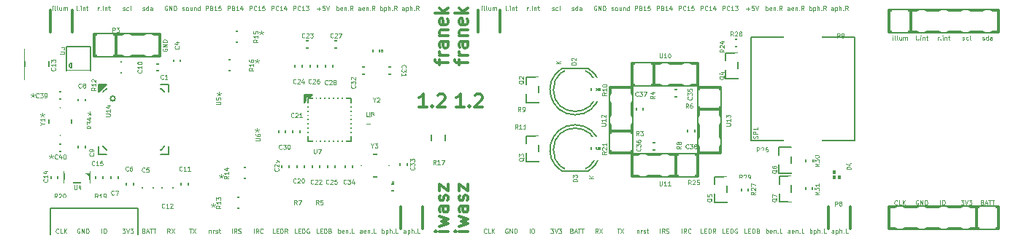
<source format=gbr>
%TF.GenerationSoftware,KiCad,Pcbnew,4.1.0-alpha+201607250105+6992~46~ubuntu15.10.1-product*%
%TF.CreationDate,2016-10-28T12:30:36+02:00*%
%TF.ProjectId,robot1,726F626F74312E6B696361645F706362,rev?*%
%TF.FileFunction,Legend,Top*%
%FSLAX46Y46*%
G04 Gerber Fmt 4.6, Leading zero omitted, Abs format (unit mm)*
G04 Created by KiCad (PCBNEW 4.1.0-alpha+201607250105+6992~46~ubuntu15.10.1-product) date Fri Oct 28 12:30:36 2016*
%MOMM*%
%LPD*%
G01*
G04 APERTURE LIST*
%ADD10C,0.100000*%
%ADD11C,0.200000*%
%ADD12C,0.300000*%
%ADD13C,0.050800*%
%ADD14C,0.101600*%
%ADD15C,0.127000*%
%ADD16C,0.304800*%
%ADD17C,0.203200*%
%ADD18C,0.050000*%
%ADD19C,0.150000*%
%ADD20C,0.149860*%
%ADD21C,0.040640*%
%ADD22R,1.400760X1.299160*%
%ADD23R,1.299160X1.400760*%
%ADD24R,1.898600X1.700480*%
%ADD25R,1.700480X1.898600*%
%ADD26R,2.899360X2.350720*%
%ADD27R,1.924000X2.599640*%
%ADD28O,1.924000X2.599640*%
%ADD29R,2.203400X2.000200*%
%ADD30R,0.650000X1.400000*%
%ADD31R,1.100000X0.650000*%
%ADD32R,0.650000X0.900000*%
%ADD33R,2.400000X1.300000*%
%ADD34R,0.985520X0.416560*%
%ADD35R,0.416560X0.985520*%
%ADD36R,1.861820X1.861820*%
%ADD37C,0.650000*%
%ADD38R,1.600000X1.800000*%
%ADD39R,1.500000X2.300000*%
%ADD40R,1.800000X1.600000*%
%ADD41R,1.098500X1.200100*%
%ADD42R,1.200100X1.098500*%
%ADD43R,1.700480X0.699720*%
%ADD44R,0.699720X1.700480*%
%ADD45R,2.599640X1.924000*%
%ADD46O,2.599640X1.924000*%
%ADD47C,1.197560*%
%ADD48R,4.400000X1.600000*%
%ADD49C,1.400000*%
%ADD50R,2.400000X2.300000*%
%ADD51C,2.300000*%
%ADD52R,1.400760X0.999440*%
%ADD53R,0.999440X1.400760*%
%ADD54C,1.600000*%
%ADD55C,1.924000*%
%ADD56R,1.500000X1.900000*%
G04 APERTURE END LIST*
D10*
D11*
X101473000Y-105791000D02*
X101473000Y-108839000D01*
X111633000Y-105791000D02*
X111633000Y-108839000D01*
X101473000Y-105791000D02*
X111633000Y-105791000D01*
D12*
X149471142Y-94023571D02*
X148614000Y-94023571D01*
X149042571Y-94023571D02*
X149042571Y-92523571D01*
X148899714Y-92737857D01*
X148756857Y-92880714D01*
X148614000Y-92952142D01*
X150114000Y-93880714D02*
X150185428Y-93952142D01*
X150114000Y-94023571D01*
X150042571Y-93952142D01*
X150114000Y-93880714D01*
X150114000Y-94023571D01*
X150756857Y-92666428D02*
X150828285Y-92595000D01*
X150971142Y-92523571D01*
X151328285Y-92523571D01*
X151471142Y-92595000D01*
X151542571Y-92666428D01*
X151614000Y-92809285D01*
X151614000Y-92952142D01*
X151542571Y-93166428D01*
X150685428Y-94023571D01*
X151614000Y-94023571D01*
X148903571Y-89082142D02*
X148903571Y-88510714D01*
X149903571Y-88867857D02*
X148617857Y-88867857D01*
X148475000Y-88796428D01*
X148403571Y-88653571D01*
X148403571Y-88510714D01*
X149903571Y-88010714D02*
X148903571Y-88010714D01*
X149189285Y-88010714D02*
X149046428Y-87939285D01*
X148975000Y-87867857D01*
X148903571Y-87725000D01*
X148903571Y-87582142D01*
X149903571Y-86439285D02*
X149117857Y-86439285D01*
X148975000Y-86510714D01*
X148903571Y-86653571D01*
X148903571Y-86939285D01*
X148975000Y-87082142D01*
X149832142Y-86439285D02*
X149903571Y-86582142D01*
X149903571Y-86939285D01*
X149832142Y-87082142D01*
X149689285Y-87153571D01*
X149546428Y-87153571D01*
X149403571Y-87082142D01*
X149332142Y-86939285D01*
X149332142Y-86582142D01*
X149260714Y-86439285D01*
X148903571Y-85725000D02*
X149903571Y-85725000D01*
X149046428Y-85725000D02*
X148975000Y-85653571D01*
X148903571Y-85510714D01*
X148903571Y-85296428D01*
X148975000Y-85153571D01*
X149117857Y-85082142D01*
X149903571Y-85082142D01*
X149832142Y-83796428D02*
X149903571Y-83939285D01*
X149903571Y-84225000D01*
X149832142Y-84367857D01*
X149689285Y-84439285D01*
X149117857Y-84439285D01*
X148975000Y-84367857D01*
X148903571Y-84225000D01*
X148903571Y-83939285D01*
X148975000Y-83796428D01*
X149117857Y-83725000D01*
X149260714Y-83725000D01*
X149403571Y-84439285D01*
X149903571Y-83082142D02*
X148403571Y-83082142D01*
X149332142Y-82939285D02*
X149903571Y-82510714D01*
X148903571Y-82510714D02*
X149475000Y-83082142D01*
X149903571Y-108469571D02*
X148903571Y-108469571D01*
X148403571Y-108469571D02*
X148475000Y-108541000D01*
X148546428Y-108469571D01*
X148475000Y-108398142D01*
X148403571Y-108469571D01*
X148546428Y-108469571D01*
X148903571Y-107898142D02*
X149903571Y-107612428D01*
X149189285Y-107326714D01*
X149903571Y-107041000D01*
X148903571Y-106755285D01*
X149903571Y-105541000D02*
X149117857Y-105541000D01*
X148975000Y-105612428D01*
X148903571Y-105755285D01*
X148903571Y-106041000D01*
X148975000Y-106183857D01*
X149832142Y-105541000D02*
X149903571Y-105683857D01*
X149903571Y-106041000D01*
X149832142Y-106183857D01*
X149689285Y-106255285D01*
X149546428Y-106255285D01*
X149403571Y-106183857D01*
X149332142Y-106041000D01*
X149332142Y-105683857D01*
X149260714Y-105541000D01*
X149832142Y-104898142D02*
X149903571Y-104755285D01*
X149903571Y-104469571D01*
X149832142Y-104326714D01*
X149689285Y-104255285D01*
X149617857Y-104255285D01*
X149475000Y-104326714D01*
X149403571Y-104469571D01*
X149403571Y-104683857D01*
X149332142Y-104826714D01*
X149189285Y-104898142D01*
X149117857Y-104898142D01*
X148975000Y-104826714D01*
X148903571Y-104683857D01*
X148903571Y-104469571D01*
X148975000Y-104326714D01*
X148903571Y-103755285D02*
X148903571Y-102969571D01*
X149903571Y-103755285D01*
X149903571Y-102969571D01*
D13*
X202008619Y-86208809D02*
X201960238Y-86184619D01*
X201936047Y-86136238D01*
X201936047Y-85700809D01*
X202202142Y-86160428D02*
X202226333Y-86184619D01*
X202202142Y-86208809D01*
X202177952Y-86184619D01*
X202202142Y-86160428D01*
X202202142Y-86208809D01*
X202444047Y-86208809D02*
X202444047Y-85870142D01*
X202444047Y-85700809D02*
X202419857Y-85725000D01*
X202444047Y-85749190D01*
X202468238Y-85725000D01*
X202444047Y-85700809D01*
X202444047Y-85749190D01*
X202685952Y-85870142D02*
X202685952Y-86208809D01*
X202685952Y-85918523D02*
X202710142Y-85894333D01*
X202758523Y-85870142D01*
X202831095Y-85870142D01*
X202879476Y-85894333D01*
X202903666Y-85942714D01*
X202903666Y-86208809D01*
X203073000Y-85870142D02*
X203266523Y-85870142D01*
X203145571Y-85700809D02*
X203145571Y-86136238D01*
X203169761Y-86184619D01*
X203218142Y-86208809D01*
X203266523Y-86208809D01*
X204451857Y-86208809D02*
X204451857Y-85870142D01*
X204451857Y-85966904D02*
X204476047Y-85918523D01*
X204500238Y-85894333D01*
X204548619Y-85870142D01*
X204597000Y-85870142D01*
X204766333Y-86160428D02*
X204790523Y-86184619D01*
X204766333Y-86208809D01*
X204742142Y-86184619D01*
X204766333Y-86160428D01*
X204766333Y-86208809D01*
X205008238Y-86208809D02*
X205008238Y-85870142D01*
X205008238Y-85700809D02*
X204984047Y-85725000D01*
X205008238Y-85749190D01*
X205032428Y-85725000D01*
X205008238Y-85700809D01*
X205008238Y-85749190D01*
X205250142Y-85870142D02*
X205250142Y-86208809D01*
X205250142Y-85918523D02*
X205274333Y-85894333D01*
X205322714Y-85870142D01*
X205395285Y-85870142D01*
X205443666Y-85894333D01*
X205467857Y-85942714D01*
X205467857Y-86208809D01*
X205637190Y-85870142D02*
X205830714Y-85870142D01*
X205709761Y-85700809D02*
X205709761Y-86136238D01*
X205733952Y-86184619D01*
X205782333Y-86208809D01*
X205830714Y-86208809D01*
X209616523Y-86184619D02*
X209664904Y-86208809D01*
X209761666Y-86208809D01*
X209810047Y-86184619D01*
X209834238Y-86136238D01*
X209834238Y-86112047D01*
X209810047Y-86063666D01*
X209761666Y-86039476D01*
X209689095Y-86039476D01*
X209640714Y-86015285D01*
X209616523Y-85966904D01*
X209616523Y-85942714D01*
X209640714Y-85894333D01*
X209689095Y-85870142D01*
X209761666Y-85870142D01*
X209810047Y-85894333D01*
X210269666Y-86208809D02*
X210269666Y-85700809D01*
X210269666Y-86184619D02*
X210221285Y-86208809D01*
X210124523Y-86208809D01*
X210076142Y-86184619D01*
X210051952Y-86160428D01*
X210027761Y-86112047D01*
X210027761Y-85966904D01*
X210051952Y-85918523D01*
X210076142Y-85894333D01*
X210124523Y-85870142D01*
X210221285Y-85870142D01*
X210269666Y-85894333D01*
X210729285Y-86208809D02*
X210729285Y-85942714D01*
X210705095Y-85894333D01*
X210656714Y-85870142D01*
X210559952Y-85870142D01*
X210511571Y-85894333D01*
X210729285Y-86184619D02*
X210680904Y-86208809D01*
X210559952Y-86208809D01*
X210511571Y-86184619D01*
X210487380Y-86136238D01*
X210487380Y-86087857D01*
X210511571Y-86039476D01*
X210559952Y-86015285D01*
X210680904Y-86015285D01*
X210729285Y-85991095D01*
X207312380Y-86184619D02*
X207360761Y-86208809D01*
X207457523Y-86208809D01*
X207505904Y-86184619D01*
X207530095Y-86136238D01*
X207530095Y-86112047D01*
X207505904Y-86063666D01*
X207457523Y-86039476D01*
X207384952Y-86039476D01*
X207336571Y-86015285D01*
X207312380Y-85966904D01*
X207312380Y-85942714D01*
X207336571Y-85894333D01*
X207384952Y-85870142D01*
X207457523Y-85870142D01*
X207505904Y-85894333D01*
X207965523Y-86184619D02*
X207917142Y-86208809D01*
X207820380Y-86208809D01*
X207772000Y-86184619D01*
X207747809Y-86160428D01*
X207723619Y-86112047D01*
X207723619Y-85966904D01*
X207747809Y-85918523D01*
X207772000Y-85894333D01*
X207820380Y-85870142D01*
X207917142Y-85870142D01*
X207965523Y-85894333D01*
X208255809Y-86208809D02*
X208207428Y-86184619D01*
X208183238Y-86136238D01*
X208183238Y-85700809D01*
X199190428Y-86208809D02*
X199190428Y-85870142D01*
X199190428Y-85700809D02*
X199166238Y-85725000D01*
X199190428Y-85749190D01*
X199214619Y-85725000D01*
X199190428Y-85700809D01*
X199190428Y-85749190D01*
X199504904Y-86208809D02*
X199456523Y-86184619D01*
X199432333Y-86136238D01*
X199432333Y-85700809D01*
X199771000Y-86208809D02*
X199722619Y-86184619D01*
X199698428Y-86136238D01*
X199698428Y-85700809D01*
X200182238Y-85870142D02*
X200182238Y-86208809D01*
X199964523Y-85870142D02*
X199964523Y-86136238D01*
X199988714Y-86184619D01*
X200037095Y-86208809D01*
X200109666Y-86208809D01*
X200158047Y-86184619D01*
X200182238Y-86160428D01*
X200424142Y-86208809D02*
X200424142Y-85870142D01*
X200424142Y-85918523D02*
X200448333Y-85894333D01*
X200496714Y-85870142D01*
X200569285Y-85870142D01*
X200617666Y-85894333D01*
X200641857Y-85942714D01*
X200641857Y-86208809D01*
X200641857Y-85942714D02*
X200666047Y-85894333D01*
X200714428Y-85870142D01*
X200787000Y-85870142D01*
X200835380Y-85894333D01*
X200859571Y-85942714D01*
X200859571Y-86208809D01*
X209616523Y-105119714D02*
X209689095Y-105143904D01*
X209713285Y-105168095D01*
X209737476Y-105216476D01*
X209737476Y-105289047D01*
X209713285Y-105337428D01*
X209689095Y-105361619D01*
X209640714Y-105385809D01*
X209447190Y-105385809D01*
X209447190Y-104877809D01*
X209616523Y-104877809D01*
X209664904Y-104902000D01*
X209689095Y-104926190D01*
X209713285Y-104974571D01*
X209713285Y-105022952D01*
X209689095Y-105071333D01*
X209664904Y-105095523D01*
X209616523Y-105119714D01*
X209447190Y-105119714D01*
X209931000Y-105240666D02*
X210172904Y-105240666D01*
X209882619Y-105385809D02*
X210051952Y-104877809D01*
X210221285Y-105385809D01*
X210318047Y-104877809D02*
X210608333Y-104877809D01*
X210463190Y-105385809D02*
X210463190Y-104877809D01*
X210705095Y-104877809D02*
X210995380Y-104877809D01*
X210850238Y-105385809D02*
X210850238Y-104877809D01*
X199722619Y-105337428D02*
X199698428Y-105361619D01*
X199625857Y-105385809D01*
X199577476Y-105385809D01*
X199504904Y-105361619D01*
X199456523Y-105313238D01*
X199432333Y-105264857D01*
X199408142Y-105168095D01*
X199408142Y-105095523D01*
X199432333Y-104998761D01*
X199456523Y-104950380D01*
X199504904Y-104902000D01*
X199577476Y-104877809D01*
X199625857Y-104877809D01*
X199698428Y-104902000D01*
X199722619Y-104926190D01*
X200182238Y-105385809D02*
X199940333Y-105385809D01*
X199940333Y-104877809D01*
X200351571Y-105385809D02*
X200351571Y-104877809D01*
X200641857Y-105385809D02*
X200424142Y-105095523D01*
X200641857Y-104877809D02*
X200351571Y-105168095D01*
X202177952Y-104902000D02*
X202129571Y-104877809D01*
X202057000Y-104877809D01*
X201984428Y-104902000D01*
X201936047Y-104950380D01*
X201911857Y-104998761D01*
X201887666Y-105095523D01*
X201887666Y-105168095D01*
X201911857Y-105264857D01*
X201936047Y-105313238D01*
X201984428Y-105361619D01*
X202057000Y-105385809D01*
X202105380Y-105385809D01*
X202177952Y-105361619D01*
X202202142Y-105337428D01*
X202202142Y-105168095D01*
X202105380Y-105168095D01*
X202419857Y-105385809D02*
X202419857Y-104877809D01*
X202710142Y-105385809D01*
X202710142Y-104877809D01*
X202952047Y-105385809D02*
X202952047Y-104877809D01*
X203073000Y-104877809D01*
X203145571Y-104902000D01*
X203193952Y-104950380D01*
X203218142Y-104998761D01*
X203242333Y-105095523D01*
X203242333Y-105168095D01*
X203218142Y-105264857D01*
X203193952Y-105313238D01*
X203145571Y-105361619D01*
X203073000Y-105385809D01*
X202952047Y-105385809D01*
X204711904Y-105385809D02*
X204711904Y-104877809D01*
X205050571Y-104877809D02*
X205147333Y-104877809D01*
X205195714Y-104902000D01*
X205244095Y-104950380D01*
X205268285Y-105047142D01*
X205268285Y-105216476D01*
X205244095Y-105313238D01*
X205195714Y-105361619D01*
X205147333Y-105385809D01*
X205050571Y-105385809D01*
X205002190Y-105361619D01*
X204953809Y-105313238D01*
X204929619Y-105216476D01*
X204929619Y-105047142D01*
X204953809Y-104950380D01*
X205002190Y-104902000D01*
X205050571Y-104877809D01*
X207143047Y-104877809D02*
X207457523Y-104877809D01*
X207288190Y-105071333D01*
X207360761Y-105071333D01*
X207409142Y-105095523D01*
X207433333Y-105119714D01*
X207457523Y-105168095D01*
X207457523Y-105289047D01*
X207433333Y-105337428D01*
X207409142Y-105361619D01*
X207360761Y-105385809D01*
X207215619Y-105385809D01*
X207167238Y-105361619D01*
X207143047Y-105337428D01*
X207602666Y-104877809D02*
X207772000Y-105385809D01*
X207941333Y-104877809D01*
X208062285Y-104877809D02*
X208376761Y-104877809D01*
X208207428Y-105071333D01*
X208280000Y-105071333D01*
X208328380Y-105095523D01*
X208352571Y-105119714D01*
X208376761Y-105168095D01*
X208376761Y-105289047D01*
X208352571Y-105337428D01*
X208328380Y-105361619D01*
X208280000Y-105385809D01*
X208134857Y-105385809D01*
X208086476Y-105361619D01*
X208062285Y-105337428D01*
X152097619Y-108639428D02*
X152073428Y-108663619D01*
X152000857Y-108687809D01*
X151952476Y-108687809D01*
X151879904Y-108663619D01*
X151831523Y-108615238D01*
X151807333Y-108566857D01*
X151783142Y-108470095D01*
X151783142Y-108397523D01*
X151807333Y-108300761D01*
X151831523Y-108252380D01*
X151879904Y-108204000D01*
X151952476Y-108179809D01*
X152000857Y-108179809D01*
X152073428Y-108204000D01*
X152097619Y-108228190D01*
X152557238Y-108687809D02*
X152315333Y-108687809D01*
X152315333Y-108179809D01*
X152726571Y-108687809D02*
X152726571Y-108179809D01*
X153016857Y-108687809D02*
X152799142Y-108397523D01*
X153016857Y-108179809D02*
X152726571Y-108470095D01*
X159518047Y-108179809D02*
X159832523Y-108179809D01*
X159663190Y-108373333D01*
X159735761Y-108373333D01*
X159784142Y-108397523D01*
X159808333Y-108421714D01*
X159832523Y-108470095D01*
X159832523Y-108591047D01*
X159808333Y-108639428D01*
X159784142Y-108663619D01*
X159735761Y-108687809D01*
X159590619Y-108687809D01*
X159542238Y-108663619D01*
X159518047Y-108639428D01*
X159977666Y-108179809D02*
X160147000Y-108687809D01*
X160316333Y-108179809D01*
X160437285Y-108179809D02*
X160751761Y-108179809D01*
X160582428Y-108373333D01*
X160655000Y-108373333D01*
X160703380Y-108397523D01*
X160727571Y-108421714D01*
X160751761Y-108470095D01*
X160751761Y-108591047D01*
X160727571Y-108639428D01*
X160703380Y-108663619D01*
X160655000Y-108687809D01*
X160509857Y-108687809D01*
X160461476Y-108663619D01*
X160437285Y-108639428D01*
X157086904Y-108687809D02*
X157086904Y-108179809D01*
X157425571Y-108179809D02*
X157522333Y-108179809D01*
X157570714Y-108204000D01*
X157619095Y-108252380D01*
X157643285Y-108349142D01*
X157643285Y-108518476D01*
X157619095Y-108615238D01*
X157570714Y-108663619D01*
X157522333Y-108687809D01*
X157425571Y-108687809D01*
X157377190Y-108663619D01*
X157328809Y-108615238D01*
X157304619Y-108518476D01*
X157304619Y-108349142D01*
X157328809Y-108252380D01*
X157377190Y-108204000D01*
X157425571Y-108179809D01*
X154552952Y-108204000D02*
X154504571Y-108179809D01*
X154432000Y-108179809D01*
X154359428Y-108204000D01*
X154311047Y-108252380D01*
X154286857Y-108300761D01*
X154262666Y-108397523D01*
X154262666Y-108470095D01*
X154286857Y-108566857D01*
X154311047Y-108615238D01*
X154359428Y-108663619D01*
X154432000Y-108687809D01*
X154480380Y-108687809D01*
X154552952Y-108663619D01*
X154577142Y-108639428D01*
X154577142Y-108470095D01*
X154480380Y-108470095D01*
X154794857Y-108687809D02*
X154794857Y-108179809D01*
X155085142Y-108687809D01*
X155085142Y-108179809D01*
X155327047Y-108687809D02*
X155327047Y-108179809D01*
X155448000Y-108179809D01*
X155520571Y-108204000D01*
X155568952Y-108252380D01*
X155593142Y-108300761D01*
X155617333Y-108397523D01*
X155617333Y-108470095D01*
X155593142Y-108566857D01*
X155568952Y-108615238D01*
X155520571Y-108663619D01*
X155448000Y-108687809D01*
X155327047Y-108687809D01*
X177219428Y-108687809D02*
X176977523Y-108687809D01*
X176977523Y-108179809D01*
X177388761Y-108421714D02*
X177558095Y-108421714D01*
X177630666Y-108687809D02*
X177388761Y-108687809D01*
X177388761Y-108179809D01*
X177630666Y-108179809D01*
X177848380Y-108687809D02*
X177848380Y-108179809D01*
X177969333Y-108179809D01*
X178041904Y-108204000D01*
X178090285Y-108252380D01*
X178114476Y-108300761D01*
X178138666Y-108397523D01*
X178138666Y-108470095D01*
X178114476Y-108566857D01*
X178090285Y-108615238D01*
X178041904Y-108663619D01*
X177969333Y-108687809D01*
X177848380Y-108687809D01*
X178646666Y-108687809D02*
X178477333Y-108445904D01*
X178356380Y-108687809D02*
X178356380Y-108179809D01*
X178549904Y-108179809D01*
X178598285Y-108204000D01*
X178622476Y-108228190D01*
X178646666Y-108276571D01*
X178646666Y-108349142D01*
X178622476Y-108397523D01*
X178598285Y-108421714D01*
X178549904Y-108445904D01*
X178356380Y-108445904D01*
X174752000Y-108687809D02*
X174752000Y-108179809D01*
X175284190Y-108687809D02*
X175114857Y-108445904D01*
X174993904Y-108687809D02*
X174993904Y-108179809D01*
X175187428Y-108179809D01*
X175235809Y-108204000D01*
X175260000Y-108228190D01*
X175284190Y-108276571D01*
X175284190Y-108349142D01*
X175260000Y-108397523D01*
X175235809Y-108421714D01*
X175187428Y-108445904D01*
X174993904Y-108445904D01*
X175792190Y-108639428D02*
X175768000Y-108663619D01*
X175695428Y-108687809D01*
X175647047Y-108687809D01*
X175574476Y-108663619D01*
X175526095Y-108615238D01*
X175501904Y-108566857D01*
X175477714Y-108470095D01*
X175477714Y-108397523D01*
X175501904Y-108300761D01*
X175526095Y-108252380D01*
X175574476Y-108204000D01*
X175647047Y-108179809D01*
X175695428Y-108179809D01*
X175768000Y-108204000D01*
X175792190Y-108228190D01*
X172224095Y-108687809D02*
X172224095Y-108179809D01*
X172756285Y-108687809D02*
X172586952Y-108445904D01*
X172466000Y-108687809D02*
X172466000Y-108179809D01*
X172659523Y-108179809D01*
X172707904Y-108204000D01*
X172732095Y-108228190D01*
X172756285Y-108276571D01*
X172756285Y-108349142D01*
X172732095Y-108397523D01*
X172707904Y-108421714D01*
X172659523Y-108445904D01*
X172466000Y-108445904D01*
X172949809Y-108663619D02*
X173022380Y-108687809D01*
X173143333Y-108687809D01*
X173191714Y-108663619D01*
X173215904Y-108639428D01*
X173240095Y-108591047D01*
X173240095Y-108542666D01*
X173215904Y-108494285D01*
X173191714Y-108470095D01*
X173143333Y-108445904D01*
X173046571Y-108421714D01*
X172998190Y-108397523D01*
X172974000Y-108373333D01*
X172949809Y-108324952D01*
X172949809Y-108276571D01*
X172974000Y-108228190D01*
X172998190Y-108204000D01*
X173046571Y-108179809D01*
X173167523Y-108179809D01*
X173240095Y-108204000D01*
X179759428Y-108687809D02*
X179517523Y-108687809D01*
X179517523Y-108179809D01*
X179928761Y-108421714D02*
X180098095Y-108421714D01*
X180170666Y-108687809D02*
X179928761Y-108687809D01*
X179928761Y-108179809D01*
X180170666Y-108179809D01*
X180388380Y-108687809D02*
X180388380Y-108179809D01*
X180509333Y-108179809D01*
X180581904Y-108204000D01*
X180630285Y-108252380D01*
X180654476Y-108300761D01*
X180678666Y-108397523D01*
X180678666Y-108470095D01*
X180654476Y-108566857D01*
X180630285Y-108615238D01*
X180581904Y-108663619D01*
X180509333Y-108687809D01*
X180388380Y-108687809D01*
X181162476Y-108204000D02*
X181114095Y-108179809D01*
X181041523Y-108179809D01*
X180968952Y-108204000D01*
X180920571Y-108252380D01*
X180896380Y-108300761D01*
X180872190Y-108397523D01*
X180872190Y-108470095D01*
X180896380Y-108566857D01*
X180920571Y-108615238D01*
X180968952Y-108663619D01*
X181041523Y-108687809D01*
X181089904Y-108687809D01*
X181162476Y-108663619D01*
X181186666Y-108639428D01*
X181186666Y-108470095D01*
X181089904Y-108470095D01*
X182299428Y-108687809D02*
X182057523Y-108687809D01*
X182057523Y-108179809D01*
X182468761Y-108421714D02*
X182638095Y-108421714D01*
X182710666Y-108687809D02*
X182468761Y-108687809D01*
X182468761Y-108179809D01*
X182710666Y-108179809D01*
X182928380Y-108687809D02*
X182928380Y-108179809D01*
X183049333Y-108179809D01*
X183121904Y-108204000D01*
X183170285Y-108252380D01*
X183194476Y-108300761D01*
X183218666Y-108397523D01*
X183218666Y-108470095D01*
X183194476Y-108566857D01*
X183170285Y-108615238D01*
X183121904Y-108663619D01*
X183049333Y-108687809D01*
X182928380Y-108687809D01*
X183605714Y-108421714D02*
X183678285Y-108445904D01*
X183702476Y-108470095D01*
X183726666Y-108518476D01*
X183726666Y-108591047D01*
X183702476Y-108639428D01*
X183678285Y-108663619D01*
X183629904Y-108687809D01*
X183436380Y-108687809D01*
X183436380Y-108179809D01*
X183605714Y-108179809D01*
X183654095Y-108204000D01*
X183678285Y-108228190D01*
X183702476Y-108276571D01*
X183702476Y-108324952D01*
X183678285Y-108373333D01*
X183654095Y-108397523D01*
X183605714Y-108421714D01*
X183436380Y-108421714D01*
X192362666Y-108687809D02*
X192362666Y-108421714D01*
X192338476Y-108373333D01*
X192290095Y-108349142D01*
X192193333Y-108349142D01*
X192144952Y-108373333D01*
X192362666Y-108663619D02*
X192314285Y-108687809D01*
X192193333Y-108687809D01*
X192144952Y-108663619D01*
X192120761Y-108615238D01*
X192120761Y-108566857D01*
X192144952Y-108518476D01*
X192193333Y-108494285D01*
X192314285Y-108494285D01*
X192362666Y-108470095D01*
X192604571Y-108349142D02*
X192604571Y-108857142D01*
X192604571Y-108373333D02*
X192652952Y-108349142D01*
X192749714Y-108349142D01*
X192798095Y-108373333D01*
X192822285Y-108397523D01*
X192846476Y-108445904D01*
X192846476Y-108591047D01*
X192822285Y-108639428D01*
X192798095Y-108663619D01*
X192749714Y-108687809D01*
X192652952Y-108687809D01*
X192604571Y-108663619D01*
X193064190Y-108687809D02*
X193064190Y-108179809D01*
X193281904Y-108687809D02*
X193281904Y-108421714D01*
X193257714Y-108373333D01*
X193209333Y-108349142D01*
X193136761Y-108349142D01*
X193088380Y-108373333D01*
X193064190Y-108397523D01*
X193523809Y-108639428D02*
X193548000Y-108663619D01*
X193523809Y-108687809D01*
X193499619Y-108663619D01*
X193523809Y-108639428D01*
X193523809Y-108687809D01*
X194007619Y-108687809D02*
X193765714Y-108687809D01*
X193765714Y-108179809D01*
X184537047Y-108687809D02*
X184537047Y-108179809D01*
X184537047Y-108373333D02*
X184585428Y-108349142D01*
X184682190Y-108349142D01*
X184730571Y-108373333D01*
X184754761Y-108397523D01*
X184778952Y-108445904D01*
X184778952Y-108591047D01*
X184754761Y-108639428D01*
X184730571Y-108663619D01*
X184682190Y-108687809D01*
X184585428Y-108687809D01*
X184537047Y-108663619D01*
X185190190Y-108663619D02*
X185141809Y-108687809D01*
X185045047Y-108687809D01*
X184996666Y-108663619D01*
X184972476Y-108615238D01*
X184972476Y-108421714D01*
X184996666Y-108373333D01*
X185045047Y-108349142D01*
X185141809Y-108349142D01*
X185190190Y-108373333D01*
X185214380Y-108421714D01*
X185214380Y-108470095D01*
X184972476Y-108518476D01*
X185432095Y-108349142D02*
X185432095Y-108687809D01*
X185432095Y-108397523D02*
X185456285Y-108373333D01*
X185504666Y-108349142D01*
X185577238Y-108349142D01*
X185625619Y-108373333D01*
X185649809Y-108421714D01*
X185649809Y-108687809D01*
X185891714Y-108639428D02*
X185915904Y-108663619D01*
X185891714Y-108687809D01*
X185867523Y-108663619D01*
X185891714Y-108639428D01*
X185891714Y-108687809D01*
X186375523Y-108687809D02*
X186133619Y-108687809D01*
X186133619Y-108179809D01*
X189604952Y-108687809D02*
X189604952Y-108179809D01*
X189604952Y-108373333D02*
X189653333Y-108349142D01*
X189750095Y-108349142D01*
X189798476Y-108373333D01*
X189822666Y-108397523D01*
X189846857Y-108445904D01*
X189846857Y-108591047D01*
X189822666Y-108639428D01*
X189798476Y-108663619D01*
X189750095Y-108687809D01*
X189653333Y-108687809D01*
X189604952Y-108663619D01*
X190064571Y-108349142D02*
X190064571Y-108857142D01*
X190064571Y-108373333D02*
X190112952Y-108349142D01*
X190209714Y-108349142D01*
X190258095Y-108373333D01*
X190282285Y-108397523D01*
X190306476Y-108445904D01*
X190306476Y-108591047D01*
X190282285Y-108639428D01*
X190258095Y-108663619D01*
X190209714Y-108687809D01*
X190112952Y-108687809D01*
X190064571Y-108663619D01*
X190524190Y-108687809D02*
X190524190Y-108179809D01*
X190741904Y-108687809D02*
X190741904Y-108421714D01*
X190717714Y-108373333D01*
X190669333Y-108349142D01*
X190596761Y-108349142D01*
X190548380Y-108373333D01*
X190524190Y-108397523D01*
X190983809Y-108639428D02*
X191008000Y-108663619D01*
X190983809Y-108687809D01*
X190959619Y-108663619D01*
X190983809Y-108639428D01*
X190983809Y-108687809D01*
X191467619Y-108687809D02*
X191225714Y-108687809D01*
X191225714Y-108179809D01*
X187294761Y-108687809D02*
X187294761Y-108421714D01*
X187270571Y-108373333D01*
X187222190Y-108349142D01*
X187125428Y-108349142D01*
X187077047Y-108373333D01*
X187294761Y-108663619D02*
X187246380Y-108687809D01*
X187125428Y-108687809D01*
X187077047Y-108663619D01*
X187052857Y-108615238D01*
X187052857Y-108566857D01*
X187077047Y-108518476D01*
X187125428Y-108494285D01*
X187246380Y-108494285D01*
X187294761Y-108470095D01*
X187730190Y-108663619D02*
X187681809Y-108687809D01*
X187585047Y-108687809D01*
X187536666Y-108663619D01*
X187512476Y-108615238D01*
X187512476Y-108421714D01*
X187536666Y-108373333D01*
X187585047Y-108349142D01*
X187681809Y-108349142D01*
X187730190Y-108373333D01*
X187754380Y-108421714D01*
X187754380Y-108470095D01*
X187512476Y-108518476D01*
X187972095Y-108349142D02*
X187972095Y-108687809D01*
X187972095Y-108397523D02*
X187996285Y-108373333D01*
X188044666Y-108349142D01*
X188117238Y-108349142D01*
X188165619Y-108373333D01*
X188189809Y-108421714D01*
X188189809Y-108687809D01*
X188431714Y-108639428D02*
X188455904Y-108663619D01*
X188431714Y-108687809D01*
X188407523Y-108663619D01*
X188431714Y-108639428D01*
X188431714Y-108687809D01*
X188915523Y-108687809D02*
X188673619Y-108687809D01*
X188673619Y-108179809D01*
X169563142Y-108349142D02*
X169563142Y-108687809D01*
X169563142Y-108397523D02*
X169587333Y-108373333D01*
X169635714Y-108349142D01*
X169708285Y-108349142D01*
X169756666Y-108373333D01*
X169780857Y-108421714D01*
X169780857Y-108687809D01*
X170022761Y-108687809D02*
X170022761Y-108349142D01*
X170022761Y-108445904D02*
X170046952Y-108397523D01*
X170071142Y-108373333D01*
X170119523Y-108349142D01*
X170167904Y-108349142D01*
X170313047Y-108663619D02*
X170361428Y-108687809D01*
X170458190Y-108687809D01*
X170506571Y-108663619D01*
X170530761Y-108615238D01*
X170530761Y-108591047D01*
X170506571Y-108542666D01*
X170458190Y-108518476D01*
X170385619Y-108518476D01*
X170337238Y-108494285D01*
X170313047Y-108445904D01*
X170313047Y-108421714D01*
X170337238Y-108373333D01*
X170385619Y-108349142D01*
X170458190Y-108349142D01*
X170506571Y-108373333D01*
X170675904Y-108349142D02*
X170869428Y-108349142D01*
X170748476Y-108179809D02*
X170748476Y-108615238D01*
X170772666Y-108663619D01*
X170821047Y-108687809D01*
X170869428Y-108687809D01*
X161991523Y-108421714D02*
X162064095Y-108445904D01*
X162088285Y-108470095D01*
X162112476Y-108518476D01*
X162112476Y-108591047D01*
X162088285Y-108639428D01*
X162064095Y-108663619D01*
X162015714Y-108687809D01*
X161822190Y-108687809D01*
X161822190Y-108179809D01*
X161991523Y-108179809D01*
X162039904Y-108204000D01*
X162064095Y-108228190D01*
X162088285Y-108276571D01*
X162088285Y-108324952D01*
X162064095Y-108373333D01*
X162039904Y-108397523D01*
X161991523Y-108421714D01*
X161822190Y-108421714D01*
X162306000Y-108542666D02*
X162547904Y-108542666D01*
X162257619Y-108687809D02*
X162426952Y-108179809D01*
X162596285Y-108687809D01*
X162693047Y-108179809D02*
X162983333Y-108179809D01*
X162838190Y-108687809D02*
X162838190Y-108179809D01*
X163080095Y-108179809D02*
X163370380Y-108179809D01*
X163225238Y-108687809D02*
X163225238Y-108179809D01*
X165015333Y-108687809D02*
X164846000Y-108445904D01*
X164725047Y-108687809D02*
X164725047Y-108179809D01*
X164918571Y-108179809D01*
X164966952Y-108204000D01*
X164991142Y-108228190D01*
X165015333Y-108276571D01*
X165015333Y-108349142D01*
X164991142Y-108397523D01*
X164966952Y-108421714D01*
X164918571Y-108445904D01*
X164725047Y-108445904D01*
X165184666Y-108179809D02*
X165523333Y-108687809D01*
X165523333Y-108179809D02*
X165184666Y-108687809D01*
X167252952Y-108179809D02*
X167543238Y-108179809D01*
X167398095Y-108687809D02*
X167398095Y-108179809D01*
X167664190Y-108179809D02*
X168002857Y-108687809D01*
X168002857Y-108179809D02*
X167664190Y-108687809D01*
X179469142Y-82779809D02*
X179469142Y-82271809D01*
X179662666Y-82271809D01*
X179711047Y-82296000D01*
X179735238Y-82320190D01*
X179759428Y-82368571D01*
X179759428Y-82441142D01*
X179735238Y-82489523D01*
X179711047Y-82513714D01*
X179662666Y-82537904D01*
X179469142Y-82537904D01*
X180267428Y-82731428D02*
X180243238Y-82755619D01*
X180170666Y-82779809D01*
X180122285Y-82779809D01*
X180049714Y-82755619D01*
X180001333Y-82707238D01*
X179977142Y-82658857D01*
X179952952Y-82562095D01*
X179952952Y-82489523D01*
X179977142Y-82392761D01*
X180001333Y-82344380D01*
X180049714Y-82296000D01*
X180122285Y-82271809D01*
X180170666Y-82271809D01*
X180243238Y-82296000D01*
X180267428Y-82320190D01*
X180751238Y-82779809D02*
X180460952Y-82779809D01*
X180606095Y-82779809D02*
X180606095Y-82271809D01*
X180557714Y-82344380D01*
X180509333Y-82392761D01*
X180460952Y-82416952D01*
X180920571Y-82271809D02*
X181235047Y-82271809D01*
X181065714Y-82465333D01*
X181138285Y-82465333D01*
X181186666Y-82489523D01*
X181210857Y-82513714D01*
X181235047Y-82562095D01*
X181235047Y-82683047D01*
X181210857Y-82731428D01*
X181186666Y-82755619D01*
X181138285Y-82779809D01*
X180993142Y-82779809D01*
X180944761Y-82755619D01*
X180920571Y-82731428D01*
X182226857Y-82586285D02*
X182613904Y-82586285D01*
X182420380Y-82779809D02*
X182420380Y-82392761D01*
X183097714Y-82271809D02*
X182855809Y-82271809D01*
X182831619Y-82513714D01*
X182855809Y-82489523D01*
X182904190Y-82465333D01*
X183025142Y-82465333D01*
X183073523Y-82489523D01*
X183097714Y-82513714D01*
X183121904Y-82562095D01*
X183121904Y-82683047D01*
X183097714Y-82731428D01*
X183073523Y-82755619D01*
X183025142Y-82779809D01*
X182904190Y-82779809D01*
X182855809Y-82755619D01*
X182831619Y-82731428D01*
X183267047Y-82271809D02*
X183436380Y-82779809D01*
X183605714Y-82271809D01*
X187246380Y-82779809D02*
X187246380Y-82513714D01*
X187222190Y-82465333D01*
X187173809Y-82441142D01*
X187077047Y-82441142D01*
X187028666Y-82465333D01*
X187246380Y-82755619D02*
X187198000Y-82779809D01*
X187077047Y-82779809D01*
X187028666Y-82755619D01*
X187004476Y-82707238D01*
X187004476Y-82658857D01*
X187028666Y-82610476D01*
X187077047Y-82586285D01*
X187198000Y-82586285D01*
X187246380Y-82562095D01*
X187681809Y-82755619D02*
X187633428Y-82779809D01*
X187536666Y-82779809D01*
X187488285Y-82755619D01*
X187464095Y-82707238D01*
X187464095Y-82513714D01*
X187488285Y-82465333D01*
X187536666Y-82441142D01*
X187633428Y-82441142D01*
X187681809Y-82465333D01*
X187706000Y-82513714D01*
X187706000Y-82562095D01*
X187464095Y-82610476D01*
X187923714Y-82441142D02*
X187923714Y-82779809D01*
X187923714Y-82489523D02*
X187947904Y-82465333D01*
X187996285Y-82441142D01*
X188068857Y-82441142D01*
X188117238Y-82465333D01*
X188141428Y-82513714D01*
X188141428Y-82779809D01*
X188383333Y-82731428D02*
X188407523Y-82755619D01*
X188383333Y-82779809D01*
X188359142Y-82755619D01*
X188383333Y-82731428D01*
X188383333Y-82779809D01*
X188915523Y-82779809D02*
X188746190Y-82537904D01*
X188625238Y-82779809D02*
X188625238Y-82271809D01*
X188818761Y-82271809D01*
X188867142Y-82296000D01*
X188891333Y-82320190D01*
X188915523Y-82368571D01*
X188915523Y-82441142D01*
X188891333Y-82489523D01*
X188867142Y-82513714D01*
X188818761Y-82537904D01*
X188625238Y-82537904D01*
X184488666Y-82779809D02*
X184488666Y-82271809D01*
X184488666Y-82465333D02*
X184537047Y-82441142D01*
X184633809Y-82441142D01*
X184682190Y-82465333D01*
X184706380Y-82489523D01*
X184730571Y-82537904D01*
X184730571Y-82683047D01*
X184706380Y-82731428D01*
X184682190Y-82755619D01*
X184633809Y-82779809D01*
X184537047Y-82779809D01*
X184488666Y-82755619D01*
X185141809Y-82755619D02*
X185093428Y-82779809D01*
X184996666Y-82779809D01*
X184948285Y-82755619D01*
X184924095Y-82707238D01*
X184924095Y-82513714D01*
X184948285Y-82465333D01*
X184996666Y-82441142D01*
X185093428Y-82441142D01*
X185141809Y-82465333D01*
X185166000Y-82513714D01*
X185166000Y-82562095D01*
X184924095Y-82610476D01*
X185383714Y-82441142D02*
X185383714Y-82779809D01*
X185383714Y-82489523D02*
X185407904Y-82465333D01*
X185456285Y-82441142D01*
X185528857Y-82441142D01*
X185577238Y-82465333D01*
X185601428Y-82513714D01*
X185601428Y-82779809D01*
X185843333Y-82731428D02*
X185867523Y-82755619D01*
X185843333Y-82779809D01*
X185819142Y-82755619D01*
X185843333Y-82731428D01*
X185843333Y-82779809D01*
X186375523Y-82779809D02*
X186206190Y-82537904D01*
X186085238Y-82779809D02*
X186085238Y-82271809D01*
X186278761Y-82271809D01*
X186327142Y-82296000D01*
X186351333Y-82320190D01*
X186375523Y-82368571D01*
X186375523Y-82441142D01*
X186351333Y-82489523D01*
X186327142Y-82513714D01*
X186278761Y-82537904D01*
X186085238Y-82537904D01*
X176929142Y-82779809D02*
X176929142Y-82271809D01*
X177122666Y-82271809D01*
X177171047Y-82296000D01*
X177195238Y-82320190D01*
X177219428Y-82368571D01*
X177219428Y-82441142D01*
X177195238Y-82489523D01*
X177171047Y-82513714D01*
X177122666Y-82537904D01*
X176929142Y-82537904D01*
X177727428Y-82731428D02*
X177703238Y-82755619D01*
X177630666Y-82779809D01*
X177582285Y-82779809D01*
X177509714Y-82755619D01*
X177461333Y-82707238D01*
X177437142Y-82658857D01*
X177412952Y-82562095D01*
X177412952Y-82489523D01*
X177437142Y-82392761D01*
X177461333Y-82344380D01*
X177509714Y-82296000D01*
X177582285Y-82271809D01*
X177630666Y-82271809D01*
X177703238Y-82296000D01*
X177727428Y-82320190D01*
X178211238Y-82779809D02*
X177920952Y-82779809D01*
X178066095Y-82779809D02*
X178066095Y-82271809D01*
X178017714Y-82344380D01*
X177969333Y-82392761D01*
X177920952Y-82416952D01*
X178646666Y-82441142D02*
X178646666Y-82779809D01*
X178525714Y-82247619D02*
X178404761Y-82610476D01*
X178719238Y-82610476D01*
X174389142Y-82779809D02*
X174389142Y-82271809D01*
X174582666Y-82271809D01*
X174631047Y-82296000D01*
X174655238Y-82320190D01*
X174679428Y-82368571D01*
X174679428Y-82441142D01*
X174655238Y-82489523D01*
X174631047Y-82513714D01*
X174582666Y-82537904D01*
X174389142Y-82537904D01*
X175187428Y-82731428D02*
X175163238Y-82755619D01*
X175090666Y-82779809D01*
X175042285Y-82779809D01*
X174969714Y-82755619D01*
X174921333Y-82707238D01*
X174897142Y-82658857D01*
X174872952Y-82562095D01*
X174872952Y-82489523D01*
X174897142Y-82392761D01*
X174921333Y-82344380D01*
X174969714Y-82296000D01*
X175042285Y-82271809D01*
X175090666Y-82271809D01*
X175163238Y-82296000D01*
X175187428Y-82320190D01*
X175671238Y-82779809D02*
X175380952Y-82779809D01*
X175526095Y-82779809D02*
X175526095Y-82271809D01*
X175477714Y-82344380D01*
X175429333Y-82392761D01*
X175380952Y-82416952D01*
X176130857Y-82271809D02*
X175888952Y-82271809D01*
X175864761Y-82513714D01*
X175888952Y-82489523D01*
X175937333Y-82465333D01*
X176058285Y-82465333D01*
X176106666Y-82489523D01*
X176130857Y-82513714D01*
X176155047Y-82562095D01*
X176155047Y-82683047D01*
X176130857Y-82731428D01*
X176106666Y-82755619D01*
X176058285Y-82779809D01*
X175937333Y-82779809D01*
X175888952Y-82755619D01*
X175864761Y-82731428D01*
X189556571Y-82779809D02*
X189556571Y-82271809D01*
X189556571Y-82465333D02*
X189604952Y-82441142D01*
X189701714Y-82441142D01*
X189750095Y-82465333D01*
X189774285Y-82489523D01*
X189798476Y-82537904D01*
X189798476Y-82683047D01*
X189774285Y-82731428D01*
X189750095Y-82755619D01*
X189701714Y-82779809D01*
X189604952Y-82779809D01*
X189556571Y-82755619D01*
X190016190Y-82441142D02*
X190016190Y-82949142D01*
X190016190Y-82465333D02*
X190064571Y-82441142D01*
X190161333Y-82441142D01*
X190209714Y-82465333D01*
X190233904Y-82489523D01*
X190258095Y-82537904D01*
X190258095Y-82683047D01*
X190233904Y-82731428D01*
X190209714Y-82755619D01*
X190161333Y-82779809D01*
X190064571Y-82779809D01*
X190016190Y-82755619D01*
X190475809Y-82779809D02*
X190475809Y-82271809D01*
X190693523Y-82779809D02*
X190693523Y-82513714D01*
X190669333Y-82465333D01*
X190620952Y-82441142D01*
X190548380Y-82441142D01*
X190500000Y-82465333D01*
X190475809Y-82489523D01*
X190935428Y-82731428D02*
X190959619Y-82755619D01*
X190935428Y-82779809D01*
X190911238Y-82755619D01*
X190935428Y-82731428D01*
X190935428Y-82779809D01*
X191467619Y-82779809D02*
X191298285Y-82537904D01*
X191177333Y-82779809D02*
X191177333Y-82271809D01*
X191370857Y-82271809D01*
X191419238Y-82296000D01*
X191443428Y-82320190D01*
X191467619Y-82368571D01*
X191467619Y-82441142D01*
X191443428Y-82489523D01*
X191419238Y-82513714D01*
X191370857Y-82537904D01*
X191177333Y-82537904D01*
X192314285Y-82779809D02*
X192314285Y-82513714D01*
X192290095Y-82465333D01*
X192241714Y-82441142D01*
X192144952Y-82441142D01*
X192096571Y-82465333D01*
X192314285Y-82755619D02*
X192265904Y-82779809D01*
X192144952Y-82779809D01*
X192096571Y-82755619D01*
X192072380Y-82707238D01*
X192072380Y-82658857D01*
X192096571Y-82610476D01*
X192144952Y-82586285D01*
X192265904Y-82586285D01*
X192314285Y-82562095D01*
X192556190Y-82441142D02*
X192556190Y-82949142D01*
X192556190Y-82465333D02*
X192604571Y-82441142D01*
X192701333Y-82441142D01*
X192749714Y-82465333D01*
X192773904Y-82489523D01*
X192798095Y-82537904D01*
X192798095Y-82683047D01*
X192773904Y-82731428D01*
X192749714Y-82755619D01*
X192701333Y-82779809D01*
X192604571Y-82779809D01*
X192556190Y-82755619D01*
X193015809Y-82779809D02*
X193015809Y-82271809D01*
X193233523Y-82779809D02*
X193233523Y-82513714D01*
X193209333Y-82465333D01*
X193160952Y-82441142D01*
X193088380Y-82441142D01*
X193040000Y-82465333D01*
X193015809Y-82489523D01*
X193475428Y-82731428D02*
X193499619Y-82755619D01*
X193475428Y-82779809D01*
X193451238Y-82755619D01*
X193475428Y-82731428D01*
X193475428Y-82779809D01*
X194007619Y-82779809D02*
X193838285Y-82537904D01*
X193717333Y-82779809D02*
X193717333Y-82271809D01*
X193910857Y-82271809D01*
X193959238Y-82296000D01*
X193983428Y-82320190D01*
X194007619Y-82368571D01*
X194007619Y-82441142D01*
X193983428Y-82489523D01*
X193959238Y-82513714D01*
X193910857Y-82537904D01*
X193717333Y-82537904D01*
X156826857Y-82779809D02*
X156826857Y-82441142D01*
X156826857Y-82537904D02*
X156851047Y-82489523D01*
X156875238Y-82465333D01*
X156923619Y-82441142D01*
X156972000Y-82441142D01*
X157141333Y-82731428D02*
X157165523Y-82755619D01*
X157141333Y-82779809D01*
X157117142Y-82755619D01*
X157141333Y-82731428D01*
X157141333Y-82779809D01*
X157383238Y-82779809D02*
X157383238Y-82441142D01*
X157383238Y-82271809D02*
X157359047Y-82296000D01*
X157383238Y-82320190D01*
X157407428Y-82296000D01*
X157383238Y-82271809D01*
X157383238Y-82320190D01*
X157625142Y-82441142D02*
X157625142Y-82779809D01*
X157625142Y-82489523D02*
X157649333Y-82465333D01*
X157697714Y-82441142D01*
X157770285Y-82441142D01*
X157818666Y-82465333D01*
X157842857Y-82513714D01*
X157842857Y-82779809D01*
X158012190Y-82441142D02*
X158205714Y-82441142D01*
X158084761Y-82271809D02*
X158084761Y-82707238D01*
X158108952Y-82755619D01*
X158157333Y-82779809D01*
X158205714Y-82779809D01*
X151565428Y-82779809D02*
X151565428Y-82441142D01*
X151565428Y-82271809D02*
X151541238Y-82296000D01*
X151565428Y-82320190D01*
X151589619Y-82296000D01*
X151565428Y-82271809D01*
X151565428Y-82320190D01*
X151879904Y-82779809D02*
X151831523Y-82755619D01*
X151807333Y-82707238D01*
X151807333Y-82271809D01*
X152146000Y-82779809D02*
X152097619Y-82755619D01*
X152073428Y-82707238D01*
X152073428Y-82271809D01*
X152557238Y-82441142D02*
X152557238Y-82779809D01*
X152339523Y-82441142D02*
X152339523Y-82707238D01*
X152363714Y-82755619D01*
X152412095Y-82779809D01*
X152484666Y-82779809D01*
X152533047Y-82755619D01*
X152557238Y-82731428D01*
X152799142Y-82779809D02*
X152799142Y-82441142D01*
X152799142Y-82489523D02*
X152823333Y-82465333D01*
X152871714Y-82441142D01*
X152944285Y-82441142D01*
X152992666Y-82465333D01*
X153016857Y-82513714D01*
X153016857Y-82779809D01*
X153016857Y-82513714D02*
X153041047Y-82465333D01*
X153089428Y-82441142D01*
X153162000Y-82441142D01*
X153210380Y-82465333D01*
X153234571Y-82513714D01*
X153234571Y-82779809D01*
X154383619Y-82779809D02*
X154335238Y-82755619D01*
X154311047Y-82707238D01*
X154311047Y-82271809D01*
X154577142Y-82731428D02*
X154601333Y-82755619D01*
X154577142Y-82779809D01*
X154552952Y-82755619D01*
X154577142Y-82731428D01*
X154577142Y-82779809D01*
X154819047Y-82779809D02*
X154819047Y-82441142D01*
X154819047Y-82271809D02*
X154794857Y-82296000D01*
X154819047Y-82320190D01*
X154843238Y-82296000D01*
X154819047Y-82271809D01*
X154819047Y-82320190D01*
X155060952Y-82441142D02*
X155060952Y-82779809D01*
X155060952Y-82489523D02*
X155085142Y-82465333D01*
X155133523Y-82441142D01*
X155206095Y-82441142D01*
X155254476Y-82465333D01*
X155278666Y-82513714D01*
X155278666Y-82779809D01*
X155448000Y-82441142D02*
X155641523Y-82441142D01*
X155520571Y-82271809D02*
X155520571Y-82707238D01*
X155544761Y-82755619D01*
X155593142Y-82779809D01*
X155641523Y-82779809D01*
X169309142Y-82779809D02*
X169309142Y-82271809D01*
X169502666Y-82271809D01*
X169551047Y-82296000D01*
X169575238Y-82320190D01*
X169599428Y-82368571D01*
X169599428Y-82441142D01*
X169575238Y-82489523D01*
X169551047Y-82513714D01*
X169502666Y-82537904D01*
X169309142Y-82537904D01*
X169986476Y-82513714D02*
X170059047Y-82537904D01*
X170083238Y-82562095D01*
X170107428Y-82610476D01*
X170107428Y-82683047D01*
X170083238Y-82731428D01*
X170059047Y-82755619D01*
X170010666Y-82779809D01*
X169817142Y-82779809D01*
X169817142Y-82271809D01*
X169986476Y-82271809D01*
X170034857Y-82296000D01*
X170059047Y-82320190D01*
X170083238Y-82368571D01*
X170083238Y-82416952D01*
X170059047Y-82465333D01*
X170034857Y-82489523D01*
X169986476Y-82513714D01*
X169817142Y-82513714D01*
X170591238Y-82779809D02*
X170300952Y-82779809D01*
X170446095Y-82779809D02*
X170446095Y-82271809D01*
X170397714Y-82344380D01*
X170349333Y-82392761D01*
X170300952Y-82416952D01*
X171050857Y-82271809D02*
X170808952Y-82271809D01*
X170784761Y-82513714D01*
X170808952Y-82489523D01*
X170857333Y-82465333D01*
X170978285Y-82465333D01*
X171026666Y-82489523D01*
X171050857Y-82513714D01*
X171075047Y-82562095D01*
X171075047Y-82683047D01*
X171050857Y-82731428D01*
X171026666Y-82755619D01*
X170978285Y-82779809D01*
X170857333Y-82779809D01*
X170808952Y-82755619D01*
X170784761Y-82731428D01*
X166611904Y-82755619D02*
X166660285Y-82779809D01*
X166757047Y-82779809D01*
X166805428Y-82755619D01*
X166829619Y-82707238D01*
X166829619Y-82683047D01*
X166805428Y-82634666D01*
X166757047Y-82610476D01*
X166684476Y-82610476D01*
X166636095Y-82586285D01*
X166611904Y-82537904D01*
X166611904Y-82513714D01*
X166636095Y-82465333D01*
X166684476Y-82441142D01*
X166757047Y-82441142D01*
X166805428Y-82465333D01*
X167119904Y-82779809D02*
X167071523Y-82755619D01*
X167047333Y-82731428D01*
X167023142Y-82683047D01*
X167023142Y-82537904D01*
X167047333Y-82489523D01*
X167071523Y-82465333D01*
X167119904Y-82441142D01*
X167192476Y-82441142D01*
X167240857Y-82465333D01*
X167265047Y-82489523D01*
X167289238Y-82537904D01*
X167289238Y-82683047D01*
X167265047Y-82731428D01*
X167240857Y-82755619D01*
X167192476Y-82779809D01*
X167119904Y-82779809D01*
X167724666Y-82441142D02*
X167724666Y-82779809D01*
X167506952Y-82441142D02*
X167506952Y-82707238D01*
X167531142Y-82755619D01*
X167579523Y-82779809D01*
X167652095Y-82779809D01*
X167700476Y-82755619D01*
X167724666Y-82731428D01*
X167966571Y-82441142D02*
X167966571Y-82779809D01*
X167966571Y-82489523D02*
X167990761Y-82465333D01*
X168039142Y-82441142D01*
X168111714Y-82441142D01*
X168160095Y-82465333D01*
X168184285Y-82513714D01*
X168184285Y-82779809D01*
X168643904Y-82779809D02*
X168643904Y-82271809D01*
X168643904Y-82755619D02*
X168595523Y-82779809D01*
X168498761Y-82779809D01*
X168450380Y-82755619D01*
X168426190Y-82731428D01*
X168402000Y-82683047D01*
X168402000Y-82537904D01*
X168426190Y-82489523D01*
X168450380Y-82465333D01*
X168498761Y-82441142D01*
X168595523Y-82441142D01*
X168643904Y-82465333D01*
X171849142Y-82779809D02*
X171849142Y-82271809D01*
X172042666Y-82271809D01*
X172091047Y-82296000D01*
X172115238Y-82320190D01*
X172139428Y-82368571D01*
X172139428Y-82441142D01*
X172115238Y-82489523D01*
X172091047Y-82513714D01*
X172042666Y-82537904D01*
X171849142Y-82537904D01*
X172526476Y-82513714D02*
X172599047Y-82537904D01*
X172623238Y-82562095D01*
X172647428Y-82610476D01*
X172647428Y-82683047D01*
X172623238Y-82731428D01*
X172599047Y-82755619D01*
X172550666Y-82779809D01*
X172357142Y-82779809D01*
X172357142Y-82271809D01*
X172526476Y-82271809D01*
X172574857Y-82296000D01*
X172599047Y-82320190D01*
X172623238Y-82368571D01*
X172623238Y-82416952D01*
X172599047Y-82465333D01*
X172574857Y-82489523D01*
X172526476Y-82513714D01*
X172357142Y-82513714D01*
X173131238Y-82779809D02*
X172840952Y-82779809D01*
X172986095Y-82779809D02*
X172986095Y-82271809D01*
X172937714Y-82344380D01*
X172889333Y-82392761D01*
X172840952Y-82416952D01*
X173566666Y-82441142D02*
X173566666Y-82779809D01*
X173445714Y-82247619D02*
X173324761Y-82610476D01*
X173639238Y-82610476D01*
X159687380Y-82755619D02*
X159735761Y-82779809D01*
X159832523Y-82779809D01*
X159880904Y-82755619D01*
X159905095Y-82707238D01*
X159905095Y-82683047D01*
X159880904Y-82634666D01*
X159832523Y-82610476D01*
X159759952Y-82610476D01*
X159711571Y-82586285D01*
X159687380Y-82537904D01*
X159687380Y-82513714D01*
X159711571Y-82465333D01*
X159759952Y-82441142D01*
X159832523Y-82441142D01*
X159880904Y-82465333D01*
X160340523Y-82755619D02*
X160292142Y-82779809D01*
X160195380Y-82779809D01*
X160147000Y-82755619D01*
X160122809Y-82731428D01*
X160098619Y-82683047D01*
X160098619Y-82537904D01*
X160122809Y-82489523D01*
X160147000Y-82465333D01*
X160195380Y-82441142D01*
X160292142Y-82441142D01*
X160340523Y-82465333D01*
X160630809Y-82779809D02*
X160582428Y-82755619D01*
X160558238Y-82707238D01*
X160558238Y-82271809D01*
X164839952Y-82296000D02*
X164791571Y-82271809D01*
X164719000Y-82271809D01*
X164646428Y-82296000D01*
X164598047Y-82344380D01*
X164573857Y-82392761D01*
X164549666Y-82489523D01*
X164549666Y-82562095D01*
X164573857Y-82658857D01*
X164598047Y-82707238D01*
X164646428Y-82755619D01*
X164719000Y-82779809D01*
X164767380Y-82779809D01*
X164839952Y-82755619D01*
X164864142Y-82731428D01*
X164864142Y-82562095D01*
X164767380Y-82562095D01*
X165081857Y-82779809D02*
X165081857Y-82271809D01*
X165372142Y-82779809D01*
X165372142Y-82271809D01*
X165614047Y-82779809D02*
X165614047Y-82271809D01*
X165735000Y-82271809D01*
X165807571Y-82296000D01*
X165855952Y-82344380D01*
X165880142Y-82392761D01*
X165904333Y-82489523D01*
X165904333Y-82562095D01*
X165880142Y-82658857D01*
X165855952Y-82707238D01*
X165807571Y-82755619D01*
X165735000Y-82779809D01*
X165614047Y-82779809D01*
X161991523Y-82755619D02*
X162039904Y-82779809D01*
X162136666Y-82779809D01*
X162185047Y-82755619D01*
X162209238Y-82707238D01*
X162209238Y-82683047D01*
X162185047Y-82634666D01*
X162136666Y-82610476D01*
X162064095Y-82610476D01*
X162015714Y-82586285D01*
X161991523Y-82537904D01*
X161991523Y-82513714D01*
X162015714Y-82465333D01*
X162064095Y-82441142D01*
X162136666Y-82441142D01*
X162185047Y-82465333D01*
X162644666Y-82779809D02*
X162644666Y-82271809D01*
X162644666Y-82755619D02*
X162596285Y-82779809D01*
X162499523Y-82779809D01*
X162451142Y-82755619D01*
X162426952Y-82731428D01*
X162402761Y-82683047D01*
X162402761Y-82537904D01*
X162426952Y-82489523D01*
X162451142Y-82465333D01*
X162499523Y-82441142D01*
X162596285Y-82441142D01*
X162644666Y-82465333D01*
X163104285Y-82779809D02*
X163104285Y-82513714D01*
X163080095Y-82465333D01*
X163031714Y-82441142D01*
X162934952Y-82441142D01*
X162886571Y-82465333D01*
X163104285Y-82755619D02*
X163055904Y-82779809D01*
X162934952Y-82779809D01*
X162886571Y-82755619D01*
X162862380Y-82707238D01*
X162862380Y-82658857D01*
X162886571Y-82610476D01*
X162934952Y-82586285D01*
X163055904Y-82586285D01*
X163104285Y-82562095D01*
D14*
X125984000Y-85168619D02*
X125984000Y-85410523D01*
X125742095Y-85313761D02*
X125984000Y-85410523D01*
X126225904Y-85313761D01*
X125838857Y-85604047D02*
X125984000Y-85410523D01*
X126129142Y-85604047D01*
X125476000Y-88470619D02*
X125476000Y-88712523D01*
X125234095Y-88615761D02*
X125476000Y-88712523D01*
X125717904Y-88615761D01*
X125330857Y-88906047D02*
X125476000Y-88712523D01*
X125621142Y-88906047D01*
X120396000Y-105234619D02*
X120396000Y-105476523D01*
X120154095Y-105379761D02*
X120396000Y-105476523D01*
X120637904Y-105379761D01*
X120250857Y-105670047D02*
X120396000Y-105476523D01*
X120541142Y-105670047D01*
X121285000Y-101805619D02*
X121285000Y-102047523D01*
X121043095Y-101950761D02*
X121285000Y-102047523D01*
X121526904Y-101950761D01*
X121139857Y-102241047D02*
X121285000Y-102047523D01*
X121430142Y-102241047D01*
X125476000Y-96471619D02*
X125476000Y-96713523D01*
X125234095Y-96616761D02*
X125476000Y-96713523D01*
X125717904Y-96616761D01*
X125330857Y-96907047D02*
X125476000Y-96713523D01*
X125621142Y-96907047D01*
X121031000Y-92280619D02*
X121031000Y-92522523D01*
X120789095Y-92425761D02*
X121031000Y-92522523D01*
X121272904Y-92425761D01*
X120885857Y-92716047D02*
X121031000Y-92522523D01*
X121176142Y-92716047D01*
X106045000Y-94566619D02*
X106045000Y-94808523D01*
X105803095Y-94711761D02*
X106045000Y-94808523D01*
X106286904Y-94711761D01*
X105899857Y-95002047D02*
X106045000Y-94808523D01*
X106190142Y-95002047D01*
X101600000Y-99519619D02*
X101600000Y-99761523D01*
X101358095Y-99664761D02*
X101600000Y-99761523D01*
X101841904Y-99664761D01*
X101454857Y-99955047D02*
X101600000Y-99761523D01*
X101745142Y-99955047D01*
X99441000Y-92407619D02*
X99441000Y-92649523D01*
X99199095Y-92552761D02*
X99441000Y-92649523D01*
X99682904Y-92552761D01*
X99295857Y-92843047D02*
X99441000Y-92649523D01*
X99586142Y-92843047D01*
X100584000Y-94693619D02*
X100584000Y-94935523D01*
X100342095Y-94838761D02*
X100584000Y-94935523D01*
X100825904Y-94838761D01*
X100438857Y-95129047D02*
X100584000Y-94935523D01*
X100729142Y-95129047D01*
D13*
X116827904Y-82755619D02*
X116876285Y-82779809D01*
X116973047Y-82779809D01*
X117021428Y-82755619D01*
X117045619Y-82707238D01*
X117045619Y-82683047D01*
X117021428Y-82634666D01*
X116973047Y-82610476D01*
X116900476Y-82610476D01*
X116852095Y-82586285D01*
X116827904Y-82537904D01*
X116827904Y-82513714D01*
X116852095Y-82465333D01*
X116900476Y-82441142D01*
X116973047Y-82441142D01*
X117021428Y-82465333D01*
X117335904Y-82779809D02*
X117287523Y-82755619D01*
X117263333Y-82731428D01*
X117239142Y-82683047D01*
X117239142Y-82537904D01*
X117263333Y-82489523D01*
X117287523Y-82465333D01*
X117335904Y-82441142D01*
X117408476Y-82441142D01*
X117456857Y-82465333D01*
X117481047Y-82489523D01*
X117505238Y-82537904D01*
X117505238Y-82683047D01*
X117481047Y-82731428D01*
X117456857Y-82755619D01*
X117408476Y-82779809D01*
X117335904Y-82779809D01*
X117940666Y-82441142D02*
X117940666Y-82779809D01*
X117722952Y-82441142D02*
X117722952Y-82707238D01*
X117747142Y-82755619D01*
X117795523Y-82779809D01*
X117868095Y-82779809D01*
X117916476Y-82755619D01*
X117940666Y-82731428D01*
X118182571Y-82441142D02*
X118182571Y-82779809D01*
X118182571Y-82489523D02*
X118206761Y-82465333D01*
X118255142Y-82441142D01*
X118327714Y-82441142D01*
X118376095Y-82465333D01*
X118400285Y-82513714D01*
X118400285Y-82779809D01*
X118859904Y-82779809D02*
X118859904Y-82271809D01*
X118859904Y-82755619D02*
X118811523Y-82779809D01*
X118714761Y-82779809D01*
X118666380Y-82755619D01*
X118642190Y-82731428D01*
X118618000Y-82683047D01*
X118618000Y-82537904D01*
X118642190Y-82489523D01*
X118666380Y-82465333D01*
X118714761Y-82441142D01*
X118811523Y-82441142D01*
X118859904Y-82465333D01*
X115055952Y-82296000D02*
X115007571Y-82271809D01*
X114935000Y-82271809D01*
X114862428Y-82296000D01*
X114814047Y-82344380D01*
X114789857Y-82392761D01*
X114765666Y-82489523D01*
X114765666Y-82562095D01*
X114789857Y-82658857D01*
X114814047Y-82707238D01*
X114862428Y-82755619D01*
X114935000Y-82779809D01*
X114983380Y-82779809D01*
X115055952Y-82755619D01*
X115080142Y-82731428D01*
X115080142Y-82562095D01*
X114983380Y-82562095D01*
X115297857Y-82779809D02*
X115297857Y-82271809D01*
X115588142Y-82779809D01*
X115588142Y-82271809D01*
X115830047Y-82779809D02*
X115830047Y-82271809D01*
X115951000Y-82271809D01*
X116023571Y-82296000D01*
X116071952Y-82344380D01*
X116096142Y-82392761D01*
X116120333Y-82489523D01*
X116120333Y-82562095D01*
X116096142Y-82658857D01*
X116071952Y-82707238D01*
X116023571Y-82755619D01*
X115951000Y-82779809D01*
X115830047Y-82779809D01*
X122065142Y-82779809D02*
X122065142Y-82271809D01*
X122258666Y-82271809D01*
X122307047Y-82296000D01*
X122331238Y-82320190D01*
X122355428Y-82368571D01*
X122355428Y-82441142D01*
X122331238Y-82489523D01*
X122307047Y-82513714D01*
X122258666Y-82537904D01*
X122065142Y-82537904D01*
X122742476Y-82513714D02*
X122815047Y-82537904D01*
X122839238Y-82562095D01*
X122863428Y-82610476D01*
X122863428Y-82683047D01*
X122839238Y-82731428D01*
X122815047Y-82755619D01*
X122766666Y-82779809D01*
X122573142Y-82779809D01*
X122573142Y-82271809D01*
X122742476Y-82271809D01*
X122790857Y-82296000D01*
X122815047Y-82320190D01*
X122839238Y-82368571D01*
X122839238Y-82416952D01*
X122815047Y-82465333D01*
X122790857Y-82489523D01*
X122742476Y-82513714D01*
X122573142Y-82513714D01*
X123347238Y-82779809D02*
X123056952Y-82779809D01*
X123202095Y-82779809D02*
X123202095Y-82271809D01*
X123153714Y-82344380D01*
X123105333Y-82392761D01*
X123056952Y-82416952D01*
X123782666Y-82441142D02*
X123782666Y-82779809D01*
X123661714Y-82247619D02*
X123540761Y-82610476D01*
X123855238Y-82610476D01*
X119525142Y-82779809D02*
X119525142Y-82271809D01*
X119718666Y-82271809D01*
X119767047Y-82296000D01*
X119791238Y-82320190D01*
X119815428Y-82368571D01*
X119815428Y-82441142D01*
X119791238Y-82489523D01*
X119767047Y-82513714D01*
X119718666Y-82537904D01*
X119525142Y-82537904D01*
X120202476Y-82513714D02*
X120275047Y-82537904D01*
X120299238Y-82562095D01*
X120323428Y-82610476D01*
X120323428Y-82683047D01*
X120299238Y-82731428D01*
X120275047Y-82755619D01*
X120226666Y-82779809D01*
X120033142Y-82779809D01*
X120033142Y-82271809D01*
X120202476Y-82271809D01*
X120250857Y-82296000D01*
X120275047Y-82320190D01*
X120299238Y-82368571D01*
X120299238Y-82416952D01*
X120275047Y-82465333D01*
X120250857Y-82489523D01*
X120202476Y-82513714D01*
X120033142Y-82513714D01*
X120807238Y-82779809D02*
X120516952Y-82779809D01*
X120662095Y-82779809D02*
X120662095Y-82271809D01*
X120613714Y-82344380D01*
X120565333Y-82392761D01*
X120516952Y-82416952D01*
X121266857Y-82271809D02*
X121024952Y-82271809D01*
X121000761Y-82513714D01*
X121024952Y-82489523D01*
X121073333Y-82465333D01*
X121194285Y-82465333D01*
X121242666Y-82489523D01*
X121266857Y-82513714D01*
X121291047Y-82562095D01*
X121291047Y-82683047D01*
X121266857Y-82731428D01*
X121242666Y-82755619D01*
X121194285Y-82779809D01*
X121073333Y-82779809D01*
X121024952Y-82755619D01*
X121000761Y-82731428D01*
X124605142Y-82779809D02*
X124605142Y-82271809D01*
X124798666Y-82271809D01*
X124847047Y-82296000D01*
X124871238Y-82320190D01*
X124895428Y-82368571D01*
X124895428Y-82441142D01*
X124871238Y-82489523D01*
X124847047Y-82513714D01*
X124798666Y-82537904D01*
X124605142Y-82537904D01*
X125403428Y-82731428D02*
X125379238Y-82755619D01*
X125306666Y-82779809D01*
X125258285Y-82779809D01*
X125185714Y-82755619D01*
X125137333Y-82707238D01*
X125113142Y-82658857D01*
X125088952Y-82562095D01*
X125088952Y-82489523D01*
X125113142Y-82392761D01*
X125137333Y-82344380D01*
X125185714Y-82296000D01*
X125258285Y-82271809D01*
X125306666Y-82271809D01*
X125379238Y-82296000D01*
X125403428Y-82320190D01*
X125887238Y-82779809D02*
X125596952Y-82779809D01*
X125742095Y-82779809D02*
X125742095Y-82271809D01*
X125693714Y-82344380D01*
X125645333Y-82392761D01*
X125596952Y-82416952D01*
X126346857Y-82271809D02*
X126104952Y-82271809D01*
X126080761Y-82513714D01*
X126104952Y-82489523D01*
X126153333Y-82465333D01*
X126274285Y-82465333D01*
X126322666Y-82489523D01*
X126346857Y-82513714D01*
X126371047Y-82562095D01*
X126371047Y-82683047D01*
X126346857Y-82731428D01*
X126322666Y-82755619D01*
X126274285Y-82779809D01*
X126153333Y-82779809D01*
X126104952Y-82755619D01*
X126080761Y-82731428D01*
X112207523Y-82755619D02*
X112255904Y-82779809D01*
X112352666Y-82779809D01*
X112401047Y-82755619D01*
X112425238Y-82707238D01*
X112425238Y-82683047D01*
X112401047Y-82634666D01*
X112352666Y-82610476D01*
X112280095Y-82610476D01*
X112231714Y-82586285D01*
X112207523Y-82537904D01*
X112207523Y-82513714D01*
X112231714Y-82465333D01*
X112280095Y-82441142D01*
X112352666Y-82441142D01*
X112401047Y-82465333D01*
X112860666Y-82779809D02*
X112860666Y-82271809D01*
X112860666Y-82755619D02*
X112812285Y-82779809D01*
X112715523Y-82779809D01*
X112667142Y-82755619D01*
X112642952Y-82731428D01*
X112618761Y-82683047D01*
X112618761Y-82537904D01*
X112642952Y-82489523D01*
X112667142Y-82465333D01*
X112715523Y-82441142D01*
X112812285Y-82441142D01*
X112860666Y-82465333D01*
X113320285Y-82779809D02*
X113320285Y-82513714D01*
X113296095Y-82465333D01*
X113247714Y-82441142D01*
X113150952Y-82441142D01*
X113102571Y-82465333D01*
X113320285Y-82755619D02*
X113271904Y-82779809D01*
X113150952Y-82779809D01*
X113102571Y-82755619D01*
X113078380Y-82707238D01*
X113078380Y-82658857D01*
X113102571Y-82610476D01*
X113150952Y-82586285D01*
X113271904Y-82586285D01*
X113320285Y-82562095D01*
X109903380Y-82755619D02*
X109951761Y-82779809D01*
X110048523Y-82779809D01*
X110096904Y-82755619D01*
X110121095Y-82707238D01*
X110121095Y-82683047D01*
X110096904Y-82634666D01*
X110048523Y-82610476D01*
X109975952Y-82610476D01*
X109927571Y-82586285D01*
X109903380Y-82537904D01*
X109903380Y-82513714D01*
X109927571Y-82465333D01*
X109975952Y-82441142D01*
X110048523Y-82441142D01*
X110096904Y-82465333D01*
X110556523Y-82755619D02*
X110508142Y-82779809D01*
X110411380Y-82779809D01*
X110363000Y-82755619D01*
X110338809Y-82731428D01*
X110314619Y-82683047D01*
X110314619Y-82537904D01*
X110338809Y-82489523D01*
X110363000Y-82465333D01*
X110411380Y-82441142D01*
X110508142Y-82441142D01*
X110556523Y-82465333D01*
X110846809Y-82779809D02*
X110798428Y-82755619D01*
X110774238Y-82707238D01*
X110774238Y-82271809D01*
X104599619Y-82779809D02*
X104551238Y-82755619D01*
X104527047Y-82707238D01*
X104527047Y-82271809D01*
X104793142Y-82731428D02*
X104817333Y-82755619D01*
X104793142Y-82779809D01*
X104768952Y-82755619D01*
X104793142Y-82731428D01*
X104793142Y-82779809D01*
X105035047Y-82779809D02*
X105035047Y-82441142D01*
X105035047Y-82271809D02*
X105010857Y-82296000D01*
X105035047Y-82320190D01*
X105059238Y-82296000D01*
X105035047Y-82271809D01*
X105035047Y-82320190D01*
X105276952Y-82441142D02*
X105276952Y-82779809D01*
X105276952Y-82489523D02*
X105301142Y-82465333D01*
X105349523Y-82441142D01*
X105422095Y-82441142D01*
X105470476Y-82465333D01*
X105494666Y-82513714D01*
X105494666Y-82779809D01*
X105664000Y-82441142D02*
X105857523Y-82441142D01*
X105736571Y-82271809D02*
X105736571Y-82707238D01*
X105760761Y-82755619D01*
X105809142Y-82779809D01*
X105857523Y-82779809D01*
X101781428Y-82779809D02*
X101781428Y-82441142D01*
X101781428Y-82271809D02*
X101757238Y-82296000D01*
X101781428Y-82320190D01*
X101805619Y-82296000D01*
X101781428Y-82271809D01*
X101781428Y-82320190D01*
X102095904Y-82779809D02*
X102047523Y-82755619D01*
X102023333Y-82707238D01*
X102023333Y-82271809D01*
X102362000Y-82779809D02*
X102313619Y-82755619D01*
X102289428Y-82707238D01*
X102289428Y-82271809D01*
X102773238Y-82441142D02*
X102773238Y-82779809D01*
X102555523Y-82441142D02*
X102555523Y-82707238D01*
X102579714Y-82755619D01*
X102628095Y-82779809D01*
X102700666Y-82779809D01*
X102749047Y-82755619D01*
X102773238Y-82731428D01*
X103015142Y-82779809D02*
X103015142Y-82441142D01*
X103015142Y-82489523D02*
X103039333Y-82465333D01*
X103087714Y-82441142D01*
X103160285Y-82441142D01*
X103208666Y-82465333D01*
X103232857Y-82513714D01*
X103232857Y-82779809D01*
X103232857Y-82513714D02*
X103257047Y-82465333D01*
X103305428Y-82441142D01*
X103378000Y-82441142D01*
X103426380Y-82465333D01*
X103450571Y-82513714D01*
X103450571Y-82779809D01*
X107042857Y-82779809D02*
X107042857Y-82441142D01*
X107042857Y-82537904D02*
X107067047Y-82489523D01*
X107091238Y-82465333D01*
X107139619Y-82441142D01*
X107188000Y-82441142D01*
X107357333Y-82731428D02*
X107381523Y-82755619D01*
X107357333Y-82779809D01*
X107333142Y-82755619D01*
X107357333Y-82731428D01*
X107357333Y-82779809D01*
X107599238Y-82779809D02*
X107599238Y-82441142D01*
X107599238Y-82271809D02*
X107575047Y-82296000D01*
X107599238Y-82320190D01*
X107623428Y-82296000D01*
X107599238Y-82271809D01*
X107599238Y-82320190D01*
X107841142Y-82441142D02*
X107841142Y-82779809D01*
X107841142Y-82489523D02*
X107865333Y-82465333D01*
X107913714Y-82441142D01*
X107986285Y-82441142D01*
X108034666Y-82465333D01*
X108058857Y-82513714D01*
X108058857Y-82779809D01*
X108228190Y-82441142D02*
X108421714Y-82441142D01*
X108300761Y-82271809D02*
X108300761Y-82707238D01*
X108324952Y-82755619D01*
X108373333Y-82779809D01*
X108421714Y-82779809D01*
X137462380Y-82779809D02*
X137462380Y-82513714D01*
X137438190Y-82465333D01*
X137389809Y-82441142D01*
X137293047Y-82441142D01*
X137244666Y-82465333D01*
X137462380Y-82755619D02*
X137414000Y-82779809D01*
X137293047Y-82779809D01*
X137244666Y-82755619D01*
X137220476Y-82707238D01*
X137220476Y-82658857D01*
X137244666Y-82610476D01*
X137293047Y-82586285D01*
X137414000Y-82586285D01*
X137462380Y-82562095D01*
X137897809Y-82755619D02*
X137849428Y-82779809D01*
X137752666Y-82779809D01*
X137704285Y-82755619D01*
X137680095Y-82707238D01*
X137680095Y-82513714D01*
X137704285Y-82465333D01*
X137752666Y-82441142D01*
X137849428Y-82441142D01*
X137897809Y-82465333D01*
X137922000Y-82513714D01*
X137922000Y-82562095D01*
X137680095Y-82610476D01*
X138139714Y-82441142D02*
X138139714Y-82779809D01*
X138139714Y-82489523D02*
X138163904Y-82465333D01*
X138212285Y-82441142D01*
X138284857Y-82441142D01*
X138333238Y-82465333D01*
X138357428Y-82513714D01*
X138357428Y-82779809D01*
X138599333Y-82731428D02*
X138623523Y-82755619D01*
X138599333Y-82779809D01*
X138575142Y-82755619D01*
X138599333Y-82731428D01*
X138599333Y-82779809D01*
X139131523Y-82779809D02*
X138962190Y-82537904D01*
X138841238Y-82779809D02*
X138841238Y-82271809D01*
X139034761Y-82271809D01*
X139083142Y-82296000D01*
X139107333Y-82320190D01*
X139131523Y-82368571D01*
X139131523Y-82441142D01*
X139107333Y-82489523D01*
X139083142Y-82513714D01*
X139034761Y-82537904D01*
X138841238Y-82537904D01*
X134704666Y-82779809D02*
X134704666Y-82271809D01*
X134704666Y-82465333D02*
X134753047Y-82441142D01*
X134849809Y-82441142D01*
X134898190Y-82465333D01*
X134922380Y-82489523D01*
X134946571Y-82537904D01*
X134946571Y-82683047D01*
X134922380Y-82731428D01*
X134898190Y-82755619D01*
X134849809Y-82779809D01*
X134753047Y-82779809D01*
X134704666Y-82755619D01*
X135357809Y-82755619D02*
X135309428Y-82779809D01*
X135212666Y-82779809D01*
X135164285Y-82755619D01*
X135140095Y-82707238D01*
X135140095Y-82513714D01*
X135164285Y-82465333D01*
X135212666Y-82441142D01*
X135309428Y-82441142D01*
X135357809Y-82465333D01*
X135382000Y-82513714D01*
X135382000Y-82562095D01*
X135140095Y-82610476D01*
X135599714Y-82441142D02*
X135599714Y-82779809D01*
X135599714Y-82489523D02*
X135623904Y-82465333D01*
X135672285Y-82441142D01*
X135744857Y-82441142D01*
X135793238Y-82465333D01*
X135817428Y-82513714D01*
X135817428Y-82779809D01*
X136059333Y-82731428D02*
X136083523Y-82755619D01*
X136059333Y-82779809D01*
X136035142Y-82755619D01*
X136059333Y-82731428D01*
X136059333Y-82779809D01*
X136591523Y-82779809D02*
X136422190Y-82537904D01*
X136301238Y-82779809D02*
X136301238Y-82271809D01*
X136494761Y-82271809D01*
X136543142Y-82296000D01*
X136567333Y-82320190D01*
X136591523Y-82368571D01*
X136591523Y-82441142D01*
X136567333Y-82489523D01*
X136543142Y-82513714D01*
X136494761Y-82537904D01*
X136301238Y-82537904D01*
X132442857Y-82586285D02*
X132829904Y-82586285D01*
X132636380Y-82779809D02*
X132636380Y-82392761D01*
X133313714Y-82271809D02*
X133071809Y-82271809D01*
X133047619Y-82513714D01*
X133071809Y-82489523D01*
X133120190Y-82465333D01*
X133241142Y-82465333D01*
X133289523Y-82489523D01*
X133313714Y-82513714D01*
X133337904Y-82562095D01*
X133337904Y-82683047D01*
X133313714Y-82731428D01*
X133289523Y-82755619D01*
X133241142Y-82779809D01*
X133120190Y-82779809D01*
X133071809Y-82755619D01*
X133047619Y-82731428D01*
X133483047Y-82271809D02*
X133652380Y-82779809D01*
X133821714Y-82271809D01*
X129685142Y-82779809D02*
X129685142Y-82271809D01*
X129878666Y-82271809D01*
X129927047Y-82296000D01*
X129951238Y-82320190D01*
X129975428Y-82368571D01*
X129975428Y-82441142D01*
X129951238Y-82489523D01*
X129927047Y-82513714D01*
X129878666Y-82537904D01*
X129685142Y-82537904D01*
X130483428Y-82731428D02*
X130459238Y-82755619D01*
X130386666Y-82779809D01*
X130338285Y-82779809D01*
X130265714Y-82755619D01*
X130217333Y-82707238D01*
X130193142Y-82658857D01*
X130168952Y-82562095D01*
X130168952Y-82489523D01*
X130193142Y-82392761D01*
X130217333Y-82344380D01*
X130265714Y-82296000D01*
X130338285Y-82271809D01*
X130386666Y-82271809D01*
X130459238Y-82296000D01*
X130483428Y-82320190D01*
X130967238Y-82779809D02*
X130676952Y-82779809D01*
X130822095Y-82779809D02*
X130822095Y-82271809D01*
X130773714Y-82344380D01*
X130725333Y-82392761D01*
X130676952Y-82416952D01*
X131136571Y-82271809D02*
X131451047Y-82271809D01*
X131281714Y-82465333D01*
X131354285Y-82465333D01*
X131402666Y-82489523D01*
X131426857Y-82513714D01*
X131451047Y-82562095D01*
X131451047Y-82683047D01*
X131426857Y-82731428D01*
X131402666Y-82755619D01*
X131354285Y-82779809D01*
X131209142Y-82779809D01*
X131160761Y-82755619D01*
X131136571Y-82731428D01*
X127145142Y-82779809D02*
X127145142Y-82271809D01*
X127338666Y-82271809D01*
X127387047Y-82296000D01*
X127411238Y-82320190D01*
X127435428Y-82368571D01*
X127435428Y-82441142D01*
X127411238Y-82489523D01*
X127387047Y-82513714D01*
X127338666Y-82537904D01*
X127145142Y-82537904D01*
X127943428Y-82731428D02*
X127919238Y-82755619D01*
X127846666Y-82779809D01*
X127798285Y-82779809D01*
X127725714Y-82755619D01*
X127677333Y-82707238D01*
X127653142Y-82658857D01*
X127628952Y-82562095D01*
X127628952Y-82489523D01*
X127653142Y-82392761D01*
X127677333Y-82344380D01*
X127725714Y-82296000D01*
X127798285Y-82271809D01*
X127846666Y-82271809D01*
X127919238Y-82296000D01*
X127943428Y-82320190D01*
X128427238Y-82779809D02*
X128136952Y-82779809D01*
X128282095Y-82779809D02*
X128282095Y-82271809D01*
X128233714Y-82344380D01*
X128185333Y-82392761D01*
X128136952Y-82416952D01*
X128862666Y-82441142D02*
X128862666Y-82779809D01*
X128741714Y-82247619D02*
X128620761Y-82610476D01*
X128935238Y-82610476D01*
X142530285Y-82779809D02*
X142530285Y-82513714D01*
X142506095Y-82465333D01*
X142457714Y-82441142D01*
X142360952Y-82441142D01*
X142312571Y-82465333D01*
X142530285Y-82755619D02*
X142481904Y-82779809D01*
X142360952Y-82779809D01*
X142312571Y-82755619D01*
X142288380Y-82707238D01*
X142288380Y-82658857D01*
X142312571Y-82610476D01*
X142360952Y-82586285D01*
X142481904Y-82586285D01*
X142530285Y-82562095D01*
X142772190Y-82441142D02*
X142772190Y-82949142D01*
X142772190Y-82465333D02*
X142820571Y-82441142D01*
X142917333Y-82441142D01*
X142965714Y-82465333D01*
X142989904Y-82489523D01*
X143014095Y-82537904D01*
X143014095Y-82683047D01*
X142989904Y-82731428D01*
X142965714Y-82755619D01*
X142917333Y-82779809D01*
X142820571Y-82779809D01*
X142772190Y-82755619D01*
X143231809Y-82779809D02*
X143231809Y-82271809D01*
X143449523Y-82779809D02*
X143449523Y-82513714D01*
X143425333Y-82465333D01*
X143376952Y-82441142D01*
X143304380Y-82441142D01*
X143256000Y-82465333D01*
X143231809Y-82489523D01*
X143691428Y-82731428D02*
X143715619Y-82755619D01*
X143691428Y-82779809D01*
X143667238Y-82755619D01*
X143691428Y-82731428D01*
X143691428Y-82779809D01*
X144223619Y-82779809D02*
X144054285Y-82537904D01*
X143933333Y-82779809D02*
X143933333Y-82271809D01*
X144126857Y-82271809D01*
X144175238Y-82296000D01*
X144199428Y-82320190D01*
X144223619Y-82368571D01*
X144223619Y-82441142D01*
X144199428Y-82489523D01*
X144175238Y-82513714D01*
X144126857Y-82537904D01*
X143933333Y-82537904D01*
X139772571Y-82779809D02*
X139772571Y-82271809D01*
X139772571Y-82465333D02*
X139820952Y-82441142D01*
X139917714Y-82441142D01*
X139966095Y-82465333D01*
X139990285Y-82489523D01*
X140014476Y-82537904D01*
X140014476Y-82683047D01*
X139990285Y-82731428D01*
X139966095Y-82755619D01*
X139917714Y-82779809D01*
X139820952Y-82779809D01*
X139772571Y-82755619D01*
X140232190Y-82441142D02*
X140232190Y-82949142D01*
X140232190Y-82465333D02*
X140280571Y-82441142D01*
X140377333Y-82441142D01*
X140425714Y-82465333D01*
X140449904Y-82489523D01*
X140474095Y-82537904D01*
X140474095Y-82683047D01*
X140449904Y-82731428D01*
X140425714Y-82755619D01*
X140377333Y-82779809D01*
X140280571Y-82779809D01*
X140232190Y-82755619D01*
X140691809Y-82779809D02*
X140691809Y-82271809D01*
X140909523Y-82779809D02*
X140909523Y-82513714D01*
X140885333Y-82465333D01*
X140836952Y-82441142D01*
X140764380Y-82441142D01*
X140716000Y-82465333D01*
X140691809Y-82489523D01*
X141151428Y-82731428D02*
X141175619Y-82755619D01*
X141151428Y-82779809D01*
X141127238Y-82755619D01*
X141151428Y-82731428D01*
X141151428Y-82779809D01*
X141683619Y-82779809D02*
X141514285Y-82537904D01*
X141393333Y-82779809D02*
X141393333Y-82271809D01*
X141586857Y-82271809D01*
X141635238Y-82296000D01*
X141659428Y-82320190D01*
X141683619Y-82368571D01*
X141683619Y-82441142D01*
X141659428Y-82489523D01*
X141635238Y-82513714D01*
X141586857Y-82537904D01*
X141393333Y-82537904D01*
X142705666Y-108687809D02*
X142705666Y-108421714D01*
X142681476Y-108373333D01*
X142633095Y-108349142D01*
X142536333Y-108349142D01*
X142487952Y-108373333D01*
X142705666Y-108663619D02*
X142657285Y-108687809D01*
X142536333Y-108687809D01*
X142487952Y-108663619D01*
X142463761Y-108615238D01*
X142463761Y-108566857D01*
X142487952Y-108518476D01*
X142536333Y-108494285D01*
X142657285Y-108494285D01*
X142705666Y-108470095D01*
X142947571Y-108349142D02*
X142947571Y-108857142D01*
X142947571Y-108373333D02*
X142995952Y-108349142D01*
X143092714Y-108349142D01*
X143141095Y-108373333D01*
X143165285Y-108397523D01*
X143189476Y-108445904D01*
X143189476Y-108591047D01*
X143165285Y-108639428D01*
X143141095Y-108663619D01*
X143092714Y-108687809D01*
X142995952Y-108687809D01*
X142947571Y-108663619D01*
X143407190Y-108687809D02*
X143407190Y-108179809D01*
X143624904Y-108687809D02*
X143624904Y-108421714D01*
X143600714Y-108373333D01*
X143552333Y-108349142D01*
X143479761Y-108349142D01*
X143431380Y-108373333D01*
X143407190Y-108397523D01*
X143866809Y-108639428D02*
X143891000Y-108663619D01*
X143866809Y-108687809D01*
X143842619Y-108663619D01*
X143866809Y-108639428D01*
X143866809Y-108687809D01*
X144350619Y-108687809D02*
X144108714Y-108687809D01*
X144108714Y-108179809D01*
X139947952Y-108687809D02*
X139947952Y-108179809D01*
X139947952Y-108373333D02*
X139996333Y-108349142D01*
X140093095Y-108349142D01*
X140141476Y-108373333D01*
X140165666Y-108397523D01*
X140189857Y-108445904D01*
X140189857Y-108591047D01*
X140165666Y-108639428D01*
X140141476Y-108663619D01*
X140093095Y-108687809D01*
X139996333Y-108687809D01*
X139947952Y-108663619D01*
X140407571Y-108349142D02*
X140407571Y-108857142D01*
X140407571Y-108373333D02*
X140455952Y-108349142D01*
X140552714Y-108349142D01*
X140601095Y-108373333D01*
X140625285Y-108397523D01*
X140649476Y-108445904D01*
X140649476Y-108591047D01*
X140625285Y-108639428D01*
X140601095Y-108663619D01*
X140552714Y-108687809D01*
X140455952Y-108687809D01*
X140407571Y-108663619D01*
X140867190Y-108687809D02*
X140867190Y-108179809D01*
X141084904Y-108687809D02*
X141084904Y-108421714D01*
X141060714Y-108373333D01*
X141012333Y-108349142D01*
X140939761Y-108349142D01*
X140891380Y-108373333D01*
X140867190Y-108397523D01*
X141326809Y-108639428D02*
X141351000Y-108663619D01*
X141326809Y-108687809D01*
X141302619Y-108663619D01*
X141326809Y-108639428D01*
X141326809Y-108687809D01*
X141810619Y-108687809D02*
X141568714Y-108687809D01*
X141568714Y-108179809D01*
X137637761Y-108687809D02*
X137637761Y-108421714D01*
X137613571Y-108373333D01*
X137565190Y-108349142D01*
X137468428Y-108349142D01*
X137420047Y-108373333D01*
X137637761Y-108663619D02*
X137589380Y-108687809D01*
X137468428Y-108687809D01*
X137420047Y-108663619D01*
X137395857Y-108615238D01*
X137395857Y-108566857D01*
X137420047Y-108518476D01*
X137468428Y-108494285D01*
X137589380Y-108494285D01*
X137637761Y-108470095D01*
X138073190Y-108663619D02*
X138024809Y-108687809D01*
X137928047Y-108687809D01*
X137879666Y-108663619D01*
X137855476Y-108615238D01*
X137855476Y-108421714D01*
X137879666Y-108373333D01*
X137928047Y-108349142D01*
X138024809Y-108349142D01*
X138073190Y-108373333D01*
X138097380Y-108421714D01*
X138097380Y-108470095D01*
X137855476Y-108518476D01*
X138315095Y-108349142D02*
X138315095Y-108687809D01*
X138315095Y-108397523D02*
X138339285Y-108373333D01*
X138387666Y-108349142D01*
X138460238Y-108349142D01*
X138508619Y-108373333D01*
X138532809Y-108421714D01*
X138532809Y-108687809D01*
X138774714Y-108639428D02*
X138798904Y-108663619D01*
X138774714Y-108687809D01*
X138750523Y-108663619D01*
X138774714Y-108639428D01*
X138774714Y-108687809D01*
X139258523Y-108687809D02*
X139016619Y-108687809D01*
X139016619Y-108179809D01*
X134880047Y-108687809D02*
X134880047Y-108179809D01*
X134880047Y-108373333D02*
X134928428Y-108349142D01*
X135025190Y-108349142D01*
X135073571Y-108373333D01*
X135097761Y-108397523D01*
X135121952Y-108445904D01*
X135121952Y-108591047D01*
X135097761Y-108639428D01*
X135073571Y-108663619D01*
X135025190Y-108687809D01*
X134928428Y-108687809D01*
X134880047Y-108663619D01*
X135533190Y-108663619D02*
X135484809Y-108687809D01*
X135388047Y-108687809D01*
X135339666Y-108663619D01*
X135315476Y-108615238D01*
X135315476Y-108421714D01*
X135339666Y-108373333D01*
X135388047Y-108349142D01*
X135484809Y-108349142D01*
X135533190Y-108373333D01*
X135557380Y-108421714D01*
X135557380Y-108470095D01*
X135315476Y-108518476D01*
X135775095Y-108349142D02*
X135775095Y-108687809D01*
X135775095Y-108397523D02*
X135799285Y-108373333D01*
X135847666Y-108349142D01*
X135920238Y-108349142D01*
X135968619Y-108373333D01*
X135992809Y-108421714D01*
X135992809Y-108687809D01*
X136234714Y-108639428D02*
X136258904Y-108663619D01*
X136234714Y-108687809D01*
X136210523Y-108663619D01*
X136234714Y-108639428D01*
X136234714Y-108687809D01*
X136718523Y-108687809D02*
X136476619Y-108687809D01*
X136476619Y-108179809D01*
X132642428Y-108687809D02*
X132400523Y-108687809D01*
X132400523Y-108179809D01*
X132811761Y-108421714D02*
X132981095Y-108421714D01*
X133053666Y-108687809D02*
X132811761Y-108687809D01*
X132811761Y-108179809D01*
X133053666Y-108179809D01*
X133271380Y-108687809D02*
X133271380Y-108179809D01*
X133392333Y-108179809D01*
X133464904Y-108204000D01*
X133513285Y-108252380D01*
X133537476Y-108300761D01*
X133561666Y-108397523D01*
X133561666Y-108470095D01*
X133537476Y-108566857D01*
X133513285Y-108615238D01*
X133464904Y-108663619D01*
X133392333Y-108687809D01*
X133271380Y-108687809D01*
X133948714Y-108421714D02*
X134021285Y-108445904D01*
X134045476Y-108470095D01*
X134069666Y-108518476D01*
X134069666Y-108591047D01*
X134045476Y-108639428D01*
X134021285Y-108663619D01*
X133972904Y-108687809D01*
X133779380Y-108687809D01*
X133779380Y-108179809D01*
X133948714Y-108179809D01*
X133997095Y-108204000D01*
X134021285Y-108228190D01*
X134045476Y-108276571D01*
X134045476Y-108324952D01*
X134021285Y-108373333D01*
X133997095Y-108397523D01*
X133948714Y-108421714D01*
X133779380Y-108421714D01*
X130102428Y-108687809D02*
X129860523Y-108687809D01*
X129860523Y-108179809D01*
X130271761Y-108421714D02*
X130441095Y-108421714D01*
X130513666Y-108687809D02*
X130271761Y-108687809D01*
X130271761Y-108179809D01*
X130513666Y-108179809D01*
X130731380Y-108687809D02*
X130731380Y-108179809D01*
X130852333Y-108179809D01*
X130924904Y-108204000D01*
X130973285Y-108252380D01*
X130997476Y-108300761D01*
X131021666Y-108397523D01*
X131021666Y-108470095D01*
X130997476Y-108566857D01*
X130973285Y-108615238D01*
X130924904Y-108663619D01*
X130852333Y-108687809D01*
X130731380Y-108687809D01*
X131505476Y-108204000D02*
X131457095Y-108179809D01*
X131384523Y-108179809D01*
X131311952Y-108204000D01*
X131263571Y-108252380D01*
X131239380Y-108300761D01*
X131215190Y-108397523D01*
X131215190Y-108470095D01*
X131239380Y-108566857D01*
X131263571Y-108615238D01*
X131311952Y-108663619D01*
X131384523Y-108687809D01*
X131432904Y-108687809D01*
X131505476Y-108663619D01*
X131529666Y-108639428D01*
X131529666Y-108470095D01*
X131432904Y-108470095D01*
X127562428Y-108687809D02*
X127320523Y-108687809D01*
X127320523Y-108179809D01*
X127731761Y-108421714D02*
X127901095Y-108421714D01*
X127973666Y-108687809D02*
X127731761Y-108687809D01*
X127731761Y-108179809D01*
X127973666Y-108179809D01*
X128191380Y-108687809D02*
X128191380Y-108179809D01*
X128312333Y-108179809D01*
X128384904Y-108204000D01*
X128433285Y-108252380D01*
X128457476Y-108300761D01*
X128481666Y-108397523D01*
X128481666Y-108470095D01*
X128457476Y-108566857D01*
X128433285Y-108615238D01*
X128384904Y-108663619D01*
X128312333Y-108687809D01*
X128191380Y-108687809D01*
X128989666Y-108687809D02*
X128820333Y-108445904D01*
X128699380Y-108687809D02*
X128699380Y-108179809D01*
X128892904Y-108179809D01*
X128941285Y-108204000D01*
X128965476Y-108228190D01*
X128989666Y-108276571D01*
X128989666Y-108349142D01*
X128965476Y-108397523D01*
X128941285Y-108421714D01*
X128892904Y-108445904D01*
X128699380Y-108445904D01*
X125095000Y-108687809D02*
X125095000Y-108179809D01*
X125627190Y-108687809D02*
X125457857Y-108445904D01*
X125336904Y-108687809D02*
X125336904Y-108179809D01*
X125530428Y-108179809D01*
X125578809Y-108204000D01*
X125603000Y-108228190D01*
X125627190Y-108276571D01*
X125627190Y-108349142D01*
X125603000Y-108397523D01*
X125578809Y-108421714D01*
X125530428Y-108445904D01*
X125336904Y-108445904D01*
X126135190Y-108639428D02*
X126111000Y-108663619D01*
X126038428Y-108687809D01*
X125990047Y-108687809D01*
X125917476Y-108663619D01*
X125869095Y-108615238D01*
X125844904Y-108566857D01*
X125820714Y-108470095D01*
X125820714Y-108397523D01*
X125844904Y-108300761D01*
X125869095Y-108252380D01*
X125917476Y-108204000D01*
X125990047Y-108179809D01*
X126038428Y-108179809D01*
X126111000Y-108204000D01*
X126135190Y-108228190D01*
X122567095Y-108687809D02*
X122567095Y-108179809D01*
X123099285Y-108687809D02*
X122929952Y-108445904D01*
X122809000Y-108687809D02*
X122809000Y-108179809D01*
X123002523Y-108179809D01*
X123050904Y-108204000D01*
X123075095Y-108228190D01*
X123099285Y-108276571D01*
X123099285Y-108349142D01*
X123075095Y-108397523D01*
X123050904Y-108421714D01*
X123002523Y-108445904D01*
X122809000Y-108445904D01*
X123292809Y-108663619D02*
X123365380Y-108687809D01*
X123486333Y-108687809D01*
X123534714Y-108663619D01*
X123558904Y-108639428D01*
X123583095Y-108591047D01*
X123583095Y-108542666D01*
X123558904Y-108494285D01*
X123534714Y-108470095D01*
X123486333Y-108445904D01*
X123389571Y-108421714D01*
X123341190Y-108397523D01*
X123317000Y-108373333D01*
X123292809Y-108324952D01*
X123292809Y-108276571D01*
X123317000Y-108228190D01*
X123341190Y-108204000D01*
X123389571Y-108179809D01*
X123510523Y-108179809D01*
X123583095Y-108204000D01*
X119906142Y-108349142D02*
X119906142Y-108687809D01*
X119906142Y-108397523D02*
X119930333Y-108373333D01*
X119978714Y-108349142D01*
X120051285Y-108349142D01*
X120099666Y-108373333D01*
X120123857Y-108421714D01*
X120123857Y-108687809D01*
X120365761Y-108687809D02*
X120365761Y-108349142D01*
X120365761Y-108445904D02*
X120389952Y-108397523D01*
X120414142Y-108373333D01*
X120462523Y-108349142D01*
X120510904Y-108349142D01*
X120656047Y-108663619D02*
X120704428Y-108687809D01*
X120801190Y-108687809D01*
X120849571Y-108663619D01*
X120873761Y-108615238D01*
X120873761Y-108591047D01*
X120849571Y-108542666D01*
X120801190Y-108518476D01*
X120728619Y-108518476D01*
X120680238Y-108494285D01*
X120656047Y-108445904D01*
X120656047Y-108421714D01*
X120680238Y-108373333D01*
X120728619Y-108349142D01*
X120801190Y-108349142D01*
X120849571Y-108373333D01*
X121018904Y-108349142D02*
X121212428Y-108349142D01*
X121091476Y-108179809D02*
X121091476Y-108615238D01*
X121115666Y-108663619D01*
X121164047Y-108687809D01*
X121212428Y-108687809D01*
X117595952Y-108179809D02*
X117886238Y-108179809D01*
X117741095Y-108687809D02*
X117741095Y-108179809D01*
X118007190Y-108179809D02*
X118345857Y-108687809D01*
X118345857Y-108179809D02*
X118007190Y-108687809D01*
X115358333Y-108687809D02*
X115189000Y-108445904D01*
X115068047Y-108687809D02*
X115068047Y-108179809D01*
X115261571Y-108179809D01*
X115309952Y-108204000D01*
X115334142Y-108228190D01*
X115358333Y-108276571D01*
X115358333Y-108349142D01*
X115334142Y-108397523D01*
X115309952Y-108421714D01*
X115261571Y-108445904D01*
X115068047Y-108445904D01*
X115527666Y-108179809D02*
X115866333Y-108687809D01*
X115866333Y-108179809D02*
X115527666Y-108687809D01*
X112334523Y-108421714D02*
X112407095Y-108445904D01*
X112431285Y-108470095D01*
X112455476Y-108518476D01*
X112455476Y-108591047D01*
X112431285Y-108639428D01*
X112407095Y-108663619D01*
X112358714Y-108687809D01*
X112165190Y-108687809D01*
X112165190Y-108179809D01*
X112334523Y-108179809D01*
X112382904Y-108204000D01*
X112407095Y-108228190D01*
X112431285Y-108276571D01*
X112431285Y-108324952D01*
X112407095Y-108373333D01*
X112382904Y-108397523D01*
X112334523Y-108421714D01*
X112165190Y-108421714D01*
X112649000Y-108542666D02*
X112890904Y-108542666D01*
X112600619Y-108687809D02*
X112769952Y-108179809D01*
X112939285Y-108687809D01*
X113036047Y-108179809D02*
X113326333Y-108179809D01*
X113181190Y-108687809D02*
X113181190Y-108179809D01*
X113423095Y-108179809D02*
X113713380Y-108179809D01*
X113568238Y-108687809D02*
X113568238Y-108179809D01*
D12*
X146617571Y-89082142D02*
X146617571Y-88510714D01*
X147617571Y-88867857D02*
X146331857Y-88867857D01*
X146189000Y-88796428D01*
X146117571Y-88653571D01*
X146117571Y-88510714D01*
X147617571Y-88010714D02*
X146617571Y-88010714D01*
X146903285Y-88010714D02*
X146760428Y-87939285D01*
X146689000Y-87867857D01*
X146617571Y-87725000D01*
X146617571Y-87582142D01*
X147617571Y-86439285D02*
X146831857Y-86439285D01*
X146689000Y-86510714D01*
X146617571Y-86653571D01*
X146617571Y-86939285D01*
X146689000Y-87082142D01*
X147546142Y-86439285D02*
X147617571Y-86582142D01*
X147617571Y-86939285D01*
X147546142Y-87082142D01*
X147403285Y-87153571D01*
X147260428Y-87153571D01*
X147117571Y-87082142D01*
X147046142Y-86939285D01*
X147046142Y-86582142D01*
X146974714Y-86439285D01*
X146617571Y-85725000D02*
X147617571Y-85725000D01*
X146760428Y-85725000D02*
X146689000Y-85653571D01*
X146617571Y-85510714D01*
X146617571Y-85296428D01*
X146689000Y-85153571D01*
X146831857Y-85082142D01*
X147617571Y-85082142D01*
X147546142Y-83796428D02*
X147617571Y-83939285D01*
X147617571Y-84225000D01*
X147546142Y-84367857D01*
X147403285Y-84439285D01*
X146831857Y-84439285D01*
X146689000Y-84367857D01*
X146617571Y-84225000D01*
X146617571Y-83939285D01*
X146689000Y-83796428D01*
X146831857Y-83725000D01*
X146974714Y-83725000D01*
X147117571Y-84439285D01*
X147617571Y-83082142D02*
X146117571Y-83082142D01*
X147046142Y-82939285D02*
X147617571Y-82510714D01*
X146617571Y-82510714D02*
X147189000Y-83082142D01*
X147617571Y-108469571D02*
X146617571Y-108469571D01*
X146117571Y-108469571D02*
X146189000Y-108541000D01*
X146260428Y-108469571D01*
X146189000Y-108398142D01*
X146117571Y-108469571D01*
X146260428Y-108469571D01*
X146617571Y-107898142D02*
X147617571Y-107612428D01*
X146903285Y-107326714D01*
X147617571Y-107041000D01*
X146617571Y-106755285D01*
X147617571Y-105541000D02*
X146831857Y-105541000D01*
X146689000Y-105612428D01*
X146617571Y-105755285D01*
X146617571Y-106041000D01*
X146689000Y-106183857D01*
X147546142Y-105541000D02*
X147617571Y-105683857D01*
X147617571Y-106041000D01*
X147546142Y-106183857D01*
X147403285Y-106255285D01*
X147260428Y-106255285D01*
X147117571Y-106183857D01*
X147046142Y-106041000D01*
X147046142Y-105683857D01*
X146974714Y-105541000D01*
X147546142Y-104898142D02*
X147617571Y-104755285D01*
X147617571Y-104469571D01*
X147546142Y-104326714D01*
X147403285Y-104255285D01*
X147331857Y-104255285D01*
X147189000Y-104326714D01*
X147117571Y-104469571D01*
X147117571Y-104683857D01*
X147046142Y-104826714D01*
X146903285Y-104898142D01*
X146831857Y-104898142D01*
X146689000Y-104826714D01*
X146617571Y-104683857D01*
X146617571Y-104469571D01*
X146689000Y-104326714D01*
X146617571Y-103755285D02*
X146617571Y-102969571D01*
X147617571Y-103755285D01*
X147617571Y-102969571D01*
X145153142Y-94023571D02*
X144296000Y-94023571D01*
X144724571Y-94023571D02*
X144724571Y-92523571D01*
X144581714Y-92737857D01*
X144438857Y-92880714D01*
X144296000Y-92952142D01*
X145796000Y-93880714D02*
X145867428Y-93952142D01*
X145796000Y-94023571D01*
X145724571Y-93952142D01*
X145796000Y-93880714D01*
X145796000Y-94023571D01*
X146438857Y-92666428D02*
X146510285Y-92595000D01*
X146653142Y-92523571D01*
X147010285Y-92523571D01*
X147153142Y-92595000D01*
X147224571Y-92666428D01*
X147296000Y-92809285D01*
X147296000Y-92952142D01*
X147224571Y-93166428D01*
X146367428Y-94023571D01*
X147296000Y-94023571D01*
D13*
X109861047Y-108179809D02*
X110175523Y-108179809D01*
X110006190Y-108373333D01*
X110078761Y-108373333D01*
X110127142Y-108397523D01*
X110151333Y-108421714D01*
X110175523Y-108470095D01*
X110175523Y-108591047D01*
X110151333Y-108639428D01*
X110127142Y-108663619D01*
X110078761Y-108687809D01*
X109933619Y-108687809D01*
X109885238Y-108663619D01*
X109861047Y-108639428D01*
X110320666Y-108179809D02*
X110490000Y-108687809D01*
X110659333Y-108179809D01*
X110780285Y-108179809D02*
X111094761Y-108179809D01*
X110925428Y-108373333D01*
X110998000Y-108373333D01*
X111046380Y-108397523D01*
X111070571Y-108421714D01*
X111094761Y-108470095D01*
X111094761Y-108591047D01*
X111070571Y-108639428D01*
X111046380Y-108663619D01*
X110998000Y-108687809D01*
X110852857Y-108687809D01*
X110804476Y-108663619D01*
X110780285Y-108639428D01*
X107429904Y-108687809D02*
X107429904Y-108179809D01*
X107768571Y-108179809D02*
X107865333Y-108179809D01*
X107913714Y-108204000D01*
X107962095Y-108252380D01*
X107986285Y-108349142D01*
X107986285Y-108518476D01*
X107962095Y-108615238D01*
X107913714Y-108663619D01*
X107865333Y-108687809D01*
X107768571Y-108687809D01*
X107720190Y-108663619D01*
X107671809Y-108615238D01*
X107647619Y-108518476D01*
X107647619Y-108349142D01*
X107671809Y-108252380D01*
X107720190Y-108204000D01*
X107768571Y-108179809D01*
X104895952Y-108204000D02*
X104847571Y-108179809D01*
X104775000Y-108179809D01*
X104702428Y-108204000D01*
X104654047Y-108252380D01*
X104629857Y-108300761D01*
X104605666Y-108397523D01*
X104605666Y-108470095D01*
X104629857Y-108566857D01*
X104654047Y-108615238D01*
X104702428Y-108663619D01*
X104775000Y-108687809D01*
X104823380Y-108687809D01*
X104895952Y-108663619D01*
X104920142Y-108639428D01*
X104920142Y-108470095D01*
X104823380Y-108470095D01*
X105137857Y-108687809D02*
X105137857Y-108179809D01*
X105428142Y-108687809D01*
X105428142Y-108179809D01*
X105670047Y-108687809D02*
X105670047Y-108179809D01*
X105791000Y-108179809D01*
X105863571Y-108204000D01*
X105911952Y-108252380D01*
X105936142Y-108300761D01*
X105960333Y-108397523D01*
X105960333Y-108470095D01*
X105936142Y-108566857D01*
X105911952Y-108615238D01*
X105863571Y-108663619D01*
X105791000Y-108687809D01*
X105670047Y-108687809D01*
X102440619Y-108639428D02*
X102416428Y-108663619D01*
X102343857Y-108687809D01*
X102295476Y-108687809D01*
X102222904Y-108663619D01*
X102174523Y-108615238D01*
X102150333Y-108566857D01*
X102126142Y-108470095D01*
X102126142Y-108397523D01*
X102150333Y-108300761D01*
X102174523Y-108252380D01*
X102222904Y-108204000D01*
X102295476Y-108179809D01*
X102343857Y-108179809D01*
X102416428Y-108204000D01*
X102440619Y-108228190D01*
X102900238Y-108687809D02*
X102658333Y-108687809D01*
X102658333Y-108179809D01*
X103069571Y-108687809D02*
X103069571Y-108179809D01*
X103359857Y-108687809D02*
X103142142Y-108397523D01*
X103359857Y-108179809D02*
X103069571Y-108470095D01*
X114554000Y-87255047D02*
X114529809Y-87303428D01*
X114529809Y-87376000D01*
X114554000Y-87448571D01*
X114602380Y-87496952D01*
X114650761Y-87521142D01*
X114747523Y-87545333D01*
X114820095Y-87545333D01*
X114916857Y-87521142D01*
X114965238Y-87496952D01*
X115013619Y-87448571D01*
X115037809Y-87376000D01*
X115037809Y-87327619D01*
X115013619Y-87255047D01*
X114989428Y-87230857D01*
X114820095Y-87230857D01*
X114820095Y-87327619D01*
X115037809Y-87013142D02*
X114529809Y-87013142D01*
X115037809Y-86722857D01*
X114529809Y-86722857D01*
X115037809Y-86480952D02*
X114529809Y-86480952D01*
X114529809Y-86360000D01*
X114554000Y-86287428D01*
X114602380Y-86239047D01*
X114650761Y-86214857D01*
X114747523Y-86190666D01*
X114820095Y-86190666D01*
X114916857Y-86214857D01*
X114965238Y-86239047D01*
X115013619Y-86287428D01*
X115037809Y-86360000D01*
X115037809Y-86480952D01*
D15*
X128803400Y-96342200D02*
X127990600Y-96342200D01*
X128016000Y-97459800D02*
X128803400Y-97459800D01*
X127990600Y-97713800D02*
X127990600Y-96088200D01*
X127990600Y-96088200D02*
X128803400Y-96088200D01*
X128803400Y-96088200D02*
X128803400Y-97713800D01*
X128803400Y-97713800D02*
X127990600Y-97713800D01*
X114477800Y-89814400D02*
X114477800Y-89001600D01*
X113360200Y-89027000D02*
X113360200Y-89814400D01*
X113106200Y-89001600D02*
X114731800Y-89001600D01*
X114731800Y-89001600D02*
X114731800Y-89814400D01*
X114731800Y-89814400D02*
X113106200Y-89814400D01*
X113106200Y-89814400D02*
X113106200Y-89001600D01*
X115798600Y-89204800D02*
X116611400Y-89204800D01*
X116586000Y-88087200D02*
X115798600Y-88087200D01*
X116611400Y-87833200D02*
X116611400Y-89458800D01*
X116611400Y-89458800D02*
X115798600Y-89458800D01*
X115798600Y-89458800D02*
X115798600Y-87833200D01*
X115798600Y-87833200D02*
X116611400Y-87833200D01*
X112141000Y-102806500D02*
X113411000Y-102806500D01*
X112141000Y-104076500D02*
X113385600Y-104076500D01*
X112141000Y-104457500D02*
X112141000Y-102425500D01*
X112141000Y-102425500D02*
X113411000Y-102425500D01*
X113411000Y-102425500D02*
X113411000Y-104457500D01*
X113411000Y-104457500D02*
X112141000Y-104457500D01*
X111150400Y-102438200D02*
X110337600Y-102438200D01*
X110363000Y-103555800D02*
X111150400Y-103555800D01*
X110337600Y-103809800D02*
X110337600Y-102184200D01*
X110337600Y-102184200D02*
X111150400Y-102184200D01*
X111150400Y-102184200D02*
X111150400Y-103809800D01*
X111150400Y-103809800D02*
X110337600Y-103809800D01*
X109372400Y-101676200D02*
X108559600Y-101676200D01*
X108585000Y-102793800D02*
X109372400Y-102793800D01*
X108559600Y-103047800D02*
X108559600Y-101422200D01*
X108559600Y-101422200D02*
X109372400Y-101422200D01*
X109372400Y-101422200D02*
X109372400Y-103047800D01*
X109372400Y-103047800D02*
X108559600Y-103047800D01*
X105562400Y-92659200D02*
X104749600Y-92659200D01*
X104775000Y-93776800D02*
X105562400Y-93776800D01*
X104749600Y-94030800D02*
X104749600Y-92405200D01*
X104749600Y-92405200D02*
X105562400Y-92405200D01*
X105562400Y-92405200D02*
X105562400Y-94030800D01*
X105562400Y-94030800D02*
X104749600Y-94030800D01*
X105562400Y-98120200D02*
X104749600Y-98120200D01*
X104775000Y-99237800D02*
X105562400Y-99237800D01*
X104749600Y-99491800D02*
X104749600Y-97866200D01*
X104749600Y-97866200D02*
X105562400Y-97866200D01*
X105562400Y-97866200D02*
X105562400Y-99491800D01*
X105562400Y-99491800D02*
X104749600Y-99491800D01*
X109093000Y-90043000D02*
X109093000Y-88773000D01*
X110363000Y-90043000D02*
X110363000Y-88798400D01*
X110744000Y-90043000D02*
X108712000Y-90043000D01*
X108712000Y-90043000D02*
X108712000Y-88773000D01*
X108712000Y-88773000D02*
X110744000Y-88773000D01*
X110744000Y-88773000D02*
X110744000Y-90043000D01*
X117500400Y-102438200D02*
X116687600Y-102438200D01*
X116713000Y-103555800D02*
X117500400Y-103555800D01*
X116687600Y-103809800D02*
X116687600Y-102184200D01*
X116687600Y-102184200D02*
X117500400Y-102184200D01*
X117500400Y-102184200D02*
X117500400Y-103809800D01*
X117500400Y-103809800D02*
X116687600Y-103809800D01*
X114427000Y-102806500D02*
X115697000Y-102806500D01*
X114427000Y-104076500D02*
X115671600Y-104076500D01*
X114427000Y-104457500D02*
X114427000Y-102425500D01*
X114427000Y-102425500D02*
X115697000Y-102425500D01*
X115697000Y-102425500D02*
X115697000Y-104457500D01*
X115697000Y-104457500D02*
X114427000Y-104457500D01*
X98552000Y-87820500D02*
X101346000Y-87820500D01*
X98552000Y-87249000D02*
X98552000Y-90805000D01*
X98552000Y-90805000D02*
X101346000Y-90805000D01*
X101346000Y-90805000D02*
X101346000Y-87249000D01*
X101346000Y-87249000D02*
X98552000Y-87249000D01*
X130962400Y-100406200D02*
X130149600Y-100406200D01*
X130175000Y-101523800D02*
X130962400Y-101523800D01*
X130149600Y-101777800D02*
X130149600Y-100152200D01*
X130149600Y-100152200D02*
X130962400Y-100152200D01*
X130962400Y-100152200D02*
X130962400Y-101777800D01*
X130962400Y-101777800D02*
X130149600Y-101777800D01*
X130454400Y-96342200D02*
X129641600Y-96342200D01*
X129667000Y-97459800D02*
X130454400Y-97459800D01*
X129641600Y-97713800D02*
X129641600Y-96088200D01*
X129641600Y-96088200D02*
X130454400Y-96088200D01*
X130454400Y-96088200D02*
X130454400Y-97713800D01*
X130454400Y-97713800D02*
X129641600Y-97713800D01*
X132740400Y-100406200D02*
X131927600Y-100406200D01*
X131953000Y-101523800D02*
X132740400Y-101523800D01*
X131927600Y-101777800D02*
X131927600Y-100152200D01*
X131927600Y-100152200D02*
X132740400Y-100152200D01*
X132740400Y-100152200D02*
X132740400Y-101777800D01*
X132740400Y-101777800D02*
X131927600Y-101777800D01*
X131866640Y-87147400D02*
X131866640Y-86334600D01*
X130749040Y-86360000D02*
X130749040Y-87147400D01*
X130495040Y-86334600D02*
X132120640Y-86334600D01*
X132120640Y-86334600D02*
X132120640Y-87147400D01*
X132120640Y-87147400D02*
X130495040Y-87147400D01*
X130495040Y-87147400D02*
X130495040Y-86334600D01*
X130708400Y-88722200D02*
X129895600Y-88722200D01*
X129921000Y-89839800D02*
X130708400Y-89839800D01*
X129895600Y-90093800D02*
X129895600Y-88468200D01*
X129895600Y-88468200D02*
X130708400Y-88468200D01*
X130708400Y-88468200D02*
X130708400Y-90093800D01*
X130708400Y-90093800D02*
X129895600Y-90093800D01*
X134518400Y-100406200D02*
X133705600Y-100406200D01*
X133731000Y-101523800D02*
X134518400Y-101523800D01*
X133705600Y-101777800D02*
X133705600Y-100152200D01*
X133705600Y-100152200D02*
X134518400Y-100152200D01*
X134518400Y-100152200D02*
X134518400Y-101777800D01*
X134518400Y-101777800D02*
X133705600Y-101777800D01*
X132486400Y-88712040D02*
X131673600Y-88712040D01*
X131699000Y-89829640D02*
X132486400Y-89829640D01*
X131673600Y-90083640D02*
X131673600Y-88458040D01*
X131673600Y-88458040D02*
X132486400Y-88458040D01*
X132486400Y-88458040D02*
X132486400Y-90083640D01*
X132486400Y-90083640D02*
X131673600Y-90083640D01*
X135178800Y-87147400D02*
X135178800Y-86334600D01*
X134061200Y-86360000D02*
X134061200Y-87147400D01*
X133807200Y-86334600D02*
X135432800Y-86334600D01*
X135432800Y-86334600D02*
X135432800Y-87147400D01*
X135432800Y-87147400D02*
X133807200Y-87147400D01*
X133807200Y-87147400D02*
X133807200Y-86334600D01*
X133451600Y-89829640D02*
X134264400Y-89829640D01*
X134239000Y-88712040D02*
X133451600Y-88712040D01*
X134264400Y-88458040D02*
X134264400Y-90083640D01*
X134264400Y-90083640D02*
X133451600Y-90083640D01*
X133451600Y-90083640D02*
X133451600Y-88458040D01*
X133451600Y-88458040D02*
X134264400Y-88458040D01*
X129184400Y-100406200D02*
X128371600Y-100406200D01*
X128397000Y-101523800D02*
X129184400Y-101523800D01*
X128371600Y-101777800D02*
X128371600Y-100152200D01*
X128371600Y-100152200D02*
X129184400Y-100152200D01*
X129184400Y-100152200D02*
X129184400Y-101777800D01*
X129184400Y-101777800D02*
X128371600Y-101777800D01*
X141401800Y-90195400D02*
X141401800Y-89382600D01*
X140284200Y-89408000D02*
X140284200Y-90195400D01*
X140030200Y-89382600D02*
X141655800Y-89382600D01*
X141655800Y-89382600D02*
X141655800Y-90195400D01*
X141655800Y-90195400D02*
X140030200Y-90195400D01*
X140030200Y-90195400D02*
X140030200Y-89382600D01*
X137236200Y-89382600D02*
X137236200Y-90195400D01*
X138353800Y-90170000D02*
X138353800Y-89382600D01*
X138607800Y-90195400D02*
X136982200Y-90195400D01*
X136982200Y-90195400D02*
X136982200Y-89382600D01*
X136982200Y-89382600D02*
X138607800Y-89382600D01*
X138607800Y-89382600D02*
X138607800Y-90195400D01*
X142900400Y-100152200D02*
X142087600Y-100152200D01*
X142113000Y-101269800D02*
X142900400Y-101269800D01*
X142087600Y-101523800D02*
X142087600Y-99898200D01*
X142087600Y-99898200D02*
X142900400Y-99898200D01*
X142900400Y-99898200D02*
X142900400Y-101523800D01*
X142900400Y-101523800D02*
X142087600Y-101523800D01*
X136550400Y-100406200D02*
X135737600Y-100406200D01*
X135763000Y-101523800D02*
X136550400Y-101523800D01*
X135737600Y-101777800D02*
X135737600Y-100152200D01*
X135737600Y-100152200D02*
X136550400Y-100152200D01*
X136550400Y-100152200D02*
X136550400Y-101777800D01*
X136550400Y-101777800D02*
X135737600Y-101777800D01*
D16*
X109093000Y-88138000D02*
X109093000Y-85598000D01*
X106553000Y-85598000D02*
X114173000Y-85598000D01*
X114173000Y-85598000D02*
X114173000Y-88138000D01*
X114173000Y-88138000D02*
X106553000Y-88138000D01*
X106553000Y-88138000D02*
X106553000Y-85598000D01*
D15*
X164251132Y-92576138D02*
X165063932Y-92576138D01*
X165038532Y-91458538D02*
X164251132Y-91458538D01*
X165063932Y-91204538D02*
X165063932Y-92830138D01*
X165063932Y-92830138D02*
X164251132Y-92830138D01*
X164251132Y-92830138D02*
X164251132Y-91204538D01*
X164251132Y-91204538D02*
X165063932Y-91204538D01*
X122682000Y-105791000D02*
X122682000Y-104521000D01*
X123952000Y-105791000D02*
X123952000Y-104546400D01*
X124333000Y-105791000D02*
X122301000Y-105791000D01*
X122301000Y-105791000D02*
X122301000Y-104521000D01*
X122301000Y-104521000D02*
X124333000Y-104521000D01*
X124333000Y-104521000D02*
X124333000Y-105791000D01*
X123444000Y-102362000D02*
X123444000Y-101092000D01*
X124714000Y-102362000D02*
X124714000Y-101117400D01*
X125095000Y-102362000D02*
X123063000Y-102362000D01*
X123063000Y-102362000D02*
X123063000Y-101092000D01*
X123063000Y-101092000D02*
X125095000Y-101092000D01*
X125095000Y-101092000D02*
X125095000Y-102362000D01*
X123761500Y-85217000D02*
X123761500Y-86487000D01*
X122491500Y-85217000D02*
X122491500Y-86461600D01*
X122110500Y-85217000D02*
X124142500Y-85217000D01*
X124142500Y-85217000D02*
X124142500Y-86487000D01*
X124142500Y-86487000D02*
X122110500Y-86487000D01*
X122110500Y-86487000D02*
X122110500Y-85217000D01*
X122936000Y-88519000D02*
X122936000Y-89789000D01*
X121666000Y-88519000D02*
X121666000Y-89763600D01*
X121285000Y-88519000D02*
X123317000Y-88519000D01*
X123317000Y-88519000D02*
X123317000Y-89789000D01*
X123317000Y-89789000D02*
X121285000Y-89789000D01*
X121285000Y-89789000D02*
X121285000Y-88519000D01*
X145720200Y-98742000D02*
X147345800Y-98742000D01*
X147345800Y-96456000D02*
X145720200Y-96456000D01*
X147345800Y-95998800D02*
X145720200Y-95998800D01*
X145720200Y-95998800D02*
X145720200Y-99199200D01*
X145720200Y-99199200D02*
X147345800Y-99199200D01*
X147345800Y-99199200D02*
X147345800Y-95998800D01*
D17*
X103375000Y-86992000D02*
X106175000Y-86992000D01*
X106175000Y-86992000D02*
X106175000Y-89792000D01*
X106175000Y-89792000D02*
X103375000Y-89792000D01*
X103375000Y-89792000D02*
X103375000Y-86992000D01*
X103975000Y-88892000D02*
G75*
G03X103975000Y-89492000I0J-300000D01*
G01*
X103975000Y-88892000D02*
X103975000Y-89492000D01*
D15*
X131058000Y-93404000D02*
X131058000Y-92704000D01*
X131058000Y-92704000D02*
X131758000Y-92704000D01*
X131158000Y-93304000D02*
X131158000Y-92804000D01*
X131158000Y-92804000D02*
X131658000Y-92804000D01*
X131658000Y-92804000D02*
X131858000Y-92604000D01*
X131858000Y-92604000D02*
X130958000Y-92604000D01*
X130958000Y-92604000D02*
X130958000Y-93504000D01*
X130958000Y-93504000D02*
X131158000Y-93304000D01*
X131358640Y-98003360D02*
X131358640Y-93004640D01*
X131358640Y-93004640D02*
X136357360Y-93004640D01*
X136357360Y-93004640D02*
X136357360Y-98003360D01*
X136357360Y-98003360D02*
X131358640Y-98003360D01*
D18*
X139122000Y-95152000D02*
X139122000Y-96002000D01*
X137722000Y-96002000D02*
X139122000Y-96002000D01*
X137722000Y-95152000D02*
X137722000Y-96002000D01*
X137722000Y-95152000D02*
X139122000Y-95152000D01*
D19*
X103944928Y-94119582D02*
X103944928Y-97319582D01*
X103944928Y-97319582D02*
X101344928Y-97319582D01*
X101344928Y-97319582D02*
X101344928Y-94119582D01*
X101344928Y-94119582D02*
X103944928Y-94119582D01*
X137592000Y-99538000D02*
X140792000Y-99538000D01*
X140792000Y-99538000D02*
X140792000Y-102138000D01*
X140792000Y-102138000D02*
X137592000Y-102138000D01*
X137592000Y-102138000D02*
X137592000Y-99538000D01*
D15*
X189955932Y-99713538D02*
X189143132Y-99713538D01*
X189168532Y-100831138D02*
X189955932Y-100831138D01*
X189143132Y-101085138D02*
X189143132Y-99459538D01*
X189143132Y-99459538D02*
X189955932Y-99459538D01*
X189955932Y-99459538D02*
X189955932Y-101085138D01*
X189955932Y-101085138D02*
X189143132Y-101085138D01*
X182462932Y-103142538D02*
X181650132Y-103142538D01*
X181675532Y-104260138D02*
X182462932Y-104260138D01*
X181650132Y-104514138D02*
X181650132Y-102888538D01*
X181650132Y-102888538D02*
X182462932Y-102888538D01*
X182462932Y-102888538D02*
X182462932Y-104514138D01*
X182462932Y-104514138D02*
X181650132Y-104514138D01*
X180481732Y-86149938D02*
X180481732Y-86962738D01*
X181599332Y-86937338D02*
X181599332Y-86149938D01*
X181853332Y-86962738D02*
X180227732Y-86962738D01*
X180227732Y-86962738D02*
X180227732Y-86149938D01*
X180227732Y-86149938D02*
X181853332Y-86149938D01*
X181853332Y-86149938D02*
X181853332Y-86962738D01*
X165063932Y-98316538D02*
X164251132Y-98316538D01*
X164276532Y-99434138D02*
X165063932Y-99434138D01*
X164251132Y-99688138D02*
X164251132Y-98062538D01*
X164251132Y-98062538D02*
X165063932Y-98062538D01*
X165063932Y-98062538D02*
X165063932Y-99688138D01*
X165063932Y-99688138D02*
X164251132Y-99688138D01*
X189930532Y-102979978D02*
X189117732Y-102979978D01*
X189143132Y-104097578D02*
X189930532Y-104097578D01*
X189117732Y-104351578D02*
X189117732Y-102725978D01*
X189117732Y-102725978D02*
X189930532Y-102725978D01*
X189930532Y-102725978D02*
X189930532Y-104351578D01*
X189930532Y-104351578D02*
X189117732Y-104351578D01*
X183809132Y-103244138D02*
X184367932Y-103244138D01*
X183809132Y-103904538D02*
X184367932Y-103904538D01*
X183809132Y-104107738D02*
X184367932Y-104107738D01*
X184367932Y-104107738D02*
X184367932Y-103040938D01*
X184367932Y-103040938D02*
X183809132Y-103040938D01*
X183809132Y-103040938D02*
X183809132Y-104107738D01*
X183809132Y-99942138D02*
X184367932Y-99942138D01*
X183809132Y-100602538D02*
X184367932Y-100602538D01*
X183809132Y-100805738D02*
X184367932Y-100805738D01*
X184367932Y-100805738D02*
X184367932Y-99738938D01*
X184367932Y-99738938D02*
X183809132Y-99738938D01*
X183809132Y-99738938D02*
X183809132Y-100805738D01*
X176462844Y-103360970D02*
X176462844Y-103919770D01*
X175802444Y-103360970D02*
X175802444Y-103919770D01*
X175599244Y-103360970D02*
X175599244Y-103919770D01*
X175599244Y-103919770D02*
X176666044Y-103919770D01*
X176666044Y-103919770D02*
X176666044Y-103360970D01*
X176666044Y-103360970D02*
X175599244Y-103360970D01*
X178841400Y-87325200D02*
X178282600Y-87325200D01*
X178841400Y-86664800D02*
X178282600Y-86664800D01*
X178841400Y-86461600D02*
X178282600Y-86461600D01*
X178282600Y-86461600D02*
X178282600Y-87528400D01*
X178282600Y-87528400D02*
X178841400Y-87528400D01*
X178841400Y-87528400D02*
X178841400Y-86461600D01*
X106781600Y-89458800D02*
X107340400Y-89458800D01*
X106781600Y-90119200D02*
X107340400Y-90119200D01*
X106781600Y-90322400D02*
X107340400Y-90322400D01*
X107340400Y-90322400D02*
X107340400Y-89255600D01*
X107340400Y-89255600D02*
X106781600Y-89255600D01*
X106781600Y-89255600D02*
X106781600Y-90322400D01*
X157469332Y-96614738D02*
X157469332Y-96055938D01*
X158129732Y-96614738D02*
X158129732Y-96055938D01*
X158332932Y-96614738D02*
X158332932Y-96055938D01*
X158332932Y-96055938D02*
X157266132Y-96055938D01*
X157266132Y-96055938D02*
X157266132Y-96614738D01*
X157266132Y-96614738D02*
X158332932Y-96614738D01*
X157469332Y-94709738D02*
X157469332Y-94150938D01*
X158129732Y-94709738D02*
X158129732Y-94150938D01*
X158332932Y-94709738D02*
X158332932Y-94150938D01*
X158332932Y-94150938D02*
X157266132Y-94150938D01*
X157266132Y-94150938D02*
X157266132Y-94709738D01*
X157266132Y-94709738D02*
X158332932Y-94709738D01*
X130505200Y-103987600D02*
X130505200Y-104546400D01*
X129844800Y-103987600D02*
X129844800Y-104546400D01*
X129641600Y-103987600D02*
X129641600Y-104546400D01*
X129641600Y-104546400D02*
X130708400Y-104546400D01*
X130708400Y-104546400D02*
X130708400Y-103987600D01*
X130708400Y-103987600D02*
X129641600Y-103987600D01*
X173725332Y-94201738D02*
X173725332Y-93642938D01*
X174385732Y-94201738D02*
X174385732Y-93642938D01*
X174588932Y-94201738D02*
X174588932Y-93642938D01*
X174588932Y-93642938D02*
X173522132Y-93642938D01*
X173522132Y-93642938D02*
X173522132Y-94201738D01*
X173522132Y-94201738D02*
X174588932Y-94201738D01*
X104905528Y-95516382D02*
X105464328Y-95516382D01*
X104905528Y-96176782D02*
X105464328Y-96176782D01*
X104905528Y-96379982D02*
X105464328Y-96379982D01*
X105464328Y-96379982D02*
X105464328Y-95313182D01*
X105464328Y-95313182D02*
X104905528Y-95313182D01*
X104905528Y-95313182D02*
X104905528Y-96379982D01*
X174030132Y-96513138D02*
X174588932Y-96513138D01*
X174030132Y-97173538D02*
X174588932Y-97173538D01*
X174030132Y-97376738D02*
X174588932Y-97376738D01*
X174588932Y-97376738D02*
X174588932Y-96309938D01*
X174588932Y-96309938D02*
X174030132Y-96309938D01*
X174030132Y-96309938D02*
X174030132Y-97376738D01*
X171845732Y-96817938D02*
X171845732Y-97376738D01*
X171185332Y-96817938D02*
X171185332Y-97376738D01*
X170982132Y-96817938D02*
X170982132Y-97376738D01*
X170982132Y-97376738D02*
X172048932Y-97376738D01*
X172048932Y-97376738D02*
X172048932Y-96817938D01*
X172048932Y-96817938D02*
X170982132Y-96817938D01*
X171667932Y-94633538D02*
X171109132Y-94633538D01*
X171667932Y-93973138D02*
X171109132Y-93973138D01*
X171667932Y-93769938D02*
X171109132Y-93769938D01*
X171109132Y-93769938D02*
X171109132Y-94836738D01*
X171109132Y-94836738D02*
X171667932Y-94836738D01*
X171667932Y-94836738D02*
X171667932Y-93769938D01*
X132384800Y-104546400D02*
X132384800Y-103987600D01*
X133045200Y-104546400D02*
X133045200Y-103987600D01*
X133248400Y-104546400D02*
X133248400Y-103987600D01*
X133248400Y-103987600D02*
X132181600Y-103987600D01*
X132181600Y-103987600D02*
X132181600Y-104546400D01*
X132181600Y-104546400D02*
X133248400Y-104546400D01*
D20*
X107255028Y-91366022D02*
X107054368Y-91566682D01*
X107054368Y-91764802D02*
X107453148Y-91366022D01*
X107653808Y-91366022D02*
X107054368Y-91965462D01*
X107054368Y-92166122D02*
X107854468Y-91366022D01*
X107054368Y-92366782D02*
X107054368Y-91366022D01*
X107054368Y-91366022D02*
X108055128Y-91366022D01*
X108055128Y-91366022D02*
X107054368Y-92366782D01*
X108055128Y-99565142D02*
X107054368Y-99565142D01*
X107054368Y-99565142D02*
X107054368Y-98564382D01*
X115253488Y-98564382D02*
X115253488Y-99565142D01*
X115253488Y-99565142D02*
X114252728Y-99565142D01*
X114252728Y-91366022D02*
X115253488Y-91366022D01*
X115253488Y-91366022D02*
X115253488Y-92366782D01*
D15*
X109024909Y-93052582D02*
G75*
G03X109024909Y-93052582I-283981J0D01*
G01*
X107978928Y-99021582D02*
X107597928Y-98640582D01*
X107597928Y-98640582D02*
X107597928Y-92290582D01*
X107597928Y-92290582D02*
X107978928Y-91909582D01*
X107978928Y-91909582D02*
X114328928Y-91909582D01*
X114328928Y-91909582D02*
X114709928Y-92290582D01*
X114709928Y-92290582D02*
X114709928Y-98640582D01*
X114709928Y-98640582D02*
X114328928Y-99021582D01*
X114328928Y-99021582D02*
X107978928Y-99021582D01*
X103203728Y-99173982D02*
X103203728Y-98361182D01*
X102086128Y-98386582D02*
X102086128Y-99173982D01*
X101832128Y-98361182D02*
X103457728Y-98361182D01*
X103457728Y-98361182D02*
X103457728Y-99173982D01*
X103457728Y-99173982D02*
X101832128Y-99173982D01*
X101832128Y-99173982D02*
X101832128Y-98361182D01*
X102086128Y-92265182D02*
X102086128Y-93077982D01*
X103203728Y-93052582D02*
X103203728Y-92265182D01*
X103457728Y-93077982D02*
X101832128Y-93077982D01*
X101832128Y-93077982D02*
X101832128Y-92265182D01*
X101832128Y-92265182D02*
X103457728Y-92265182D01*
X103457728Y-92265182D02*
X103457728Y-93077982D01*
X176239932Y-96284538D02*
X175427132Y-96284538D01*
X175452532Y-97402138D02*
X176239932Y-97402138D01*
X175427132Y-97656138D02*
X175427132Y-96030538D01*
X175427132Y-96030538D02*
X176239932Y-96030538D01*
X176239932Y-96030538D02*
X176239932Y-97656138D01*
X176239932Y-97656138D02*
X175427132Y-97656138D01*
X169458132Y-94862138D02*
X170270932Y-94862138D01*
X170245532Y-93744538D02*
X169458132Y-93744538D01*
X170270932Y-93490538D02*
X170270932Y-95116138D01*
X170270932Y-95116138D02*
X169458132Y-95116138D01*
X169458132Y-95116138D02*
X169458132Y-93490538D01*
X169458132Y-93490538D02*
X170270932Y-93490538D01*
X172074332Y-99027738D02*
X172074332Y-98214938D01*
X170956732Y-98240338D02*
X170956732Y-99027738D01*
X170702732Y-98214938D02*
X172328332Y-98214938D01*
X172328332Y-98214938D02*
X172328332Y-99027738D01*
X172328332Y-99027738D02*
X170702732Y-99027738D01*
X170702732Y-99027738D02*
X170702732Y-98214938D01*
X173496732Y-91991938D02*
X173496732Y-92804738D01*
X174614332Y-92779338D02*
X174614332Y-91991938D01*
X174868332Y-92804738D02*
X173242732Y-92804738D01*
X173242732Y-92804738D02*
X173242732Y-91991938D01*
X173242732Y-91991938D02*
X174868332Y-91991938D01*
X174868332Y-91991938D02*
X174868332Y-92804738D01*
D16*
X174055532Y-99510338D02*
X174055532Y-102050338D01*
X176595532Y-102050338D02*
X168975532Y-102050338D01*
X168975532Y-102050338D02*
X168975532Y-99510338D01*
X168975532Y-99510338D02*
X176595532Y-99510338D01*
X176595532Y-99510338D02*
X176595532Y-102050338D01*
X168975532Y-96843338D02*
X166435532Y-96843338D01*
X166435532Y-99383338D02*
X166435532Y-91763338D01*
X166435532Y-91763338D02*
X168975532Y-91763338D01*
X168975532Y-91763338D02*
X168975532Y-99383338D01*
X168975532Y-99383338D02*
X166435532Y-99383338D01*
X171515532Y-91509338D02*
X171515532Y-88969338D01*
X168975532Y-88969338D02*
X176595532Y-88969338D01*
X176595532Y-88969338D02*
X176595532Y-91509338D01*
X176595532Y-91509338D02*
X168975532Y-91509338D01*
X168975532Y-91509338D02*
X168975532Y-88969338D01*
X176722532Y-94303338D02*
X179262532Y-94303338D01*
X179262532Y-91763338D02*
X179262532Y-99383338D01*
X179262532Y-99383338D02*
X176722532Y-99383338D01*
X176722532Y-99383338D02*
X176722532Y-91763338D01*
X176722532Y-91763338D02*
X179262532Y-91763338D01*
D11*
X182787532Y-85929000D02*
X194787532Y-85929000D01*
X182787532Y-97929000D02*
X182787532Y-85929000D01*
X194787532Y-97929000D02*
X182787532Y-97929000D01*
X194787532Y-85929000D02*
X194787532Y-97929000D01*
D19*
X163896436Y-101487226D02*
G75*
G03X160871532Y-101502338I-1524904J2484888D01*
G01*
X163871532Y-101502338D02*
X160871532Y-101502338D01*
X164889468Y-99002338D02*
G75*
G03X164889468Y-99002338I-2517936J0D01*
G01*
X160846628Y-89532450D02*
G75*
G03X163871532Y-89517338I1524904J-2484888D01*
G01*
X160871532Y-89517338D02*
X163871532Y-89517338D01*
X164889468Y-92017338D02*
G75*
G03X164889468Y-92017338I-2517936J0D01*
G01*
D15*
X187413392Y-99256338D02*
X188073792Y-99256338D01*
X187413392Y-101161338D02*
X188073792Y-101161338D01*
X186016392Y-100208838D02*
X185355992Y-100208838D01*
X186016392Y-101707438D02*
X186016392Y-98710238D01*
X186016392Y-98710238D02*
X187413392Y-98710238D01*
X187413392Y-98710238D02*
X187413392Y-101707438D01*
X187413392Y-101707438D02*
X186016392Y-101707438D01*
X179955344Y-102662470D02*
X180615744Y-102662470D01*
X179955344Y-104567470D02*
X180615744Y-104567470D01*
X178558344Y-103614970D02*
X177897944Y-103614970D01*
X178558344Y-105113570D02*
X178558344Y-102116370D01*
X178558344Y-102116370D02*
X179955344Y-102116370D01*
X179955344Y-102116370D02*
X179955344Y-105113570D01*
X179955344Y-105113570D02*
X178558344Y-105113570D01*
X181231032Y-88270838D02*
X181891432Y-88270838D01*
X181231032Y-90175838D02*
X181891432Y-90175838D01*
X179834032Y-89223338D02*
X179173632Y-89223338D01*
X179834032Y-90721938D02*
X179834032Y-87724738D01*
X179834032Y-87724738D02*
X181231032Y-87724738D01*
X181231032Y-87724738D02*
X181231032Y-90721938D01*
X181231032Y-90721938D02*
X179834032Y-90721938D01*
X158117032Y-97922838D02*
X158777432Y-97922838D01*
X158117032Y-99827838D02*
X158777432Y-99827838D01*
X156720032Y-98875338D02*
X156059632Y-98875338D01*
X156720032Y-100373938D02*
X156720032Y-97376738D01*
X156720032Y-97376738D02*
X158117032Y-97376738D01*
X158117032Y-97376738D02*
X158117032Y-100373938D01*
X158117032Y-100373938D02*
X156720032Y-100373938D01*
X158117032Y-91064838D02*
X158777432Y-91064838D01*
X158117032Y-92969838D02*
X158777432Y-92969838D01*
X156720032Y-92017338D02*
X156059632Y-92017338D01*
X156720032Y-93515938D02*
X156720032Y-90518738D01*
X156720032Y-90518738D02*
X158117032Y-90518738D01*
X158117032Y-90518738D02*
X158117032Y-93515938D01*
X158117032Y-93515938D02*
X156720032Y-93515938D01*
X187454032Y-102621838D02*
X188114432Y-102621838D01*
X187454032Y-104526838D02*
X188114432Y-104526838D01*
X186057032Y-103574338D02*
X185396632Y-103574338D01*
X186057032Y-105072938D02*
X186057032Y-102075738D01*
X186057032Y-102075738D02*
X187454032Y-102075738D01*
X187454032Y-102075738D02*
X187454032Y-105072938D01*
X187454032Y-105072938D02*
X186057032Y-105072938D01*
X105435400Y-101450140D02*
X106083100Y-102097840D01*
X105587800Y-101450140D02*
X106083100Y-101945440D01*
X103632000Y-102847140D02*
X103632000Y-103507540D01*
X105537000Y-102847140D02*
X105537000Y-103507540D01*
X104584500Y-101450140D02*
X104584500Y-100789740D01*
X103632000Y-101450140D02*
X103632000Y-100789740D01*
X105537000Y-101450140D02*
X105537000Y-100789740D01*
X106083100Y-102847140D02*
X103085900Y-102847140D01*
X103085900Y-102847140D02*
X103085900Y-101450140D01*
X103085900Y-101450140D02*
X106083100Y-101450140D01*
X106083100Y-101450140D02*
X106083100Y-102847140D01*
X107492800Y-105435400D02*
X107492800Y-104876600D01*
X108153200Y-105435400D02*
X108153200Y-104876600D01*
X108356400Y-105435400D02*
X108356400Y-104876600D01*
X108356400Y-104876600D02*
X107289600Y-104876600D01*
X107289600Y-104876600D02*
X107289600Y-105435400D01*
X107289600Y-105435400D02*
X108356400Y-105435400D01*
X102412800Y-105435400D02*
X102412800Y-104876600D01*
X103073200Y-105435400D02*
X103073200Y-104876600D01*
X103276400Y-105435400D02*
X103276400Y-104876600D01*
X103276400Y-104876600D02*
X102209600Y-104876600D01*
X102209600Y-104876600D02*
X102209600Y-105435400D01*
X102209600Y-105435400D02*
X103276400Y-105435400D01*
X107594400Y-101676200D02*
X106781600Y-101676200D01*
X106807000Y-102793800D02*
X107594400Y-102793800D01*
X106781600Y-103047800D02*
X106781600Y-101422200D01*
X106781600Y-101422200D02*
X107594400Y-101422200D01*
X107594400Y-101422200D02*
X107594400Y-103047800D01*
X107594400Y-103047800D02*
X106781600Y-103047800D01*
X101574600Y-102803960D02*
X102387400Y-102803960D01*
X102362000Y-101686360D02*
X101574600Y-101686360D01*
X102387400Y-101432360D02*
X102387400Y-103057960D01*
X102387400Y-103057960D02*
X101574600Y-103057960D01*
X101574600Y-103057960D02*
X101574600Y-101432360D01*
X101574600Y-101432360D02*
X102387400Y-101432360D01*
D16*
X142113000Y-108204000D02*
X142113000Y-105664000D01*
X144653000Y-105664000D02*
X144653000Y-108204000D01*
X104013000Y-82804000D02*
X104013000Y-85344000D01*
X101473000Y-85344000D02*
X101473000Y-82804000D01*
X191770000Y-108204000D02*
X191770000Y-105664000D01*
X194310000Y-105664000D02*
X194310000Y-108204000D01*
X153670000Y-82804000D02*
X153670000Y-85344000D01*
X151130000Y-85344000D02*
X151130000Y-82804000D01*
X201295000Y-82804000D02*
X201295000Y-85344000D01*
X211455000Y-85344000D02*
X198755000Y-85344000D01*
X198755000Y-82804000D02*
X211455000Y-82804000D01*
X198755000Y-85344000D02*
X198755000Y-82804000D01*
X211455000Y-82804000D02*
X211455000Y-85344000D01*
X208915000Y-108204000D02*
X208915000Y-105664000D01*
X198755000Y-105664000D02*
X211455000Y-105664000D01*
X211455000Y-108204000D02*
X198755000Y-108204000D01*
X211455000Y-105664000D02*
X211455000Y-108204000D01*
X198755000Y-108204000D02*
X198755000Y-105664000D01*
D10*
G36*
X192224532Y-101823338D02*
X192624532Y-101823338D01*
X192624532Y-101423338D01*
X192224532Y-101423338D01*
X192224532Y-101823338D01*
G37*
G36*
X192824532Y-102423338D02*
X193224532Y-102423338D01*
X193224532Y-102023338D01*
X192824532Y-102023338D01*
X192824532Y-102423338D01*
G37*
G36*
X192224532Y-102423338D02*
X192624532Y-102423338D01*
X192624532Y-102023338D01*
X192224532Y-102023338D01*
X192224532Y-102423338D01*
G37*
D15*
X141782800Y-103784400D02*
X141782800Y-102971600D01*
X140665200Y-102997000D02*
X140665200Y-103784400D01*
X140411200Y-102971600D02*
X142036800Y-102971600D01*
X142036800Y-102971600D02*
X142036800Y-103784400D01*
X142036800Y-103784400D02*
X140411200Y-103784400D01*
X140411200Y-103784400D02*
X140411200Y-102971600D01*
X138912600Y-88061800D02*
X139725400Y-88061800D01*
X139700000Y-86944200D02*
X138912600Y-86944200D01*
X139725400Y-86690200D02*
X139725400Y-88315800D01*
X139725400Y-88315800D02*
X138912600Y-88315800D01*
X138912600Y-88315800D02*
X138912600Y-86690200D01*
X138912600Y-86690200D02*
X139725400Y-86690200D01*
D13*
X128324428Y-98870588D02*
X128300238Y-98894779D01*
X128227666Y-98918969D01*
X128179285Y-98918969D01*
X128106714Y-98894779D01*
X128058333Y-98846398D01*
X128034142Y-98798017D01*
X128009952Y-98701255D01*
X128009952Y-98628683D01*
X128034142Y-98531921D01*
X128058333Y-98483540D01*
X128106714Y-98435160D01*
X128179285Y-98410969D01*
X128227666Y-98410969D01*
X128300238Y-98435160D01*
X128324428Y-98459350D01*
X128493761Y-98410969D02*
X128808238Y-98410969D01*
X128638904Y-98604493D01*
X128711476Y-98604493D01*
X128759857Y-98628683D01*
X128784047Y-98652874D01*
X128808238Y-98701255D01*
X128808238Y-98822207D01*
X128784047Y-98870588D01*
X128759857Y-98894779D01*
X128711476Y-98918969D01*
X128566333Y-98918969D01*
X128517952Y-98894779D01*
X128493761Y-98870588D01*
X129122714Y-98410969D02*
X129171095Y-98410969D01*
X129219476Y-98435160D01*
X129243666Y-98459350D01*
X129267857Y-98507731D01*
X129292047Y-98604493D01*
X129292047Y-98725445D01*
X129267857Y-98822207D01*
X129243666Y-98870588D01*
X129219476Y-98894779D01*
X129171095Y-98918969D01*
X129122714Y-98918969D01*
X129074333Y-98894779D01*
X129050142Y-98870588D01*
X129025952Y-98822207D01*
X129001761Y-98725445D01*
X129001761Y-98604493D01*
X129025952Y-98507731D01*
X129050142Y-98459350D01*
X129074333Y-98435160D01*
X129122714Y-98410969D01*
X114596333Y-90732428D02*
X114572142Y-90756619D01*
X114499571Y-90780809D01*
X114451190Y-90780809D01*
X114378619Y-90756619D01*
X114330238Y-90708238D01*
X114306047Y-90659857D01*
X114281857Y-90563095D01*
X114281857Y-90490523D01*
X114306047Y-90393761D01*
X114330238Y-90345380D01*
X114378619Y-90297000D01*
X114451190Y-90272809D01*
X114499571Y-90272809D01*
X114572142Y-90297000D01*
X114596333Y-90321190D01*
X115080142Y-90780809D02*
X114789857Y-90780809D01*
X114935000Y-90780809D02*
X114935000Y-90272809D01*
X114886619Y-90345380D01*
X114838238Y-90393761D01*
X114789857Y-90417952D01*
X116386428Y-86952666D02*
X116410619Y-86976857D01*
X116434809Y-87049428D01*
X116434809Y-87097809D01*
X116410619Y-87170380D01*
X116362238Y-87218761D01*
X116313857Y-87242952D01*
X116217095Y-87267142D01*
X116144523Y-87267142D01*
X116047761Y-87242952D01*
X115999380Y-87218761D01*
X115951000Y-87170380D01*
X115926809Y-87097809D01*
X115926809Y-87049428D01*
X115951000Y-86976857D01*
X115975190Y-86952666D01*
X116096142Y-86517238D02*
X116434809Y-86517238D01*
X115902619Y-86638190D02*
X116265476Y-86759142D01*
X116265476Y-86444666D01*
X112437333Y-101527428D02*
X112413142Y-101551619D01*
X112340571Y-101575809D01*
X112292190Y-101575809D01*
X112219619Y-101551619D01*
X112171238Y-101503238D01*
X112147047Y-101454857D01*
X112122857Y-101358095D01*
X112122857Y-101285523D01*
X112147047Y-101188761D01*
X112171238Y-101140380D01*
X112219619Y-101092000D01*
X112292190Y-101067809D01*
X112340571Y-101067809D01*
X112413142Y-101092000D01*
X112437333Y-101116190D01*
X112896952Y-101067809D02*
X112655047Y-101067809D01*
X112630857Y-101309714D01*
X112655047Y-101285523D01*
X112703428Y-101261333D01*
X112824380Y-101261333D01*
X112872761Y-101285523D01*
X112896952Y-101309714D01*
X112921142Y-101358095D01*
X112921142Y-101479047D01*
X112896952Y-101527428D01*
X112872761Y-101551619D01*
X112824380Y-101575809D01*
X112703428Y-101575809D01*
X112655047Y-101551619D01*
X112630857Y-101527428D01*
X110532333Y-101400428D02*
X110508142Y-101424619D01*
X110435571Y-101448809D01*
X110387190Y-101448809D01*
X110314619Y-101424619D01*
X110266238Y-101376238D01*
X110242047Y-101327857D01*
X110217857Y-101231095D01*
X110217857Y-101158523D01*
X110242047Y-101061761D01*
X110266238Y-101013380D01*
X110314619Y-100965000D01*
X110387190Y-100940809D01*
X110435571Y-100940809D01*
X110508142Y-100965000D01*
X110532333Y-100989190D01*
X110967761Y-100940809D02*
X110871000Y-100940809D01*
X110822619Y-100965000D01*
X110798428Y-100989190D01*
X110750047Y-101061761D01*
X110725857Y-101158523D01*
X110725857Y-101352047D01*
X110750047Y-101400428D01*
X110774238Y-101424619D01*
X110822619Y-101448809D01*
X110919380Y-101448809D01*
X110967761Y-101424619D01*
X110991952Y-101400428D01*
X111016142Y-101352047D01*
X111016142Y-101231095D01*
X110991952Y-101182714D01*
X110967761Y-101158523D01*
X110919380Y-101134333D01*
X110822619Y-101134333D01*
X110774238Y-101158523D01*
X110750047Y-101182714D01*
X110725857Y-101231095D01*
X108881333Y-104194428D02*
X108857142Y-104218619D01*
X108784571Y-104242809D01*
X108736190Y-104242809D01*
X108663619Y-104218619D01*
X108615238Y-104170238D01*
X108591047Y-104121857D01*
X108566857Y-104025095D01*
X108566857Y-103952523D01*
X108591047Y-103855761D01*
X108615238Y-103807380D01*
X108663619Y-103759000D01*
X108736190Y-103734809D01*
X108784571Y-103734809D01*
X108857142Y-103759000D01*
X108881333Y-103783190D01*
X109050666Y-103734809D02*
X109389333Y-103734809D01*
X109171619Y-104242809D01*
X105071333Y-91748428D02*
X105047142Y-91772619D01*
X104974571Y-91796809D01*
X104926190Y-91796809D01*
X104853619Y-91772619D01*
X104805238Y-91724238D01*
X104781047Y-91675857D01*
X104756857Y-91579095D01*
X104756857Y-91506523D01*
X104781047Y-91409761D01*
X104805238Y-91361380D01*
X104853619Y-91313000D01*
X104926190Y-91288809D01*
X104974571Y-91288809D01*
X105047142Y-91313000D01*
X105071333Y-91337190D01*
X105361619Y-91506523D02*
X105313238Y-91482333D01*
X105289047Y-91458142D01*
X105264857Y-91409761D01*
X105264857Y-91385571D01*
X105289047Y-91337190D01*
X105313238Y-91313000D01*
X105361619Y-91288809D01*
X105458380Y-91288809D01*
X105506761Y-91313000D01*
X105530952Y-91337190D01*
X105555142Y-91385571D01*
X105555142Y-91409761D01*
X105530952Y-91458142D01*
X105506761Y-91482333D01*
X105458380Y-91506523D01*
X105361619Y-91506523D01*
X105313238Y-91530714D01*
X105289047Y-91554904D01*
X105264857Y-91603285D01*
X105264857Y-91700047D01*
X105289047Y-91748428D01*
X105313238Y-91772619D01*
X105361619Y-91796809D01*
X105458380Y-91796809D01*
X105506761Y-91772619D01*
X105530952Y-91748428D01*
X105555142Y-91700047D01*
X105555142Y-91603285D01*
X105530952Y-91554904D01*
X105506761Y-91530714D01*
X105458380Y-91506523D01*
X106480428Y-99398666D02*
X106504619Y-99422857D01*
X106528809Y-99495428D01*
X106528809Y-99543809D01*
X106504619Y-99616380D01*
X106456238Y-99664761D01*
X106407857Y-99688952D01*
X106311095Y-99713142D01*
X106238523Y-99713142D01*
X106141761Y-99688952D01*
X106093380Y-99664761D01*
X106045000Y-99616380D01*
X106020809Y-99543809D01*
X106020809Y-99495428D01*
X106045000Y-99422857D01*
X106069190Y-99398666D01*
X106528809Y-99156761D02*
X106528809Y-99060000D01*
X106504619Y-99011619D01*
X106480428Y-98987428D01*
X106407857Y-98939047D01*
X106311095Y-98914857D01*
X106117571Y-98914857D01*
X106069190Y-98939047D01*
X106045000Y-98963238D01*
X106020809Y-99011619D01*
X106020809Y-99108380D01*
X106045000Y-99156761D01*
X106069190Y-99180952D01*
X106117571Y-99205142D01*
X106238523Y-99205142D01*
X106286904Y-99180952D01*
X106311095Y-99156761D01*
X106335285Y-99108380D01*
X106335285Y-99011619D01*
X106311095Y-98963238D01*
X106286904Y-98939047D01*
X106238523Y-98914857D01*
X112068428Y-89734571D02*
X112092619Y-89758761D01*
X112116809Y-89831333D01*
X112116809Y-89879714D01*
X112092619Y-89952285D01*
X112044238Y-90000666D01*
X111995857Y-90024857D01*
X111899095Y-90049047D01*
X111826523Y-90049047D01*
X111729761Y-90024857D01*
X111681380Y-90000666D01*
X111633000Y-89952285D01*
X111608809Y-89879714D01*
X111608809Y-89831333D01*
X111633000Y-89758761D01*
X111657190Y-89734571D01*
X112116809Y-89250761D02*
X112116809Y-89541047D01*
X112116809Y-89395904D02*
X111608809Y-89395904D01*
X111681380Y-89444285D01*
X111729761Y-89492666D01*
X111753952Y-89541047D01*
X111608809Y-88936285D02*
X111608809Y-88887904D01*
X111633000Y-88839523D01*
X111657190Y-88815333D01*
X111705571Y-88791142D01*
X111802333Y-88766952D01*
X111923285Y-88766952D01*
X112020047Y-88791142D01*
X112068428Y-88815333D01*
X112092619Y-88839523D01*
X112116809Y-88887904D01*
X112116809Y-88936285D01*
X112092619Y-88984666D01*
X112068428Y-89008857D01*
X112020047Y-89033047D01*
X111923285Y-89057238D01*
X111802333Y-89057238D01*
X111705571Y-89033047D01*
X111657190Y-89008857D01*
X111633000Y-88984666D01*
X111608809Y-88936285D01*
X116767428Y-101400428D02*
X116743238Y-101424619D01*
X116670666Y-101448809D01*
X116622285Y-101448809D01*
X116549714Y-101424619D01*
X116501333Y-101376238D01*
X116477142Y-101327857D01*
X116452952Y-101231095D01*
X116452952Y-101158523D01*
X116477142Y-101061761D01*
X116501333Y-101013380D01*
X116549714Y-100965000D01*
X116622285Y-100940809D01*
X116670666Y-100940809D01*
X116743238Y-100965000D01*
X116767428Y-100989190D01*
X117251238Y-101448809D02*
X116960952Y-101448809D01*
X117106095Y-101448809D02*
X117106095Y-100940809D01*
X117057714Y-101013380D01*
X117009333Y-101061761D01*
X116960952Y-101085952D01*
X117735047Y-101448809D02*
X117444761Y-101448809D01*
X117589904Y-101448809D02*
X117589904Y-100940809D01*
X117541523Y-101013380D01*
X117493142Y-101061761D01*
X117444761Y-101085952D01*
X114735428Y-105718428D02*
X114711238Y-105742619D01*
X114638666Y-105766809D01*
X114590285Y-105766809D01*
X114517714Y-105742619D01*
X114469333Y-105694238D01*
X114445142Y-105645857D01*
X114420952Y-105549095D01*
X114420952Y-105476523D01*
X114445142Y-105379761D01*
X114469333Y-105331380D01*
X114517714Y-105283000D01*
X114590285Y-105258809D01*
X114638666Y-105258809D01*
X114711238Y-105283000D01*
X114735428Y-105307190D01*
X115219238Y-105766809D02*
X114928952Y-105766809D01*
X115074095Y-105766809D02*
X115074095Y-105258809D01*
X115025714Y-105331380D01*
X114977333Y-105379761D01*
X114928952Y-105403952D01*
X115412761Y-105307190D02*
X115436952Y-105283000D01*
X115485333Y-105258809D01*
X115606285Y-105258809D01*
X115654666Y-105283000D01*
X115678857Y-105307190D01*
X115703047Y-105355571D01*
X115703047Y-105403952D01*
X115678857Y-105476523D01*
X115388571Y-105766809D01*
X115703047Y-105766809D01*
X102035428Y-89480571D02*
X102059619Y-89504761D01*
X102083809Y-89577333D01*
X102083809Y-89625714D01*
X102059619Y-89698285D01*
X102011238Y-89746666D01*
X101962857Y-89770857D01*
X101866095Y-89795047D01*
X101793523Y-89795047D01*
X101696761Y-89770857D01*
X101648380Y-89746666D01*
X101600000Y-89698285D01*
X101575809Y-89625714D01*
X101575809Y-89577333D01*
X101600000Y-89504761D01*
X101624190Y-89480571D01*
X102083809Y-88996761D02*
X102083809Y-89287047D01*
X102083809Y-89141904D02*
X101575809Y-89141904D01*
X101648380Y-89190285D01*
X101696761Y-89238666D01*
X101720952Y-89287047D01*
X101575809Y-88827428D02*
X101575809Y-88512952D01*
X101769333Y-88682285D01*
X101769333Y-88609714D01*
X101793523Y-88561333D01*
X101817714Y-88537142D01*
X101866095Y-88512952D01*
X101987047Y-88512952D01*
X102035428Y-88537142D01*
X102059619Y-88561333D01*
X102083809Y-88609714D01*
X102083809Y-88754857D01*
X102059619Y-88803238D01*
X102035428Y-88827428D01*
X129975428Y-102797428D02*
X129951238Y-102821619D01*
X129878666Y-102845809D01*
X129830285Y-102845809D01*
X129757714Y-102821619D01*
X129709333Y-102773238D01*
X129685142Y-102724857D01*
X129660952Y-102628095D01*
X129660952Y-102555523D01*
X129685142Y-102458761D01*
X129709333Y-102410380D01*
X129757714Y-102362000D01*
X129830285Y-102337809D01*
X129878666Y-102337809D01*
X129951238Y-102362000D01*
X129975428Y-102386190D01*
X130168952Y-102386190D02*
X130193142Y-102362000D01*
X130241523Y-102337809D01*
X130362476Y-102337809D01*
X130410857Y-102362000D01*
X130435047Y-102386190D01*
X130459238Y-102434571D01*
X130459238Y-102482952D01*
X130435047Y-102555523D01*
X130144761Y-102845809D01*
X130459238Y-102845809D01*
X130773714Y-102337809D02*
X130822095Y-102337809D01*
X130870476Y-102362000D01*
X130894666Y-102386190D01*
X130918857Y-102434571D01*
X130943047Y-102531333D01*
X130943047Y-102652285D01*
X130918857Y-102749047D01*
X130894666Y-102797428D01*
X130870476Y-102821619D01*
X130822095Y-102845809D01*
X130773714Y-102845809D01*
X130725333Y-102821619D01*
X130701142Y-102797428D01*
X130676952Y-102749047D01*
X130652761Y-102652285D01*
X130652761Y-102531333D01*
X130676952Y-102434571D01*
X130701142Y-102386190D01*
X130725333Y-102362000D01*
X130773714Y-102337809D01*
X129721428Y-95177428D02*
X129697238Y-95201619D01*
X129624666Y-95225809D01*
X129576285Y-95225809D01*
X129503714Y-95201619D01*
X129455333Y-95153238D01*
X129431142Y-95104857D01*
X129406952Y-95008095D01*
X129406952Y-94935523D01*
X129431142Y-94838761D01*
X129455333Y-94790380D01*
X129503714Y-94742000D01*
X129576285Y-94717809D01*
X129624666Y-94717809D01*
X129697238Y-94742000D01*
X129721428Y-94766190D01*
X129914952Y-94766190D02*
X129939142Y-94742000D01*
X129987523Y-94717809D01*
X130108476Y-94717809D01*
X130156857Y-94742000D01*
X130181047Y-94766190D01*
X130205238Y-94814571D01*
X130205238Y-94862952D01*
X130181047Y-94935523D01*
X129890761Y-95225809D01*
X130205238Y-95225809D01*
X130689047Y-95225809D02*
X130398761Y-95225809D01*
X130543904Y-95225809D02*
X130543904Y-94717809D01*
X130495523Y-94790380D01*
X130447142Y-94838761D01*
X130398761Y-94862952D01*
X132007428Y-102924428D02*
X131983238Y-102948619D01*
X131910666Y-102972809D01*
X131862285Y-102972809D01*
X131789714Y-102948619D01*
X131741333Y-102900238D01*
X131717142Y-102851857D01*
X131692952Y-102755095D01*
X131692952Y-102682523D01*
X131717142Y-102585761D01*
X131741333Y-102537380D01*
X131789714Y-102489000D01*
X131862285Y-102464809D01*
X131910666Y-102464809D01*
X131983238Y-102489000D01*
X132007428Y-102513190D01*
X132200952Y-102513190D02*
X132225142Y-102489000D01*
X132273523Y-102464809D01*
X132394476Y-102464809D01*
X132442857Y-102489000D01*
X132467047Y-102513190D01*
X132491238Y-102561571D01*
X132491238Y-102609952D01*
X132467047Y-102682523D01*
X132176761Y-102972809D01*
X132491238Y-102972809D01*
X132684761Y-102513190D02*
X132708952Y-102489000D01*
X132757333Y-102464809D01*
X132878285Y-102464809D01*
X132926666Y-102489000D01*
X132950857Y-102513190D01*
X132975047Y-102561571D01*
X132975047Y-102609952D01*
X132950857Y-102682523D01*
X132660571Y-102972809D01*
X132975047Y-102972809D01*
X130991428Y-85906428D02*
X130967238Y-85930619D01*
X130894666Y-85954809D01*
X130846285Y-85954809D01*
X130773714Y-85930619D01*
X130725333Y-85882238D01*
X130701142Y-85833857D01*
X130676952Y-85737095D01*
X130676952Y-85664523D01*
X130701142Y-85567761D01*
X130725333Y-85519380D01*
X130773714Y-85471000D01*
X130846285Y-85446809D01*
X130894666Y-85446809D01*
X130967238Y-85471000D01*
X130991428Y-85495190D01*
X131184952Y-85495190D02*
X131209142Y-85471000D01*
X131257523Y-85446809D01*
X131378476Y-85446809D01*
X131426857Y-85471000D01*
X131451047Y-85495190D01*
X131475238Y-85543571D01*
X131475238Y-85591952D01*
X131451047Y-85664523D01*
X131160761Y-85954809D01*
X131475238Y-85954809D01*
X131644571Y-85446809D02*
X131959047Y-85446809D01*
X131789714Y-85640333D01*
X131862285Y-85640333D01*
X131910666Y-85664523D01*
X131934857Y-85688714D01*
X131959047Y-85737095D01*
X131959047Y-85858047D01*
X131934857Y-85906428D01*
X131910666Y-85930619D01*
X131862285Y-85954809D01*
X131717142Y-85954809D01*
X131668761Y-85930619D01*
X131644571Y-85906428D01*
X129975428Y-91240428D02*
X129951238Y-91264619D01*
X129878666Y-91288809D01*
X129830285Y-91288809D01*
X129757714Y-91264619D01*
X129709333Y-91216238D01*
X129685142Y-91167857D01*
X129660952Y-91071095D01*
X129660952Y-90998523D01*
X129685142Y-90901761D01*
X129709333Y-90853380D01*
X129757714Y-90805000D01*
X129830285Y-90780809D01*
X129878666Y-90780809D01*
X129951238Y-90805000D01*
X129975428Y-90829190D01*
X130168952Y-90829190D02*
X130193142Y-90805000D01*
X130241523Y-90780809D01*
X130362476Y-90780809D01*
X130410857Y-90805000D01*
X130435047Y-90829190D01*
X130459238Y-90877571D01*
X130459238Y-90925952D01*
X130435047Y-90998523D01*
X130144761Y-91288809D01*
X130459238Y-91288809D01*
X130894666Y-90950142D02*
X130894666Y-91288809D01*
X130773714Y-90756619D02*
X130652761Y-91119476D01*
X130967238Y-91119476D01*
X133785428Y-102924428D02*
X133761238Y-102948619D01*
X133688666Y-102972809D01*
X133640285Y-102972809D01*
X133567714Y-102948619D01*
X133519333Y-102900238D01*
X133495142Y-102851857D01*
X133470952Y-102755095D01*
X133470952Y-102682523D01*
X133495142Y-102585761D01*
X133519333Y-102537380D01*
X133567714Y-102489000D01*
X133640285Y-102464809D01*
X133688666Y-102464809D01*
X133761238Y-102489000D01*
X133785428Y-102513190D01*
X133978952Y-102513190D02*
X134003142Y-102489000D01*
X134051523Y-102464809D01*
X134172476Y-102464809D01*
X134220857Y-102489000D01*
X134245047Y-102513190D01*
X134269238Y-102561571D01*
X134269238Y-102609952D01*
X134245047Y-102682523D01*
X133954761Y-102972809D01*
X134269238Y-102972809D01*
X134728857Y-102464809D02*
X134486952Y-102464809D01*
X134462761Y-102706714D01*
X134486952Y-102682523D01*
X134535333Y-102658333D01*
X134656285Y-102658333D01*
X134704666Y-102682523D01*
X134728857Y-102706714D01*
X134753047Y-102755095D01*
X134753047Y-102876047D01*
X134728857Y-102924428D01*
X134704666Y-102948619D01*
X134656285Y-102972809D01*
X134535333Y-102972809D01*
X134486952Y-102948619D01*
X134462761Y-102924428D01*
X131753428Y-91240428D02*
X131729238Y-91264619D01*
X131656666Y-91288809D01*
X131608285Y-91288809D01*
X131535714Y-91264619D01*
X131487333Y-91216238D01*
X131463142Y-91167857D01*
X131438952Y-91071095D01*
X131438952Y-90998523D01*
X131463142Y-90901761D01*
X131487333Y-90853380D01*
X131535714Y-90805000D01*
X131608285Y-90780809D01*
X131656666Y-90780809D01*
X131729238Y-90805000D01*
X131753428Y-90829190D01*
X131946952Y-90829190D02*
X131971142Y-90805000D01*
X132019523Y-90780809D01*
X132140476Y-90780809D01*
X132188857Y-90805000D01*
X132213047Y-90829190D01*
X132237238Y-90877571D01*
X132237238Y-90925952D01*
X132213047Y-90998523D01*
X131922761Y-91288809D01*
X132237238Y-91288809D01*
X132672666Y-90780809D02*
X132575904Y-90780809D01*
X132527523Y-90805000D01*
X132503333Y-90829190D01*
X132454952Y-90901761D01*
X132430761Y-90998523D01*
X132430761Y-91192047D01*
X132454952Y-91240428D01*
X132479142Y-91264619D01*
X132527523Y-91288809D01*
X132624285Y-91288809D01*
X132672666Y-91264619D01*
X132696857Y-91240428D01*
X132721047Y-91192047D01*
X132721047Y-91071095D01*
X132696857Y-91022714D01*
X132672666Y-90998523D01*
X132624285Y-90974333D01*
X132527523Y-90974333D01*
X132479142Y-90998523D01*
X132454952Y-91022714D01*
X132430761Y-91071095D01*
X134293428Y-85906428D02*
X134269238Y-85930619D01*
X134196666Y-85954809D01*
X134148285Y-85954809D01*
X134075714Y-85930619D01*
X134027333Y-85882238D01*
X134003142Y-85833857D01*
X133978952Y-85737095D01*
X133978952Y-85664523D01*
X134003142Y-85567761D01*
X134027333Y-85519380D01*
X134075714Y-85471000D01*
X134148285Y-85446809D01*
X134196666Y-85446809D01*
X134269238Y-85471000D01*
X134293428Y-85495190D01*
X134486952Y-85495190D02*
X134511142Y-85471000D01*
X134559523Y-85446809D01*
X134680476Y-85446809D01*
X134728857Y-85471000D01*
X134753047Y-85495190D01*
X134777238Y-85543571D01*
X134777238Y-85591952D01*
X134753047Y-85664523D01*
X134462761Y-85954809D01*
X134777238Y-85954809D01*
X134946571Y-85446809D02*
X135285238Y-85446809D01*
X135067523Y-85954809D01*
X133658428Y-91367428D02*
X133634238Y-91391619D01*
X133561666Y-91415809D01*
X133513285Y-91415809D01*
X133440714Y-91391619D01*
X133392333Y-91343238D01*
X133368142Y-91294857D01*
X133343952Y-91198095D01*
X133343952Y-91125523D01*
X133368142Y-91028761D01*
X133392333Y-90980380D01*
X133440714Y-90932000D01*
X133513285Y-90907809D01*
X133561666Y-90907809D01*
X133634238Y-90932000D01*
X133658428Y-90956190D01*
X133851952Y-90956190D02*
X133876142Y-90932000D01*
X133924523Y-90907809D01*
X134045476Y-90907809D01*
X134093857Y-90932000D01*
X134118047Y-90956190D01*
X134142238Y-91004571D01*
X134142238Y-91052952D01*
X134118047Y-91125523D01*
X133827761Y-91415809D01*
X134142238Y-91415809D01*
X134432523Y-91125523D02*
X134384142Y-91101333D01*
X134359952Y-91077142D01*
X134335761Y-91028761D01*
X134335761Y-91004571D01*
X134359952Y-90956190D01*
X134384142Y-90932000D01*
X134432523Y-90907809D01*
X134529285Y-90907809D01*
X134577666Y-90932000D01*
X134601857Y-90956190D01*
X134626047Y-91004571D01*
X134626047Y-91028761D01*
X134601857Y-91077142D01*
X134577666Y-91101333D01*
X134529285Y-91125523D01*
X134432523Y-91125523D01*
X134384142Y-91149714D01*
X134359952Y-91173904D01*
X134335761Y-91222285D01*
X134335761Y-91319047D01*
X134359952Y-91367428D01*
X134384142Y-91391619D01*
X134432523Y-91415809D01*
X134529285Y-91415809D01*
X134577666Y-91391619D01*
X134601857Y-91367428D01*
X134626047Y-91319047D01*
X134626047Y-91222285D01*
X134601857Y-91173904D01*
X134577666Y-91149714D01*
X134529285Y-91125523D01*
X127943428Y-101164571D02*
X127967619Y-101188761D01*
X127991809Y-101261333D01*
X127991809Y-101309714D01*
X127967619Y-101382285D01*
X127919238Y-101430666D01*
X127870857Y-101454857D01*
X127774095Y-101479047D01*
X127701523Y-101479047D01*
X127604761Y-101454857D01*
X127556380Y-101430666D01*
X127508000Y-101382285D01*
X127483809Y-101309714D01*
X127483809Y-101261333D01*
X127508000Y-101188761D01*
X127532190Y-101164571D01*
X127532190Y-100971047D02*
X127508000Y-100946857D01*
X127483809Y-100898476D01*
X127483809Y-100777523D01*
X127508000Y-100729142D01*
X127532190Y-100704952D01*
X127580571Y-100680761D01*
X127628952Y-100680761D01*
X127701523Y-100704952D01*
X127991809Y-100995238D01*
X127991809Y-100680761D01*
X127991809Y-100438857D02*
X127991809Y-100342095D01*
X127967619Y-100293714D01*
X127943428Y-100269523D01*
X127870857Y-100221142D01*
X127774095Y-100196952D01*
X127580571Y-100196952D01*
X127532190Y-100221142D01*
X127508000Y-100245333D01*
X127483809Y-100293714D01*
X127483809Y-100390476D01*
X127508000Y-100438857D01*
X127532190Y-100463047D01*
X127580571Y-100487238D01*
X127701523Y-100487238D01*
X127749904Y-100463047D01*
X127774095Y-100438857D01*
X127798285Y-100390476D01*
X127798285Y-100293714D01*
X127774095Y-100245333D01*
X127749904Y-100221142D01*
X127701523Y-100196952D01*
X142312571Y-89462428D02*
X142288380Y-89438238D01*
X142264190Y-89365666D01*
X142264190Y-89317285D01*
X142288380Y-89244714D01*
X142336761Y-89196333D01*
X142385142Y-89172142D01*
X142481904Y-89147952D01*
X142554476Y-89147952D01*
X142651238Y-89172142D01*
X142699619Y-89196333D01*
X142748000Y-89244714D01*
X142772190Y-89317285D01*
X142772190Y-89365666D01*
X142748000Y-89438238D01*
X142723809Y-89462428D01*
X142772190Y-89631761D02*
X142772190Y-89946238D01*
X142578666Y-89776904D01*
X142578666Y-89849476D01*
X142554476Y-89897857D01*
X142530285Y-89922047D01*
X142481904Y-89946238D01*
X142360952Y-89946238D01*
X142312571Y-89922047D01*
X142288380Y-89897857D01*
X142264190Y-89849476D01*
X142264190Y-89704333D01*
X142288380Y-89655952D01*
X142312571Y-89631761D01*
X142264190Y-90430047D02*
X142264190Y-90139761D01*
X142264190Y-90284904D02*
X142772190Y-90284904D01*
X142699619Y-90236523D01*
X142651238Y-90188142D01*
X142627047Y-90139761D01*
X136833428Y-91512571D02*
X136857619Y-91536761D01*
X136881809Y-91609333D01*
X136881809Y-91657714D01*
X136857619Y-91730285D01*
X136809238Y-91778666D01*
X136760857Y-91802857D01*
X136664095Y-91827047D01*
X136591523Y-91827047D01*
X136494761Y-91802857D01*
X136446380Y-91778666D01*
X136398000Y-91730285D01*
X136373809Y-91657714D01*
X136373809Y-91609333D01*
X136398000Y-91536761D01*
X136422190Y-91512571D01*
X136373809Y-91343238D02*
X136373809Y-91028761D01*
X136567333Y-91198095D01*
X136567333Y-91125523D01*
X136591523Y-91077142D01*
X136615714Y-91052952D01*
X136664095Y-91028761D01*
X136785047Y-91028761D01*
X136833428Y-91052952D01*
X136857619Y-91077142D01*
X136881809Y-91125523D01*
X136881809Y-91270666D01*
X136857619Y-91319047D01*
X136833428Y-91343238D01*
X136422190Y-90835238D02*
X136398000Y-90811047D01*
X136373809Y-90762666D01*
X136373809Y-90641714D01*
X136398000Y-90593333D01*
X136422190Y-90569142D01*
X136470571Y-90544952D01*
X136518952Y-90544952D01*
X136591523Y-90569142D01*
X136881809Y-90859428D01*
X136881809Y-90544952D01*
X143691428Y-101037571D02*
X143715619Y-101061761D01*
X143739809Y-101134333D01*
X143739809Y-101182714D01*
X143715619Y-101255285D01*
X143667238Y-101303666D01*
X143618857Y-101327857D01*
X143522095Y-101352047D01*
X143449523Y-101352047D01*
X143352761Y-101327857D01*
X143304380Y-101303666D01*
X143256000Y-101255285D01*
X143231809Y-101182714D01*
X143231809Y-101134333D01*
X143256000Y-101061761D01*
X143280190Y-101037571D01*
X143231809Y-100868238D02*
X143231809Y-100553761D01*
X143425333Y-100723095D01*
X143425333Y-100650523D01*
X143449523Y-100602142D01*
X143473714Y-100577952D01*
X143522095Y-100553761D01*
X143643047Y-100553761D01*
X143691428Y-100577952D01*
X143715619Y-100602142D01*
X143739809Y-100650523D01*
X143739809Y-100795666D01*
X143715619Y-100844047D01*
X143691428Y-100868238D01*
X143231809Y-100384428D02*
X143231809Y-100069952D01*
X143425333Y-100239285D01*
X143425333Y-100166714D01*
X143449523Y-100118333D01*
X143473714Y-100094142D01*
X143522095Y-100069952D01*
X143643047Y-100069952D01*
X143691428Y-100094142D01*
X143715619Y-100118333D01*
X143739809Y-100166714D01*
X143739809Y-100311857D01*
X143715619Y-100360238D01*
X143691428Y-100384428D01*
X135817428Y-102924428D02*
X135793238Y-102948619D01*
X135720666Y-102972809D01*
X135672285Y-102972809D01*
X135599714Y-102948619D01*
X135551333Y-102900238D01*
X135527142Y-102851857D01*
X135502952Y-102755095D01*
X135502952Y-102682523D01*
X135527142Y-102585761D01*
X135551333Y-102537380D01*
X135599714Y-102489000D01*
X135672285Y-102464809D01*
X135720666Y-102464809D01*
X135793238Y-102489000D01*
X135817428Y-102513190D01*
X135986761Y-102464809D02*
X136301238Y-102464809D01*
X136131904Y-102658333D01*
X136204476Y-102658333D01*
X136252857Y-102682523D01*
X136277047Y-102706714D01*
X136301238Y-102755095D01*
X136301238Y-102876047D01*
X136277047Y-102924428D01*
X136252857Y-102948619D01*
X136204476Y-102972809D01*
X136059333Y-102972809D01*
X136010952Y-102948619D01*
X135986761Y-102924428D01*
X136736666Y-102634142D02*
X136736666Y-102972809D01*
X136615714Y-102440619D02*
X136494761Y-102803476D01*
X136809238Y-102803476D01*
X108718047Y-85319809D02*
X108718047Y-84811809D01*
X108911571Y-84811809D01*
X108959952Y-84836000D01*
X108984142Y-84860190D01*
X109008333Y-84908571D01*
X109008333Y-84981142D01*
X108984142Y-85029523D01*
X108959952Y-85053714D01*
X108911571Y-85077904D01*
X108718047Y-85077904D01*
X109177666Y-84811809D02*
X109492142Y-84811809D01*
X109322809Y-85005333D01*
X109395380Y-85005333D01*
X109443761Y-85029523D01*
X109467952Y-85053714D01*
X109492142Y-85102095D01*
X109492142Y-85223047D01*
X109467952Y-85271428D01*
X109443761Y-85295619D01*
X109395380Y-85319809D01*
X109250238Y-85319809D01*
X109201857Y-85295619D01*
X109177666Y-85271428D01*
X166030341Y-92343909D02*
X165788436Y-92513242D01*
X166030341Y-92634195D02*
X165522341Y-92634195D01*
X165522341Y-92440671D01*
X165546532Y-92392290D01*
X165570722Y-92368099D01*
X165619103Y-92343909D01*
X165691674Y-92343909D01*
X165740055Y-92368099D01*
X165764246Y-92392290D01*
X165788436Y-92440671D01*
X165788436Y-92634195D01*
X166030341Y-91860099D02*
X166030341Y-92150385D01*
X166030341Y-92005242D02*
X165522341Y-92005242D01*
X165594912Y-92053623D01*
X165643293Y-92102004D01*
X165667484Y-92150385D01*
X165522341Y-91545623D02*
X165522341Y-91497242D01*
X165546532Y-91448861D01*
X165570722Y-91424671D01*
X165619103Y-91400480D01*
X165715865Y-91376290D01*
X165836817Y-91376290D01*
X165933579Y-91400480D01*
X165981960Y-91424671D01*
X166006151Y-91448861D01*
X166030341Y-91497242D01*
X166030341Y-91545623D01*
X166006151Y-91594004D01*
X165981960Y-91618195D01*
X165933579Y-91642385D01*
X165836817Y-91666576D01*
X165715865Y-91666576D01*
X165619103Y-91642385D01*
X165570722Y-91618195D01*
X165546532Y-91594004D01*
X165522341Y-91545623D01*
X121260809Y-105482571D02*
X121018904Y-105651904D01*
X121260809Y-105772857D02*
X120752809Y-105772857D01*
X120752809Y-105579333D01*
X120777000Y-105530952D01*
X120801190Y-105506761D01*
X120849571Y-105482571D01*
X120922142Y-105482571D01*
X120970523Y-105506761D01*
X120994714Y-105530952D01*
X121018904Y-105579333D01*
X121018904Y-105772857D01*
X121260809Y-104998761D02*
X121260809Y-105289047D01*
X121260809Y-105143904D02*
X120752809Y-105143904D01*
X120825380Y-105192285D01*
X120873761Y-105240666D01*
X120897952Y-105289047D01*
X120752809Y-104829428D02*
X120752809Y-104514952D01*
X120946333Y-104684285D01*
X120946333Y-104611714D01*
X120970523Y-104563333D01*
X120994714Y-104539142D01*
X121043095Y-104514952D01*
X121164047Y-104514952D01*
X121212428Y-104539142D01*
X121236619Y-104563333D01*
X121260809Y-104611714D01*
X121260809Y-104756857D01*
X121236619Y-104805238D01*
X121212428Y-104829428D01*
X122149809Y-102053571D02*
X121907904Y-102222904D01*
X122149809Y-102343857D02*
X121641809Y-102343857D01*
X121641809Y-102150333D01*
X121666000Y-102101952D01*
X121690190Y-102077761D01*
X121738571Y-102053571D01*
X121811142Y-102053571D01*
X121859523Y-102077761D01*
X121883714Y-102101952D01*
X121907904Y-102150333D01*
X121907904Y-102343857D01*
X122149809Y-101569761D02*
X122149809Y-101860047D01*
X122149809Y-101714904D02*
X121641809Y-101714904D01*
X121714380Y-101763285D01*
X121762761Y-101811666D01*
X121786952Y-101860047D01*
X121811142Y-101134333D02*
X122149809Y-101134333D01*
X121617619Y-101255285D02*
X121980476Y-101376238D01*
X121980476Y-101061761D01*
X125578809Y-86178571D02*
X125336904Y-86347904D01*
X125578809Y-86468857D02*
X125070809Y-86468857D01*
X125070809Y-86275333D01*
X125095000Y-86226952D01*
X125119190Y-86202761D01*
X125167571Y-86178571D01*
X125240142Y-86178571D01*
X125288523Y-86202761D01*
X125312714Y-86226952D01*
X125336904Y-86275333D01*
X125336904Y-86468857D01*
X125578809Y-85694761D02*
X125578809Y-85985047D01*
X125578809Y-85839904D02*
X125070809Y-85839904D01*
X125143380Y-85888285D01*
X125191761Y-85936666D01*
X125215952Y-85985047D01*
X125070809Y-85235142D02*
X125070809Y-85477047D01*
X125312714Y-85501238D01*
X125288523Y-85477047D01*
X125264333Y-85428666D01*
X125264333Y-85307714D01*
X125288523Y-85259333D01*
X125312714Y-85235142D01*
X125361095Y-85210952D01*
X125482047Y-85210952D01*
X125530428Y-85235142D01*
X125554619Y-85259333D01*
X125578809Y-85307714D01*
X125578809Y-85428666D01*
X125554619Y-85477047D01*
X125530428Y-85501238D01*
X125070809Y-89480571D02*
X124828904Y-89649904D01*
X125070809Y-89770857D02*
X124562809Y-89770857D01*
X124562809Y-89577333D01*
X124587000Y-89528952D01*
X124611190Y-89504761D01*
X124659571Y-89480571D01*
X124732142Y-89480571D01*
X124780523Y-89504761D01*
X124804714Y-89528952D01*
X124828904Y-89577333D01*
X124828904Y-89770857D01*
X125070809Y-88996761D02*
X125070809Y-89287047D01*
X125070809Y-89141904D02*
X124562809Y-89141904D01*
X124635380Y-89190285D01*
X124683761Y-89238666D01*
X124707952Y-89287047D01*
X124562809Y-88561333D02*
X124562809Y-88658095D01*
X124587000Y-88706476D01*
X124611190Y-88730666D01*
X124683761Y-88779047D01*
X124780523Y-88803238D01*
X124974047Y-88803238D01*
X125022428Y-88779047D01*
X125046619Y-88754857D01*
X125070809Y-88706476D01*
X125070809Y-88609714D01*
X125046619Y-88561333D01*
X125022428Y-88537142D01*
X124974047Y-88512952D01*
X124853095Y-88512952D01*
X124804714Y-88537142D01*
X124780523Y-88561333D01*
X124756333Y-88609714D01*
X124756333Y-88706476D01*
X124780523Y-88754857D01*
X124804714Y-88779047D01*
X124853095Y-88803238D01*
X146206428Y-100686809D02*
X146037095Y-100444904D01*
X145916142Y-100686809D02*
X145916142Y-100178809D01*
X146109666Y-100178809D01*
X146158047Y-100203000D01*
X146182238Y-100227190D01*
X146206428Y-100275571D01*
X146206428Y-100348142D01*
X146182238Y-100396523D01*
X146158047Y-100420714D01*
X146109666Y-100444904D01*
X145916142Y-100444904D01*
X146690238Y-100686809D02*
X146399952Y-100686809D01*
X146545095Y-100686809D02*
X146545095Y-100178809D01*
X146496714Y-100251380D01*
X146448333Y-100299761D01*
X146399952Y-100323952D01*
X146859571Y-100178809D02*
X147198238Y-100178809D01*
X146980523Y-100686809D01*
X102591809Y-87857027D02*
X103003047Y-87857027D01*
X103051428Y-87832837D01*
X103075619Y-87808646D01*
X103099809Y-87760265D01*
X103099809Y-87663503D01*
X103075619Y-87615122D01*
X103051428Y-87590932D01*
X103003047Y-87566741D01*
X102591809Y-87566741D01*
X102591809Y-87373218D02*
X102591809Y-87058741D01*
X102785333Y-87228075D01*
X102785333Y-87155503D01*
X102809523Y-87107122D01*
X102833714Y-87082932D01*
X102882095Y-87058741D01*
X103003047Y-87058741D01*
X103051428Y-87082932D01*
X103075619Y-87107122D01*
X103099809Y-87155503D01*
X103099809Y-87300646D01*
X103075619Y-87349027D01*
X103051428Y-87373218D01*
X120752809Y-93732047D02*
X121164047Y-93732047D01*
X121212428Y-93707857D01*
X121236619Y-93683666D01*
X121260809Y-93635285D01*
X121260809Y-93538523D01*
X121236619Y-93490142D01*
X121212428Y-93465952D01*
X121164047Y-93441761D01*
X120752809Y-93441761D01*
X120752809Y-92957952D02*
X120752809Y-93199857D01*
X120994714Y-93224047D01*
X120970523Y-93199857D01*
X120946333Y-93151476D01*
X120946333Y-93030523D01*
X120970523Y-92982142D01*
X120994714Y-92957952D01*
X121043095Y-92933761D01*
X121164047Y-92933761D01*
X121212428Y-92957952D01*
X121236619Y-92982142D01*
X121260809Y-93030523D01*
X121260809Y-93151476D01*
X121236619Y-93199857D01*
X121212428Y-93224047D01*
X125324809Y-97923047D02*
X125736047Y-97923047D01*
X125784428Y-97898857D01*
X125808619Y-97874666D01*
X125832809Y-97826285D01*
X125832809Y-97729523D01*
X125808619Y-97681142D01*
X125784428Y-97656952D01*
X125736047Y-97632761D01*
X125324809Y-97632761D01*
X125324809Y-97173142D02*
X125324809Y-97269904D01*
X125349000Y-97318285D01*
X125373190Y-97342476D01*
X125445761Y-97390857D01*
X125542523Y-97415047D01*
X125736047Y-97415047D01*
X125784428Y-97390857D01*
X125808619Y-97366666D01*
X125832809Y-97318285D01*
X125832809Y-97221523D01*
X125808619Y-97173142D01*
X125784428Y-97148952D01*
X125736047Y-97124761D01*
X125615095Y-97124761D01*
X125566714Y-97148952D01*
X125542523Y-97173142D01*
X125518333Y-97221523D01*
X125518333Y-97318285D01*
X125542523Y-97366666D01*
X125566714Y-97390857D01*
X125615095Y-97415047D01*
X132073952Y-98908809D02*
X132073952Y-99320047D01*
X132098142Y-99368428D01*
X132122333Y-99392619D01*
X132170714Y-99416809D01*
X132267476Y-99416809D01*
X132315857Y-99392619D01*
X132340047Y-99368428D01*
X132364238Y-99320047D01*
X132364238Y-98908809D01*
X132557761Y-98908809D02*
X132896428Y-98908809D01*
X132678714Y-99416809D01*
X138169952Y-94590809D02*
X138169952Y-95002047D01*
X138194142Y-95050428D01*
X138218333Y-95074619D01*
X138266714Y-95098809D01*
X138363476Y-95098809D01*
X138411857Y-95074619D01*
X138436047Y-95050428D01*
X138460238Y-95002047D01*
X138460238Y-94590809D01*
X138774714Y-94808523D02*
X138726333Y-94784333D01*
X138702142Y-94760142D01*
X138677952Y-94711761D01*
X138677952Y-94687571D01*
X138702142Y-94639190D01*
X138726333Y-94615000D01*
X138774714Y-94590809D01*
X138871476Y-94590809D01*
X138919857Y-94615000D01*
X138944047Y-94639190D01*
X138968238Y-94687571D01*
X138968238Y-94711761D01*
X138944047Y-94760142D01*
X138919857Y-94784333D01*
X138871476Y-94808523D01*
X138774714Y-94808523D01*
X138726333Y-94832714D01*
X138702142Y-94856904D01*
X138677952Y-94905285D01*
X138677952Y-95002047D01*
X138702142Y-95050428D01*
X138726333Y-95074619D01*
X138774714Y-95098809D01*
X138871476Y-95098809D01*
X138919857Y-95074619D01*
X138944047Y-95050428D01*
X138968238Y-95002047D01*
X138968238Y-94905285D01*
X138944047Y-94856904D01*
X138919857Y-94832714D01*
X138871476Y-94808523D01*
X100600832Y-95961486D02*
X100842737Y-95961486D01*
X100334737Y-96130820D02*
X100600832Y-95961486D01*
X100334737Y-95792153D01*
X100842737Y-95356724D02*
X100842737Y-95647010D01*
X100842737Y-95501867D02*
X100334737Y-95501867D01*
X100407308Y-95550248D01*
X100455689Y-95598629D01*
X100479880Y-95647010D01*
X139077095Y-93205904D02*
X139077095Y-93447809D01*
X138907761Y-92939809D02*
X139077095Y-93205904D01*
X139246428Y-92939809D01*
X139391571Y-92988190D02*
X139415761Y-92964000D01*
X139464142Y-92939809D01*
X139585095Y-92939809D01*
X139633476Y-92964000D01*
X139657666Y-92988190D01*
X139681857Y-93036571D01*
X139681857Y-93084952D01*
X139657666Y-93157523D01*
X139367380Y-93447809D01*
X139681857Y-93447809D01*
X138850095Y-98525904D02*
X138850095Y-98767809D01*
X138680761Y-98259809D02*
X138850095Y-98525904D01*
X139019428Y-98259809D01*
X139140380Y-98259809D02*
X139454857Y-98259809D01*
X139285523Y-98453333D01*
X139358095Y-98453333D01*
X139406476Y-98477523D01*
X139430666Y-98501714D01*
X139454857Y-98550095D01*
X139454857Y-98671047D01*
X139430666Y-98719428D01*
X139406476Y-98743619D01*
X139358095Y-98767809D01*
X139212952Y-98767809D01*
X139164571Y-98743619D01*
X139140380Y-98719428D01*
X190668341Y-100598909D02*
X190426436Y-100768242D01*
X190668341Y-100889195D02*
X190160341Y-100889195D01*
X190160341Y-100695671D01*
X190184532Y-100647290D01*
X190208722Y-100623099D01*
X190257103Y-100598909D01*
X190329674Y-100598909D01*
X190378055Y-100623099D01*
X190402246Y-100647290D01*
X190426436Y-100695671D01*
X190426436Y-100889195D01*
X190160341Y-100429576D02*
X190160341Y-100115099D01*
X190353865Y-100284433D01*
X190353865Y-100211861D01*
X190378055Y-100163480D01*
X190402246Y-100139290D01*
X190450627Y-100115099D01*
X190571579Y-100115099D01*
X190619960Y-100139290D01*
X190644151Y-100163480D01*
X190668341Y-100211861D01*
X190668341Y-100357004D01*
X190644151Y-100405385D01*
X190619960Y-100429576D01*
X190160341Y-99800623D02*
X190160341Y-99752242D01*
X190184532Y-99703861D01*
X190208722Y-99679671D01*
X190257103Y-99655480D01*
X190353865Y-99631290D01*
X190474817Y-99631290D01*
X190571579Y-99655480D01*
X190619960Y-99679671D01*
X190644151Y-99703861D01*
X190668341Y-99752242D01*
X190668341Y-99800623D01*
X190644151Y-99849004D01*
X190619960Y-99873195D01*
X190571579Y-99897385D01*
X190474817Y-99921576D01*
X190353865Y-99921576D01*
X190257103Y-99897385D01*
X190208722Y-99873195D01*
X190184532Y-99849004D01*
X190160341Y-99800623D01*
X181729960Y-102407147D02*
X181560627Y-102165242D01*
X181439674Y-102407147D02*
X181439674Y-101899147D01*
X181633198Y-101899147D01*
X181681579Y-101923338D01*
X181705770Y-101947528D01*
X181729960Y-101995909D01*
X181729960Y-102068480D01*
X181705770Y-102116861D01*
X181681579Y-102141052D01*
X181633198Y-102165242D01*
X181439674Y-102165242D01*
X181923484Y-101947528D02*
X181947674Y-101923338D01*
X181996055Y-101899147D01*
X182117008Y-101899147D01*
X182165389Y-101923338D01*
X182189579Y-101947528D01*
X182213770Y-101995909D01*
X182213770Y-102044290D01*
X182189579Y-102116861D01*
X181899293Y-102407147D01*
X182213770Y-102407147D01*
X182455674Y-102407147D02*
X182552436Y-102407147D01*
X182600817Y-102382957D01*
X182625008Y-102358766D01*
X182673389Y-102286195D01*
X182697579Y-102189433D01*
X182697579Y-101995909D01*
X182673389Y-101947528D01*
X182649198Y-101923338D01*
X182600817Y-101899147D01*
X182504055Y-101899147D01*
X182455674Y-101923338D01*
X182431484Y-101947528D01*
X182407293Y-101995909D01*
X182407293Y-102116861D01*
X182431484Y-102165242D01*
X182455674Y-102189433D01*
X182504055Y-102213623D01*
X182600817Y-102213623D01*
X182649198Y-102189433D01*
X182673389Y-102165242D01*
X182697579Y-102116861D01*
X180713960Y-85770147D02*
X180544627Y-85528242D01*
X180423674Y-85770147D02*
X180423674Y-85262147D01*
X180617198Y-85262147D01*
X180665579Y-85286338D01*
X180689770Y-85310528D01*
X180713960Y-85358909D01*
X180713960Y-85431480D01*
X180689770Y-85479861D01*
X180665579Y-85504052D01*
X180617198Y-85528242D01*
X180423674Y-85528242D01*
X180907484Y-85310528D02*
X180931674Y-85286338D01*
X180980055Y-85262147D01*
X181101008Y-85262147D01*
X181149389Y-85286338D01*
X181173579Y-85310528D01*
X181197770Y-85358909D01*
X181197770Y-85407290D01*
X181173579Y-85479861D01*
X180883293Y-85770147D01*
X181197770Y-85770147D01*
X181488055Y-85479861D02*
X181439674Y-85455671D01*
X181415484Y-85431480D01*
X181391293Y-85383099D01*
X181391293Y-85358909D01*
X181415484Y-85310528D01*
X181439674Y-85286338D01*
X181488055Y-85262147D01*
X181584817Y-85262147D01*
X181633198Y-85286338D01*
X181657389Y-85310528D01*
X181681579Y-85358909D01*
X181681579Y-85383099D01*
X181657389Y-85431480D01*
X181633198Y-85455671D01*
X181584817Y-85479861D01*
X181488055Y-85479861D01*
X181439674Y-85504052D01*
X181415484Y-85528242D01*
X181391293Y-85576623D01*
X181391293Y-85673385D01*
X181415484Y-85721766D01*
X181439674Y-85745957D01*
X181488055Y-85770147D01*
X181584817Y-85770147D01*
X181633198Y-85745957D01*
X181657389Y-85721766D01*
X181681579Y-85673385D01*
X181681579Y-85576623D01*
X181657389Y-85528242D01*
X181633198Y-85504052D01*
X181584817Y-85479861D01*
X166030341Y-99201909D02*
X165788436Y-99371242D01*
X166030341Y-99492195D02*
X165522341Y-99492195D01*
X165522341Y-99298671D01*
X165546532Y-99250290D01*
X165570722Y-99226099D01*
X165619103Y-99201909D01*
X165691674Y-99201909D01*
X165740055Y-99226099D01*
X165764246Y-99250290D01*
X165788436Y-99298671D01*
X165788436Y-99492195D01*
X165570722Y-99008385D02*
X165546532Y-98984195D01*
X165522341Y-98935814D01*
X165522341Y-98814861D01*
X165546532Y-98766480D01*
X165570722Y-98742290D01*
X165619103Y-98718099D01*
X165667484Y-98718099D01*
X165740055Y-98742290D01*
X166030341Y-99032576D01*
X166030341Y-98718099D01*
X166030341Y-98234290D02*
X166030341Y-98524576D01*
X166030341Y-98379433D02*
X165522341Y-98379433D01*
X165594912Y-98427814D01*
X165643293Y-98476195D01*
X165667484Y-98524576D01*
X190668341Y-103900909D02*
X190426436Y-104070242D01*
X190668341Y-104191195D02*
X190160341Y-104191195D01*
X190160341Y-103997671D01*
X190184532Y-103949290D01*
X190208722Y-103925099D01*
X190257103Y-103900909D01*
X190329674Y-103900909D01*
X190378055Y-103925099D01*
X190402246Y-103949290D01*
X190426436Y-103997671D01*
X190426436Y-104191195D01*
X190160341Y-103731576D02*
X190160341Y-103417099D01*
X190353865Y-103586433D01*
X190353865Y-103513861D01*
X190378055Y-103465480D01*
X190402246Y-103441290D01*
X190450627Y-103417099D01*
X190571579Y-103417099D01*
X190619960Y-103441290D01*
X190644151Y-103465480D01*
X190668341Y-103513861D01*
X190668341Y-103659004D01*
X190644151Y-103707385D01*
X190619960Y-103731576D01*
X190668341Y-102933290D02*
X190668341Y-103223576D01*
X190668341Y-103078433D02*
X190160341Y-103078433D01*
X190232912Y-103126814D01*
X190281293Y-103175195D01*
X190305484Y-103223576D01*
X183302341Y-103900909D02*
X183060436Y-104070242D01*
X183302341Y-104191195D02*
X182794341Y-104191195D01*
X182794341Y-103997671D01*
X182818532Y-103949290D01*
X182842722Y-103925099D01*
X182891103Y-103900909D01*
X182963674Y-103900909D01*
X183012055Y-103925099D01*
X183036246Y-103949290D01*
X183060436Y-103997671D01*
X183060436Y-104191195D01*
X182842722Y-103707385D02*
X182818532Y-103683195D01*
X182794341Y-103634814D01*
X182794341Y-103513861D01*
X182818532Y-103465480D01*
X182842722Y-103441290D01*
X182891103Y-103417099D01*
X182939484Y-103417099D01*
X183012055Y-103441290D01*
X183302341Y-103731576D01*
X183302341Y-103417099D01*
X182794341Y-103247766D02*
X182794341Y-102909099D01*
X183302341Y-103126814D01*
X183761960Y-99232147D02*
X183592627Y-98990242D01*
X183471674Y-99232147D02*
X183471674Y-98724147D01*
X183665198Y-98724147D01*
X183713579Y-98748338D01*
X183737770Y-98772528D01*
X183761960Y-98820909D01*
X183761960Y-98893480D01*
X183737770Y-98941861D01*
X183713579Y-98966052D01*
X183665198Y-98990242D01*
X183471674Y-98990242D01*
X183955484Y-98772528D02*
X183979674Y-98748338D01*
X184028055Y-98724147D01*
X184149008Y-98724147D01*
X184197389Y-98748338D01*
X184221579Y-98772528D01*
X184245770Y-98820909D01*
X184245770Y-98869290D01*
X184221579Y-98941861D01*
X183931293Y-99232147D01*
X184245770Y-99232147D01*
X184681198Y-98724147D02*
X184584436Y-98724147D01*
X184536055Y-98748338D01*
X184511865Y-98772528D01*
X184463484Y-98845099D01*
X184439293Y-98941861D01*
X184439293Y-99135385D01*
X184463484Y-99183766D01*
X184487674Y-99207957D01*
X184536055Y-99232147D01*
X184632817Y-99232147D01*
X184681198Y-99207957D01*
X184705389Y-99183766D01*
X184729579Y-99135385D01*
X184729579Y-99014433D01*
X184705389Y-98966052D01*
X184681198Y-98941861D01*
X184632817Y-98917671D01*
X184536055Y-98917671D01*
X184487674Y-98941861D01*
X184463484Y-98966052D01*
X184439293Y-99014433D01*
X175806072Y-103042147D02*
X175636739Y-102800242D01*
X175515786Y-103042147D02*
X175515786Y-102534147D01*
X175709310Y-102534147D01*
X175757691Y-102558338D01*
X175781882Y-102582528D01*
X175806072Y-102630909D01*
X175806072Y-102703480D01*
X175781882Y-102751861D01*
X175757691Y-102776052D01*
X175709310Y-102800242D01*
X175515786Y-102800242D01*
X175999596Y-102582528D02*
X176023786Y-102558338D01*
X176072167Y-102534147D01*
X176193120Y-102534147D01*
X176241501Y-102558338D01*
X176265691Y-102582528D01*
X176289882Y-102630909D01*
X176289882Y-102679290D01*
X176265691Y-102751861D01*
X175975405Y-103042147D01*
X176289882Y-103042147D01*
X176749501Y-102534147D02*
X176507596Y-102534147D01*
X176483405Y-102776052D01*
X176507596Y-102751861D01*
X176555977Y-102727671D01*
X176676929Y-102727671D01*
X176725310Y-102751861D01*
X176749501Y-102776052D01*
X176773691Y-102824433D01*
X176773691Y-102945385D01*
X176749501Y-102993766D01*
X176725310Y-103017957D01*
X176676929Y-103042147D01*
X176555977Y-103042147D01*
X176507596Y-103017957D01*
X176483405Y-102993766D01*
X179680809Y-87321571D02*
X179438904Y-87490904D01*
X179680809Y-87611857D02*
X179172809Y-87611857D01*
X179172809Y-87418333D01*
X179197000Y-87369952D01*
X179221190Y-87345761D01*
X179269571Y-87321571D01*
X179342142Y-87321571D01*
X179390523Y-87345761D01*
X179414714Y-87369952D01*
X179438904Y-87418333D01*
X179438904Y-87611857D01*
X179221190Y-87128047D02*
X179197000Y-87103857D01*
X179172809Y-87055476D01*
X179172809Y-86934523D01*
X179197000Y-86886142D01*
X179221190Y-86861952D01*
X179269571Y-86837761D01*
X179317952Y-86837761D01*
X179390523Y-86861952D01*
X179680809Y-87152238D01*
X179680809Y-86837761D01*
X179342142Y-86402333D02*
X179680809Y-86402333D01*
X179148619Y-86523285D02*
X179511476Y-86644238D01*
X179511476Y-86329761D01*
X106782809Y-91766571D02*
X106540904Y-91935904D01*
X106782809Y-92056857D02*
X106274809Y-92056857D01*
X106274809Y-91863333D01*
X106299000Y-91814952D01*
X106323190Y-91790761D01*
X106371571Y-91766571D01*
X106444142Y-91766571D01*
X106492523Y-91790761D01*
X106516714Y-91814952D01*
X106540904Y-91863333D01*
X106540904Y-92056857D01*
X106782809Y-91282761D02*
X106782809Y-91573047D01*
X106782809Y-91427904D02*
X106274809Y-91427904D01*
X106347380Y-91476285D01*
X106395761Y-91524666D01*
X106419952Y-91573047D01*
X106323190Y-91089238D02*
X106299000Y-91065047D01*
X106274809Y-91016666D01*
X106274809Y-90895714D01*
X106299000Y-90847333D01*
X106323190Y-90823142D01*
X106371571Y-90798952D01*
X106419952Y-90798952D01*
X106492523Y-90823142D01*
X106782809Y-91113428D01*
X106782809Y-90798952D01*
X155694960Y-96565147D02*
X155525627Y-96323242D01*
X155404674Y-96565147D02*
X155404674Y-96057147D01*
X155598198Y-96057147D01*
X155646579Y-96081338D01*
X155670770Y-96105528D01*
X155694960Y-96153909D01*
X155694960Y-96226480D01*
X155670770Y-96274861D01*
X155646579Y-96299052D01*
X155598198Y-96323242D01*
X155404674Y-96323242D01*
X156178770Y-96565147D02*
X155888484Y-96565147D01*
X156033627Y-96565147D02*
X156033627Y-96057147D01*
X155985246Y-96129718D01*
X155936865Y-96178099D01*
X155888484Y-96202290D01*
X156662579Y-96565147D02*
X156372293Y-96565147D01*
X156517436Y-96565147D02*
X156517436Y-96057147D01*
X156469055Y-96129718D01*
X156420674Y-96178099D01*
X156372293Y-96202290D01*
X156063865Y-94533147D02*
X155894532Y-94291242D01*
X155773579Y-94533147D02*
X155773579Y-94025147D01*
X155967103Y-94025147D01*
X156015484Y-94049338D01*
X156039674Y-94073528D01*
X156063865Y-94121909D01*
X156063865Y-94194480D01*
X156039674Y-94242861D01*
X156015484Y-94267052D01*
X155967103Y-94291242D01*
X155773579Y-94291242D01*
X156305770Y-94533147D02*
X156402532Y-94533147D01*
X156450912Y-94508957D01*
X156475103Y-94484766D01*
X156523484Y-94412195D01*
X156547674Y-94315433D01*
X156547674Y-94121909D01*
X156523484Y-94073528D01*
X156499293Y-94049338D01*
X156450912Y-94025147D01*
X156354151Y-94025147D01*
X156305770Y-94049338D01*
X156281579Y-94073528D01*
X156257389Y-94121909D01*
X156257389Y-94242861D01*
X156281579Y-94291242D01*
X156305770Y-94315433D01*
X156354151Y-94339623D01*
X156450912Y-94339623D01*
X156499293Y-94315433D01*
X156523484Y-94291242D01*
X156547674Y-94242861D01*
X130090333Y-105385809D02*
X129921000Y-105143904D01*
X129800047Y-105385809D02*
X129800047Y-104877809D01*
X129993571Y-104877809D01*
X130041952Y-104902000D01*
X130066142Y-104926190D01*
X130090333Y-104974571D01*
X130090333Y-105047142D01*
X130066142Y-105095523D01*
X130041952Y-105119714D01*
X129993571Y-105143904D01*
X129800047Y-105143904D01*
X130259666Y-104877809D02*
X130598333Y-104877809D01*
X130380619Y-105385809D01*
X175494865Y-94152147D02*
X175325532Y-93910242D01*
X175204579Y-94152147D02*
X175204579Y-93644147D01*
X175398103Y-93644147D01*
X175446484Y-93668338D01*
X175470674Y-93692528D01*
X175494865Y-93740909D01*
X175494865Y-93813480D01*
X175470674Y-93861861D01*
X175446484Y-93886052D01*
X175398103Y-93910242D01*
X175204579Y-93910242D01*
X175930293Y-93644147D02*
X175833532Y-93644147D01*
X175785151Y-93668338D01*
X175760960Y-93692528D01*
X175712579Y-93765099D01*
X175688389Y-93861861D01*
X175688389Y-94055385D01*
X175712579Y-94103766D01*
X175736770Y-94127957D01*
X175785151Y-94152147D01*
X175881912Y-94152147D01*
X175930293Y-94127957D01*
X175954484Y-94103766D01*
X175978674Y-94055385D01*
X175978674Y-93934433D01*
X175954484Y-93886052D01*
X175930293Y-93861861D01*
X175881912Y-93837671D01*
X175785151Y-93837671D01*
X175736770Y-93861861D01*
X175712579Y-93886052D01*
X175688389Y-93934433D01*
X106274809Y-96211571D02*
X106032904Y-96380904D01*
X106274809Y-96501857D02*
X105766809Y-96501857D01*
X105766809Y-96308333D01*
X105791000Y-96259952D01*
X105815190Y-96235761D01*
X105863571Y-96211571D01*
X105936142Y-96211571D01*
X105984523Y-96235761D01*
X106008714Y-96259952D01*
X106032904Y-96308333D01*
X106032904Y-96501857D01*
X105766809Y-96042238D02*
X105766809Y-95727761D01*
X105960333Y-95897095D01*
X105960333Y-95824523D01*
X105984523Y-95776142D01*
X106008714Y-95751952D01*
X106057095Y-95727761D01*
X106178047Y-95727761D01*
X106226428Y-95751952D01*
X106250619Y-95776142D01*
X106274809Y-95824523D01*
X106274809Y-95969666D01*
X106250619Y-96018047D01*
X106226428Y-96042238D01*
X105936142Y-95292333D02*
X106274809Y-95292333D01*
X105742619Y-95413285D02*
X106105476Y-95534238D01*
X106105476Y-95219761D01*
X174666341Y-98579004D02*
X174424436Y-98748338D01*
X174666341Y-98869290D02*
X174158341Y-98869290D01*
X174158341Y-98675766D01*
X174182532Y-98627385D01*
X174206722Y-98603195D01*
X174255103Y-98579004D01*
X174327674Y-98579004D01*
X174376055Y-98603195D01*
X174400246Y-98627385D01*
X174424436Y-98675766D01*
X174424436Y-98869290D01*
X174376055Y-98288718D02*
X174351865Y-98337099D01*
X174327674Y-98361290D01*
X174279293Y-98385480D01*
X174255103Y-98385480D01*
X174206722Y-98361290D01*
X174182532Y-98337099D01*
X174158341Y-98288718D01*
X174158341Y-98191957D01*
X174182532Y-98143576D01*
X174206722Y-98119385D01*
X174255103Y-98095195D01*
X174279293Y-98095195D01*
X174327674Y-98119385D01*
X174351865Y-98143576D01*
X174376055Y-98191957D01*
X174376055Y-98288718D01*
X174400246Y-98337099D01*
X174424436Y-98361290D01*
X174472817Y-98385480D01*
X174569579Y-98385480D01*
X174617960Y-98361290D01*
X174642151Y-98337099D01*
X174666341Y-98288718D01*
X174666341Y-98191957D01*
X174642151Y-98143576D01*
X174617960Y-98119385D01*
X174569579Y-98095195D01*
X174472817Y-98095195D01*
X174424436Y-98119385D01*
X174400246Y-98143576D01*
X174376055Y-98191957D01*
X169779865Y-97327147D02*
X169610532Y-97085242D01*
X169489579Y-97327147D02*
X169489579Y-96819147D01*
X169683103Y-96819147D01*
X169731484Y-96843338D01*
X169755674Y-96867528D01*
X169779865Y-96915909D01*
X169779865Y-96988480D01*
X169755674Y-97036861D01*
X169731484Y-97061052D01*
X169683103Y-97085242D01*
X169489579Y-97085242D01*
X169949198Y-96819147D02*
X170263674Y-96819147D01*
X170094341Y-97012671D01*
X170166912Y-97012671D01*
X170215293Y-97036861D01*
X170239484Y-97061052D01*
X170263674Y-97109433D01*
X170263674Y-97230385D01*
X170239484Y-97278766D01*
X170215293Y-97302957D01*
X170166912Y-97327147D01*
X170021770Y-97327147D01*
X169973389Y-97302957D01*
X169949198Y-97278766D01*
X171618341Y-92737004D02*
X171376436Y-92906338D01*
X171618341Y-93027290D02*
X171110341Y-93027290D01*
X171110341Y-92833766D01*
X171134532Y-92785385D01*
X171158722Y-92761195D01*
X171207103Y-92737004D01*
X171279674Y-92737004D01*
X171328055Y-92761195D01*
X171352246Y-92785385D01*
X171376436Y-92833766D01*
X171376436Y-93027290D01*
X171279674Y-92301576D02*
X171618341Y-92301576D01*
X171086151Y-92422528D02*
X171449008Y-92543480D01*
X171449008Y-92229004D01*
X132630333Y-105385809D02*
X132461000Y-105143904D01*
X132340047Y-105385809D02*
X132340047Y-104877809D01*
X132533571Y-104877809D01*
X132581952Y-104902000D01*
X132606142Y-104926190D01*
X132630333Y-104974571D01*
X132630333Y-105047142D01*
X132606142Y-105095523D01*
X132581952Y-105119714D01*
X132533571Y-105143904D01*
X132340047Y-105143904D01*
X133089952Y-104877809D02*
X132848047Y-104877809D01*
X132823857Y-105119714D01*
X132848047Y-105095523D01*
X132896428Y-105071333D01*
X133017380Y-105071333D01*
X133065761Y-105095523D01*
X133089952Y-105119714D01*
X133114142Y-105168095D01*
X133114142Y-105289047D01*
X133089952Y-105337428D01*
X133065761Y-105361619D01*
X133017380Y-105385809D01*
X132896428Y-105385809D01*
X132848047Y-105361619D01*
X132823857Y-105337428D01*
X107925809Y-95116952D02*
X108337047Y-95116952D01*
X108385428Y-95092761D01*
X108409619Y-95068571D01*
X108433809Y-95020190D01*
X108433809Y-94923428D01*
X108409619Y-94875047D01*
X108385428Y-94850857D01*
X108337047Y-94826666D01*
X107925809Y-94826666D01*
X108433809Y-94318666D02*
X108433809Y-94608952D01*
X108433809Y-94463809D02*
X107925809Y-94463809D01*
X107998380Y-94512190D01*
X108046761Y-94560571D01*
X108070952Y-94608952D01*
X108095142Y-93883238D02*
X108433809Y-93883238D01*
X107901619Y-94004190D02*
X108264476Y-94125142D01*
X108264476Y-93810666D01*
X102318356Y-100003428D02*
X102294166Y-100027619D01*
X102221594Y-100051809D01*
X102173213Y-100051809D01*
X102100642Y-100027619D01*
X102052261Y-99979238D01*
X102028070Y-99930857D01*
X102003880Y-99834095D01*
X102003880Y-99761523D01*
X102028070Y-99664761D01*
X102052261Y-99616380D01*
X102100642Y-99568000D01*
X102173213Y-99543809D01*
X102221594Y-99543809D01*
X102294166Y-99568000D01*
X102318356Y-99592190D01*
X102753785Y-99713142D02*
X102753785Y-100051809D01*
X102632832Y-99519619D02*
X102511880Y-99882476D01*
X102826356Y-99882476D01*
X103116642Y-99543809D02*
X103165023Y-99543809D01*
X103213404Y-99568000D01*
X103237594Y-99592190D01*
X103261785Y-99640571D01*
X103285975Y-99737333D01*
X103285975Y-99858285D01*
X103261785Y-99955047D01*
X103237594Y-100003428D01*
X103213404Y-100027619D01*
X103165023Y-100051809D01*
X103116642Y-100051809D01*
X103068261Y-100027619D01*
X103044070Y-100003428D01*
X103019880Y-99955047D01*
X102995689Y-99858285D01*
X102995689Y-99737333D01*
X103019880Y-99640571D01*
X103044070Y-99592190D01*
X103068261Y-99568000D01*
X103116642Y-99543809D01*
X100130428Y-92891428D02*
X100106238Y-92915619D01*
X100033666Y-92939809D01*
X99985285Y-92939809D01*
X99912714Y-92915619D01*
X99864333Y-92867238D01*
X99840142Y-92818857D01*
X99815952Y-92722095D01*
X99815952Y-92649523D01*
X99840142Y-92552761D01*
X99864333Y-92504380D01*
X99912714Y-92456000D01*
X99985285Y-92431809D01*
X100033666Y-92431809D01*
X100106238Y-92456000D01*
X100130428Y-92480190D01*
X100299761Y-92431809D02*
X100614238Y-92431809D01*
X100444904Y-92625333D01*
X100517476Y-92625333D01*
X100565857Y-92649523D01*
X100590047Y-92673714D01*
X100614238Y-92722095D01*
X100614238Y-92843047D01*
X100590047Y-92891428D01*
X100565857Y-92915619D01*
X100517476Y-92939809D01*
X100372333Y-92939809D01*
X100323952Y-92915619D01*
X100299761Y-92891428D01*
X100856142Y-92939809D02*
X100952904Y-92939809D01*
X101001285Y-92915619D01*
X101025476Y-92891428D01*
X101073857Y-92818857D01*
X101098047Y-92722095D01*
X101098047Y-92528571D01*
X101073857Y-92480190D01*
X101049666Y-92456000D01*
X101001285Y-92431809D01*
X100904523Y-92431809D01*
X100856142Y-92456000D01*
X100831952Y-92480190D01*
X100807761Y-92528571D01*
X100807761Y-92649523D01*
X100831952Y-92697904D01*
X100856142Y-92722095D01*
X100904523Y-92746285D01*
X101001285Y-92746285D01*
X101049666Y-92722095D01*
X101073857Y-92697904D01*
X101098047Y-92649523D01*
X175506960Y-98802766D02*
X175482770Y-98826957D01*
X175410198Y-98851147D01*
X175361817Y-98851147D01*
X175289246Y-98826957D01*
X175240865Y-98778576D01*
X175216674Y-98730195D01*
X175192484Y-98633433D01*
X175192484Y-98560861D01*
X175216674Y-98464099D01*
X175240865Y-98415718D01*
X175289246Y-98367338D01*
X175361817Y-98343147D01*
X175410198Y-98343147D01*
X175482770Y-98367338D01*
X175506960Y-98391528D01*
X175676293Y-98343147D02*
X175990770Y-98343147D01*
X175821436Y-98536671D01*
X175894008Y-98536671D01*
X175942389Y-98560861D01*
X175966579Y-98585052D01*
X175990770Y-98633433D01*
X175990770Y-98754385D01*
X175966579Y-98802766D01*
X175942389Y-98826957D01*
X175894008Y-98851147D01*
X175748865Y-98851147D01*
X175700484Y-98826957D01*
X175676293Y-98802766D01*
X176281055Y-98560861D02*
X176232674Y-98536671D01*
X176208484Y-98512480D01*
X176184293Y-98464099D01*
X176184293Y-98439909D01*
X176208484Y-98391528D01*
X176232674Y-98367338D01*
X176281055Y-98343147D01*
X176377817Y-98343147D01*
X176426198Y-98367338D01*
X176450389Y-98391528D01*
X176474579Y-98439909D01*
X176474579Y-98464099D01*
X176450389Y-98512480D01*
X176426198Y-98536671D01*
X176377817Y-98560861D01*
X176281055Y-98560861D01*
X176232674Y-98585052D01*
X176208484Y-98609242D01*
X176184293Y-98657623D01*
X176184293Y-98754385D01*
X176208484Y-98802766D01*
X176232674Y-98826957D01*
X176281055Y-98851147D01*
X176377817Y-98851147D01*
X176426198Y-98826957D01*
X176450389Y-98802766D01*
X176474579Y-98754385D01*
X176474579Y-98657623D01*
X176450389Y-98609242D01*
X176426198Y-98585052D01*
X176377817Y-98560861D01*
X169664960Y-92706766D02*
X169640770Y-92730957D01*
X169568198Y-92755147D01*
X169519817Y-92755147D01*
X169447246Y-92730957D01*
X169398865Y-92682576D01*
X169374674Y-92634195D01*
X169350484Y-92537433D01*
X169350484Y-92464861D01*
X169374674Y-92368099D01*
X169398865Y-92319718D01*
X169447246Y-92271338D01*
X169519817Y-92247147D01*
X169568198Y-92247147D01*
X169640770Y-92271338D01*
X169664960Y-92295528D01*
X169834293Y-92247147D02*
X170148770Y-92247147D01*
X169979436Y-92440671D01*
X170052008Y-92440671D01*
X170100389Y-92464861D01*
X170124579Y-92489052D01*
X170148770Y-92537433D01*
X170148770Y-92658385D01*
X170124579Y-92706766D01*
X170100389Y-92730957D01*
X170052008Y-92755147D01*
X169906865Y-92755147D01*
X169858484Y-92730957D01*
X169834293Y-92706766D01*
X170318103Y-92247147D02*
X170656770Y-92247147D01*
X170439055Y-92755147D01*
X169918960Y-98820909D02*
X169943151Y-98845099D01*
X169967341Y-98917671D01*
X169967341Y-98966052D01*
X169943151Y-99038623D01*
X169894770Y-99087004D01*
X169846389Y-99111195D01*
X169749627Y-99135385D01*
X169677055Y-99135385D01*
X169580293Y-99111195D01*
X169531912Y-99087004D01*
X169483532Y-99038623D01*
X169459341Y-98966052D01*
X169459341Y-98917671D01*
X169483532Y-98845099D01*
X169507722Y-98820909D01*
X169459341Y-98651576D02*
X169459341Y-98337099D01*
X169652865Y-98506433D01*
X169652865Y-98433861D01*
X169677055Y-98385480D01*
X169701246Y-98361290D01*
X169749627Y-98337099D01*
X169870579Y-98337099D01*
X169918960Y-98361290D01*
X169943151Y-98385480D01*
X169967341Y-98433861D01*
X169967341Y-98579004D01*
X169943151Y-98627385D01*
X169918960Y-98651576D01*
X169459341Y-97901671D02*
X169459341Y-97998433D01*
X169483532Y-98046814D01*
X169507722Y-98071004D01*
X169580293Y-98119385D01*
X169677055Y-98143576D01*
X169870579Y-98143576D01*
X169918960Y-98119385D01*
X169943151Y-98095195D01*
X169967341Y-98046814D01*
X169967341Y-97950052D01*
X169943151Y-97901671D01*
X169918960Y-97877480D01*
X169870579Y-97853290D01*
X169749627Y-97853290D01*
X169701246Y-97877480D01*
X169677055Y-97901671D01*
X169652865Y-97950052D01*
X169652865Y-98046814D01*
X169677055Y-98095195D01*
X169701246Y-98119385D01*
X169749627Y-98143576D01*
X175887960Y-92851909D02*
X175912151Y-92876099D01*
X175936341Y-92948671D01*
X175936341Y-92997052D01*
X175912151Y-93069623D01*
X175863770Y-93118004D01*
X175815389Y-93142195D01*
X175718627Y-93166385D01*
X175646055Y-93166385D01*
X175549293Y-93142195D01*
X175500912Y-93118004D01*
X175452532Y-93069623D01*
X175428341Y-92997052D01*
X175428341Y-92948671D01*
X175452532Y-92876099D01*
X175476722Y-92851909D01*
X175428341Y-92682576D02*
X175428341Y-92368099D01*
X175621865Y-92537433D01*
X175621865Y-92464861D01*
X175646055Y-92416480D01*
X175670246Y-92392290D01*
X175718627Y-92368099D01*
X175839579Y-92368099D01*
X175887960Y-92392290D01*
X175912151Y-92416480D01*
X175936341Y-92464861D01*
X175936341Y-92610004D01*
X175912151Y-92658385D01*
X175887960Y-92682576D01*
X175428341Y-91908480D02*
X175428341Y-92150385D01*
X175670246Y-92174576D01*
X175646055Y-92150385D01*
X175621865Y-92102004D01*
X175621865Y-91981052D01*
X175646055Y-91932671D01*
X175670246Y-91908480D01*
X175718627Y-91884290D01*
X175839579Y-91884290D01*
X175887960Y-91908480D01*
X175912151Y-91932671D01*
X175936341Y-91981052D01*
X175936341Y-92102004D01*
X175912151Y-92150385D01*
X175887960Y-92174576D01*
X172156579Y-102661147D02*
X172156579Y-103072385D01*
X172180770Y-103120766D01*
X172204960Y-103144957D01*
X172253341Y-103169147D01*
X172350103Y-103169147D01*
X172398484Y-103144957D01*
X172422674Y-103120766D01*
X172446865Y-103072385D01*
X172446865Y-102661147D01*
X172954865Y-103169147D02*
X172664579Y-103169147D01*
X172809722Y-103169147D02*
X172809722Y-102661147D01*
X172761341Y-102733718D01*
X172712960Y-102782099D01*
X172664579Y-102806290D01*
X173438674Y-103169147D02*
X173148389Y-103169147D01*
X173293532Y-103169147D02*
X173293532Y-102661147D01*
X173245151Y-102733718D01*
X173196770Y-102782099D01*
X173148389Y-102806290D01*
X165395341Y-96202290D02*
X165806579Y-96202290D01*
X165854960Y-96178099D01*
X165879151Y-96153909D01*
X165903341Y-96105528D01*
X165903341Y-96008766D01*
X165879151Y-95960385D01*
X165854960Y-95936195D01*
X165806579Y-95912004D01*
X165395341Y-95912004D01*
X165903341Y-95404004D02*
X165903341Y-95694290D01*
X165903341Y-95549147D02*
X165395341Y-95549147D01*
X165467912Y-95597528D01*
X165516293Y-95645909D01*
X165540484Y-95694290D01*
X165443722Y-95210480D02*
X165419532Y-95186290D01*
X165395341Y-95137909D01*
X165395341Y-95016957D01*
X165419532Y-94968576D01*
X165443722Y-94944385D01*
X165492103Y-94920195D01*
X165540484Y-94920195D01*
X165613055Y-94944385D01*
X165903341Y-95234671D01*
X165903341Y-94920195D01*
X172156579Y-87802147D02*
X172156579Y-88213385D01*
X172180770Y-88261766D01*
X172204960Y-88285957D01*
X172253341Y-88310147D01*
X172350103Y-88310147D01*
X172398484Y-88285957D01*
X172422674Y-88261766D01*
X172446865Y-88213385D01*
X172446865Y-87802147D01*
X172954865Y-88310147D02*
X172664579Y-88310147D01*
X172809722Y-88310147D02*
X172809722Y-87802147D01*
X172761341Y-87874718D01*
X172712960Y-87923099D01*
X172664579Y-87947290D01*
X173269341Y-87802147D02*
X173317722Y-87802147D01*
X173366103Y-87826338D01*
X173390293Y-87850528D01*
X173414484Y-87898909D01*
X173438674Y-87995671D01*
X173438674Y-88116623D01*
X173414484Y-88213385D01*
X173390293Y-88261766D01*
X173366103Y-88285957D01*
X173317722Y-88310147D01*
X173269341Y-88310147D01*
X173220960Y-88285957D01*
X173196770Y-88261766D01*
X173172579Y-88213385D01*
X173148389Y-88116623D01*
X173148389Y-87995671D01*
X173172579Y-87898909D01*
X173196770Y-87850528D01*
X173220960Y-87826338D01*
X173269341Y-87802147D01*
X179873341Y-96202290D02*
X180284579Y-96202290D01*
X180332960Y-96178099D01*
X180357151Y-96153909D01*
X180381341Y-96105528D01*
X180381341Y-96008766D01*
X180357151Y-95960385D01*
X180332960Y-95936195D01*
X180284579Y-95912004D01*
X179873341Y-95912004D01*
X180381341Y-95404004D02*
X180381341Y-95694290D01*
X180381341Y-95549147D02*
X179873341Y-95549147D01*
X179945912Y-95597528D01*
X179994293Y-95645909D01*
X180018484Y-95694290D01*
X179873341Y-95234671D02*
X179873341Y-94920195D01*
X180066865Y-95089528D01*
X180066865Y-95016957D01*
X180091055Y-94968576D01*
X180115246Y-94944385D01*
X180163627Y-94920195D01*
X180284579Y-94920195D01*
X180332960Y-94944385D01*
X180357151Y-94968576D01*
X180381341Y-95016957D01*
X180381341Y-95162099D01*
X180357151Y-95210480D01*
X180332960Y-95234671D01*
X183532151Y-97669047D02*
X183556341Y-97596476D01*
X183556341Y-97475523D01*
X183532151Y-97427142D01*
X183507960Y-97402952D01*
X183459579Y-97378761D01*
X183411198Y-97378761D01*
X183362817Y-97402952D01*
X183338627Y-97427142D01*
X183314436Y-97475523D01*
X183290246Y-97572285D01*
X183266055Y-97620666D01*
X183241865Y-97644857D01*
X183193484Y-97669047D01*
X183145103Y-97669047D01*
X183096722Y-97644857D01*
X183072532Y-97620666D01*
X183048341Y-97572285D01*
X183048341Y-97451333D01*
X183072532Y-97378761D01*
X183556341Y-97161047D02*
X183048341Y-97161047D01*
X183048341Y-96967523D01*
X183072532Y-96919142D01*
X183096722Y-96894952D01*
X183145103Y-96870761D01*
X183217674Y-96870761D01*
X183266055Y-96894952D01*
X183290246Y-96919142D01*
X183314436Y-96967523D01*
X183314436Y-97161047D01*
X183556341Y-96386952D02*
X183556341Y-96677238D01*
X183556341Y-96532095D02*
X183048341Y-96532095D01*
X183120912Y-96580476D01*
X183169293Y-96628857D01*
X183193484Y-96677238D01*
X162601341Y-102679290D02*
X162093341Y-102679290D01*
X162093341Y-102558338D01*
X162117532Y-102485766D01*
X162165912Y-102437385D01*
X162214293Y-102413195D01*
X162311055Y-102389004D01*
X162383627Y-102389004D01*
X162480389Y-102413195D01*
X162528770Y-102437385D01*
X162577151Y-102485766D01*
X162601341Y-102558338D01*
X162601341Y-102679290D01*
X162093341Y-102219671D02*
X162093341Y-101905195D01*
X162286865Y-102074528D01*
X162286865Y-102001957D01*
X162311055Y-101953576D01*
X162335246Y-101929385D01*
X162383627Y-101905195D01*
X162504579Y-101905195D01*
X162552960Y-101929385D01*
X162577151Y-101953576D01*
X162601341Y-102001957D01*
X162601341Y-102147099D01*
X162577151Y-102195480D01*
X162552960Y-102219671D01*
X164506341Y-102310385D02*
X163998341Y-102310385D01*
X164506341Y-102020099D02*
X164216055Y-102237814D01*
X163998341Y-102020099D02*
X164288627Y-102310385D01*
X162474341Y-89090290D02*
X161966341Y-89090290D01*
X161966341Y-88969338D01*
X161990532Y-88896766D01*
X162038912Y-88848385D01*
X162087293Y-88824195D01*
X162184055Y-88800004D01*
X162256627Y-88800004D01*
X162353389Y-88824195D01*
X162401770Y-88848385D01*
X162450151Y-88896766D01*
X162474341Y-88969338D01*
X162474341Y-89090290D01*
X162014722Y-88606480D02*
X161990532Y-88582290D01*
X161966341Y-88533909D01*
X161966341Y-88412957D01*
X161990532Y-88364576D01*
X162014722Y-88340385D01*
X162063103Y-88316195D01*
X162111484Y-88316195D01*
X162184055Y-88340385D01*
X162474341Y-88630671D01*
X162474341Y-88316195D01*
X160696341Y-88975385D02*
X160188341Y-88975385D01*
X160696341Y-88685099D02*
X160406055Y-88902814D01*
X160188341Y-88685099D02*
X160478627Y-88975385D01*
X185763722Y-101336718D02*
X185739532Y-101385099D01*
X185691151Y-101433480D01*
X185618579Y-101506052D01*
X185594389Y-101554433D01*
X185594389Y-101602814D01*
X185715341Y-101578623D02*
X185691151Y-101627004D01*
X185642770Y-101675385D01*
X185546008Y-101699576D01*
X185376674Y-101699576D01*
X185279912Y-101675385D01*
X185231532Y-101627004D01*
X185207341Y-101578623D01*
X185207341Y-101481861D01*
X185231532Y-101433480D01*
X185279912Y-101385099D01*
X185376674Y-101360909D01*
X185546008Y-101360909D01*
X185642770Y-101385099D01*
X185691151Y-101433480D01*
X185715341Y-101481861D01*
X185715341Y-101578623D01*
X185207341Y-100925480D02*
X185207341Y-101022242D01*
X185231532Y-101070623D01*
X185255722Y-101094814D01*
X185328293Y-101143195D01*
X185425055Y-101167385D01*
X185618579Y-101167385D01*
X185666960Y-101143195D01*
X185691151Y-101119004D01*
X185715341Y-101070623D01*
X185715341Y-100973861D01*
X185691151Y-100925480D01*
X185666960Y-100901290D01*
X185618579Y-100877099D01*
X185497627Y-100877099D01*
X185449246Y-100901290D01*
X185425055Y-100925480D01*
X185400865Y-100973861D01*
X185400865Y-101070623D01*
X185425055Y-101119004D01*
X185449246Y-101143195D01*
X185497627Y-101167385D01*
X178270722Y-104638718D02*
X178246532Y-104687099D01*
X178198151Y-104735480D01*
X178125579Y-104808052D01*
X178101389Y-104856433D01*
X178101389Y-104904814D01*
X178222341Y-104880623D02*
X178198151Y-104929004D01*
X178149770Y-104977385D01*
X178053008Y-105001576D01*
X177883674Y-105001576D01*
X177786912Y-104977385D01*
X177738532Y-104929004D01*
X177714341Y-104880623D01*
X177714341Y-104783861D01*
X177738532Y-104735480D01*
X177786912Y-104687099D01*
X177883674Y-104662909D01*
X178053008Y-104662909D01*
X178149770Y-104687099D01*
X178198151Y-104735480D01*
X178222341Y-104783861D01*
X178222341Y-104880623D01*
X177714341Y-104203290D02*
X177714341Y-104445195D01*
X177956246Y-104469385D01*
X177932055Y-104445195D01*
X177907865Y-104396814D01*
X177907865Y-104275861D01*
X177932055Y-104227480D01*
X177956246Y-104203290D01*
X178004627Y-104179099D01*
X178125579Y-104179099D01*
X178173960Y-104203290D01*
X178198151Y-104227480D01*
X178222341Y-104275861D01*
X178222341Y-104396814D01*
X178198151Y-104445195D01*
X178173960Y-104469385D01*
X179667722Y-90414718D02*
X179643532Y-90463099D01*
X179595151Y-90511480D01*
X179522579Y-90584052D01*
X179498389Y-90632433D01*
X179498389Y-90680814D01*
X179619341Y-90656623D02*
X179595151Y-90705004D01*
X179546770Y-90753385D01*
X179450008Y-90777576D01*
X179280674Y-90777576D01*
X179183912Y-90753385D01*
X179135532Y-90705004D01*
X179111341Y-90656623D01*
X179111341Y-90559861D01*
X179135532Y-90511480D01*
X179183912Y-90463099D01*
X179280674Y-90438909D01*
X179450008Y-90438909D01*
X179546770Y-90463099D01*
X179595151Y-90511480D01*
X179619341Y-90559861D01*
X179619341Y-90656623D01*
X179280674Y-90003480D02*
X179619341Y-90003480D01*
X179087151Y-90124433D02*
X179450008Y-90245385D01*
X179450008Y-89930909D01*
X156426722Y-99939718D02*
X156402532Y-99988099D01*
X156354151Y-100036480D01*
X156281579Y-100109052D01*
X156257389Y-100157433D01*
X156257389Y-100205814D01*
X156378341Y-100181623D02*
X156354151Y-100230004D01*
X156305770Y-100278385D01*
X156209008Y-100302576D01*
X156039674Y-100302576D01*
X155942912Y-100278385D01*
X155894532Y-100230004D01*
X155870341Y-100181623D01*
X155870341Y-100084861D01*
X155894532Y-100036480D01*
X155942912Y-99988099D01*
X156039674Y-99963909D01*
X156209008Y-99963909D01*
X156305770Y-99988099D01*
X156354151Y-100036480D01*
X156378341Y-100084861D01*
X156378341Y-100181623D01*
X155870341Y-99794576D02*
X155870341Y-99480099D01*
X156063865Y-99649433D01*
X156063865Y-99576861D01*
X156088055Y-99528480D01*
X156112246Y-99504290D01*
X156160627Y-99480099D01*
X156281579Y-99480099D01*
X156329960Y-99504290D01*
X156354151Y-99528480D01*
X156378341Y-99576861D01*
X156378341Y-99722004D01*
X156354151Y-99770385D01*
X156329960Y-99794576D01*
X156426722Y-90922718D02*
X156402532Y-90971099D01*
X156354151Y-91019480D01*
X156281579Y-91092052D01*
X156257389Y-91140433D01*
X156257389Y-91188814D01*
X156378341Y-91164623D02*
X156354151Y-91213004D01*
X156305770Y-91261385D01*
X156209008Y-91285576D01*
X156039674Y-91285576D01*
X155942912Y-91261385D01*
X155894532Y-91213004D01*
X155870341Y-91164623D01*
X155870341Y-91067861D01*
X155894532Y-91019480D01*
X155942912Y-90971099D01*
X156039674Y-90946909D01*
X156209008Y-90946909D01*
X156305770Y-90971099D01*
X156354151Y-91019480D01*
X156378341Y-91067861D01*
X156378341Y-91164623D01*
X155918722Y-90753385D02*
X155894532Y-90729195D01*
X155870341Y-90680814D01*
X155870341Y-90559861D01*
X155894532Y-90511480D01*
X155918722Y-90487290D01*
X155967103Y-90463099D01*
X156015484Y-90463099D01*
X156088055Y-90487290D01*
X156378341Y-90777576D01*
X156378341Y-90463099D01*
X185763722Y-104638718D02*
X185739532Y-104687099D01*
X185691151Y-104735480D01*
X185618579Y-104808052D01*
X185594389Y-104856433D01*
X185594389Y-104904814D01*
X185715341Y-104880623D02*
X185691151Y-104929004D01*
X185642770Y-104977385D01*
X185546008Y-105001576D01*
X185376674Y-105001576D01*
X185279912Y-104977385D01*
X185231532Y-104929004D01*
X185207341Y-104880623D01*
X185207341Y-104783861D01*
X185231532Y-104735480D01*
X185279912Y-104687099D01*
X185376674Y-104662909D01*
X185546008Y-104662909D01*
X185642770Y-104687099D01*
X185691151Y-104735480D01*
X185715341Y-104783861D01*
X185715341Y-104880623D01*
X185207341Y-104493576D02*
X185207341Y-104154909D01*
X185715341Y-104372623D01*
X104260952Y-103099809D02*
X104260952Y-103511047D01*
X104285142Y-103559428D01*
X104309333Y-103583619D01*
X104357714Y-103607809D01*
X104454476Y-103607809D01*
X104502857Y-103583619D01*
X104527047Y-103559428D01*
X104551238Y-103511047D01*
X104551238Y-103099809D01*
X105010857Y-103269142D02*
X105010857Y-103607809D01*
X104889904Y-103075619D02*
X104768952Y-103438476D01*
X105083428Y-103438476D01*
X106988428Y-104623809D02*
X106819095Y-104381904D01*
X106698142Y-104623809D02*
X106698142Y-104115809D01*
X106891666Y-104115809D01*
X106940047Y-104140000D01*
X106964238Y-104164190D01*
X106988428Y-104212571D01*
X106988428Y-104285142D01*
X106964238Y-104333523D01*
X106940047Y-104357714D01*
X106891666Y-104381904D01*
X106698142Y-104381904D01*
X107472238Y-104623809D02*
X107181952Y-104623809D01*
X107327095Y-104623809D02*
X107327095Y-104115809D01*
X107278714Y-104188380D01*
X107230333Y-104236761D01*
X107181952Y-104260952D01*
X107714142Y-104623809D02*
X107810904Y-104623809D01*
X107859285Y-104599619D01*
X107883476Y-104575428D01*
X107931857Y-104502857D01*
X107956047Y-104406095D01*
X107956047Y-104212571D01*
X107931857Y-104164190D01*
X107907666Y-104140000D01*
X107859285Y-104115809D01*
X107762523Y-104115809D01*
X107714142Y-104140000D01*
X107689952Y-104164190D01*
X107665761Y-104212571D01*
X107665761Y-104333523D01*
X107689952Y-104381904D01*
X107714142Y-104406095D01*
X107762523Y-104430285D01*
X107859285Y-104430285D01*
X107907666Y-104406095D01*
X107931857Y-104381904D01*
X107956047Y-104333523D01*
X102289428Y-104623809D02*
X102120095Y-104381904D01*
X101999142Y-104623809D02*
X101999142Y-104115809D01*
X102192666Y-104115809D01*
X102241047Y-104140000D01*
X102265238Y-104164190D01*
X102289428Y-104212571D01*
X102289428Y-104285142D01*
X102265238Y-104333523D01*
X102241047Y-104357714D01*
X102192666Y-104381904D01*
X101999142Y-104381904D01*
X102482952Y-104164190D02*
X102507142Y-104140000D01*
X102555523Y-104115809D01*
X102676476Y-104115809D01*
X102724857Y-104140000D01*
X102749047Y-104164190D01*
X102773238Y-104212571D01*
X102773238Y-104260952D01*
X102749047Y-104333523D01*
X102458761Y-104623809D01*
X102773238Y-104623809D01*
X103087714Y-104115809D02*
X103136095Y-104115809D01*
X103184476Y-104140000D01*
X103208666Y-104164190D01*
X103232857Y-104212571D01*
X103257047Y-104309333D01*
X103257047Y-104430285D01*
X103232857Y-104527047D01*
X103208666Y-104575428D01*
X103184476Y-104599619D01*
X103136095Y-104623809D01*
X103087714Y-104623809D01*
X103039333Y-104599619D01*
X103015142Y-104575428D01*
X102990952Y-104527047D01*
X102966761Y-104430285D01*
X102966761Y-104309333D01*
X102990952Y-104212571D01*
X103015142Y-104164190D01*
X103039333Y-104140000D01*
X103087714Y-104115809D01*
X106607428Y-100765428D02*
X106583238Y-100789619D01*
X106510666Y-100813809D01*
X106462285Y-100813809D01*
X106389714Y-100789619D01*
X106341333Y-100741238D01*
X106317142Y-100692857D01*
X106292952Y-100596095D01*
X106292952Y-100523523D01*
X106317142Y-100426761D01*
X106341333Y-100378380D01*
X106389714Y-100330000D01*
X106462285Y-100305809D01*
X106510666Y-100305809D01*
X106583238Y-100330000D01*
X106607428Y-100354190D01*
X107091238Y-100813809D02*
X106800952Y-100813809D01*
X106946095Y-100813809D02*
X106946095Y-100305809D01*
X106897714Y-100378380D01*
X106849333Y-100426761D01*
X106800952Y-100450952D01*
X107550857Y-100305809D02*
X107308952Y-100305809D01*
X107284761Y-100547714D01*
X107308952Y-100523523D01*
X107357333Y-100499333D01*
X107478285Y-100499333D01*
X107526666Y-100523523D01*
X107550857Y-100547714D01*
X107575047Y-100596095D01*
X107575047Y-100717047D01*
X107550857Y-100765428D01*
X107526666Y-100789619D01*
X107478285Y-100813809D01*
X107357333Y-100813809D01*
X107308952Y-100789619D01*
X107284761Y-100765428D01*
X101146428Y-102434571D02*
X101170619Y-102458761D01*
X101194809Y-102531333D01*
X101194809Y-102579714D01*
X101170619Y-102652285D01*
X101122238Y-102700666D01*
X101073857Y-102724857D01*
X100977095Y-102749047D01*
X100904523Y-102749047D01*
X100807761Y-102724857D01*
X100759380Y-102700666D01*
X100711000Y-102652285D01*
X100686809Y-102579714D01*
X100686809Y-102531333D01*
X100711000Y-102458761D01*
X100735190Y-102434571D01*
X101194809Y-101950761D02*
X101194809Y-102241047D01*
X101194809Y-102095904D02*
X100686809Y-102095904D01*
X100759380Y-102144285D01*
X100807761Y-102192666D01*
X100831952Y-102241047D01*
X100856142Y-101515333D02*
X101194809Y-101515333D01*
X100662619Y-101636285D02*
X101025476Y-101757238D01*
X101025476Y-101442761D01*
X192538047Y-105512809D02*
X192538047Y-105004809D01*
X192731571Y-105004809D01*
X192779952Y-105029000D01*
X192804142Y-105053190D01*
X192828333Y-105101571D01*
X192828333Y-105174142D01*
X192804142Y-105222523D01*
X192779952Y-105246714D01*
X192731571Y-105270904D01*
X192538047Y-105270904D01*
X193118619Y-105222523D02*
X193070238Y-105198333D01*
X193046047Y-105174142D01*
X193021857Y-105125761D01*
X193021857Y-105101571D01*
X193046047Y-105053190D01*
X193070238Y-105029000D01*
X193118619Y-105004809D01*
X193215380Y-105004809D01*
X193263761Y-105029000D01*
X193287952Y-105053190D01*
X193312142Y-105101571D01*
X193312142Y-105125761D01*
X193287952Y-105174142D01*
X193263761Y-105198333D01*
X193215380Y-105222523D01*
X193118619Y-105222523D01*
X193070238Y-105246714D01*
X193046047Y-105270904D01*
X193021857Y-105319285D01*
X193021857Y-105416047D01*
X193046047Y-105464428D01*
X193070238Y-105488619D01*
X193118619Y-105512809D01*
X193215380Y-105512809D01*
X193263761Y-105488619D01*
X193287952Y-105464428D01*
X193312142Y-105416047D01*
X193312142Y-105319285D01*
X193287952Y-105270904D01*
X193263761Y-105246714D01*
X193215380Y-105222523D01*
X192792047Y-85954809D02*
X192792047Y-85446809D01*
X192985571Y-85446809D01*
X193033952Y-85471000D01*
X193058142Y-85495190D01*
X193082333Y-85543571D01*
X193082333Y-85616142D01*
X193058142Y-85664523D01*
X193033952Y-85688714D01*
X192985571Y-85712904D01*
X192792047Y-85712904D01*
X193324238Y-85954809D02*
X193421000Y-85954809D01*
X193469380Y-85930619D01*
X193493571Y-85906428D01*
X193541952Y-85833857D01*
X193566142Y-85737095D01*
X193566142Y-85543571D01*
X193541952Y-85495190D01*
X193517761Y-85471000D01*
X193469380Y-85446809D01*
X193372619Y-85446809D01*
X193324238Y-85471000D01*
X193300047Y-85495190D01*
X193275857Y-85543571D01*
X193275857Y-85664523D01*
X193300047Y-85712904D01*
X193324238Y-85737095D01*
X193372619Y-85761285D01*
X193469380Y-85761285D01*
X193517761Y-85737095D01*
X193541952Y-85712904D01*
X193566142Y-85664523D01*
X194351341Y-101261365D02*
X193843341Y-101261365D01*
X193843341Y-101140413D01*
X193867532Y-101067841D01*
X193915912Y-101019460D01*
X193964293Y-100995270D01*
X194061055Y-100971079D01*
X194133627Y-100971079D01*
X194230389Y-100995270D01*
X194278770Y-101019460D01*
X194327151Y-101067841D01*
X194351341Y-101140413D01*
X194351341Y-101261365D01*
X194012674Y-100535651D02*
X194351341Y-100535651D01*
X193819151Y-100656603D02*
X194182008Y-100777556D01*
X194182008Y-100463079D01*
D21*
X141190556Y-102833774D02*
X141095004Y-102833774D01*
X141095004Y-102633114D01*
X141362550Y-102833774D02*
X141247888Y-102833774D01*
X141305219Y-102833774D02*
X141305219Y-102633114D01*
X141286109Y-102661780D01*
X141266998Y-102680890D01*
X141247888Y-102690446D01*
X140044774Y-87536443D02*
X140044774Y-87631995D01*
X139844114Y-87631995D01*
X139863225Y-87479111D02*
X139853670Y-87469556D01*
X139844114Y-87450446D01*
X139844114Y-87402670D01*
X139853670Y-87383559D01*
X139863225Y-87374004D01*
X139882335Y-87364449D01*
X139901446Y-87364449D01*
X139930111Y-87374004D01*
X140044774Y-87488667D01*
X140044774Y-87364449D01*
%LPC*%
D10*
G36*
X191374532Y-100473338D02*
X192574532Y-100473338D01*
X192574532Y-98873338D01*
X191374532Y-98873338D01*
X191374532Y-100473338D01*
G37*
G36*
X192824532Y-100473338D02*
X194024532Y-100473338D01*
X194024532Y-98873338D01*
X192824532Y-98873338D01*
X192824532Y-100473338D01*
G37*
G36*
X192874532Y-104973338D02*
X194074532Y-104973338D01*
X194074532Y-103373338D01*
X192874532Y-103373338D01*
X192874532Y-104973338D01*
G37*
G36*
X191374532Y-104973338D02*
X192574532Y-104973338D01*
X192574532Y-103373338D01*
X191374532Y-103373338D01*
X191374532Y-104973338D01*
G37*
D22*
X128397000Y-96149160D03*
X128397000Y-97652840D03*
D23*
X114670840Y-89408000D03*
X113167160Y-89408000D03*
D22*
X116205000Y-89397840D03*
X116205000Y-87894160D03*
D24*
X112776000Y-102489000D03*
X112776000Y-104394000D03*
D22*
X110744000Y-102245160D03*
X110744000Y-103748840D03*
X108966000Y-101483160D03*
X108966000Y-102986840D03*
X105156000Y-92466160D03*
X105156000Y-93969840D03*
X105156000Y-97927160D03*
X105156000Y-99430840D03*
D25*
X108775500Y-89408000D03*
X110680500Y-89408000D03*
D22*
X117094000Y-102245160D03*
X117094000Y-103748840D03*
D24*
X115062000Y-102489000D03*
X115062000Y-104394000D03*
D26*
X99949000Y-87503000D03*
X99949000Y-90551000D03*
D22*
X130556000Y-100213160D03*
X130556000Y-101716840D03*
X130048000Y-96149160D03*
X130048000Y-97652840D03*
X132334000Y-100213160D03*
X132334000Y-101716840D03*
D23*
X132059680Y-86741000D03*
X130556000Y-86741000D03*
D22*
X130302000Y-88529160D03*
X130302000Y-90032840D03*
X134112000Y-100213160D03*
X134112000Y-101716840D03*
X132080000Y-88519000D03*
X132080000Y-90022680D03*
D23*
X135371840Y-86741000D03*
X133868160Y-86741000D03*
D22*
X133858000Y-90022680D03*
X133858000Y-88519000D03*
X128778000Y-100213160D03*
X128778000Y-101716840D03*
D23*
X141594840Y-89789000D03*
X140091160Y-89789000D03*
X137043160Y-89789000D03*
X138546840Y-89789000D03*
D22*
X142494000Y-99959160D03*
X142494000Y-101462840D03*
X136144000Y-100213160D03*
X136144000Y-101716840D03*
D27*
X107823000Y-86868000D03*
D28*
X110363000Y-86868000D03*
X112903000Y-86868000D03*
D22*
X164657532Y-92769178D03*
X164657532Y-91265498D03*
D25*
X122364500Y-105156000D03*
X124269500Y-105156000D03*
X123126500Y-101727000D03*
X125031500Y-101727000D03*
X124079000Y-85852000D03*
X122174000Y-85852000D03*
X123253500Y-89154000D03*
X121348500Y-89154000D03*
D29*
X146533000Y-98996000D03*
X146533000Y-96202000D03*
D30*
X103775000Y-90505100D03*
X104275000Y-90505100D03*
X104775000Y-90505100D03*
X105275000Y-90505100D03*
X105775000Y-90505100D03*
X105775000Y-86278900D03*
X105275000Y-86278900D03*
X104775000Y-86278900D03*
X104275000Y-86278900D03*
X103775000Y-86278900D03*
D31*
X124667000Y-97286000D03*
X124667000Y-97786000D03*
X121967000Y-97786000D03*
D32*
X122567000Y-96586000D03*
X124567000Y-98486000D03*
X122067000Y-96586000D03*
X124567000Y-96586000D03*
X124067000Y-96586000D03*
X123567000Y-96586000D03*
X123067000Y-96586000D03*
X122067000Y-98486000D03*
X122567000Y-98486000D03*
X123067000Y-98486000D03*
X123567000Y-98486000D03*
X124067000Y-98486000D03*
D31*
X121967000Y-97286000D03*
D33*
X123317000Y-97536000D03*
D31*
X121967000Y-93595000D03*
X121967000Y-93095000D03*
X124667000Y-93095000D03*
D32*
X124067000Y-94295000D03*
X122067000Y-92395000D03*
X124567000Y-94295000D03*
X122067000Y-94295000D03*
X122567000Y-94295000D03*
X123067000Y-94295000D03*
X123567000Y-94295000D03*
X124567000Y-92395000D03*
X124067000Y-92395000D03*
X123567000Y-92395000D03*
X123067000Y-92395000D03*
X122567000Y-92395000D03*
D31*
X124667000Y-93595000D03*
D33*
X123317000Y-93345000D03*
D34*
X131384040Y-94254320D03*
X131384040Y-94754700D03*
X131384040Y-95255080D03*
X131384040Y-95752920D03*
X131384040Y-97251520D03*
D35*
X132110480Y-97977960D03*
X132608320Y-97977960D03*
X133108700Y-97977960D03*
X133609080Y-97977960D03*
X134106920Y-97977960D03*
X134607300Y-97977960D03*
D34*
X131384040Y-93756480D03*
D36*
X132996940Y-96365060D03*
X132996940Y-94642940D03*
X134719060Y-94642940D03*
X134719060Y-96365060D03*
D35*
X135107680Y-97977960D03*
X135605520Y-97977960D03*
D34*
X136331960Y-97251520D03*
X136331960Y-96753680D03*
X136331960Y-96253300D03*
X136331960Y-95752920D03*
X136331960Y-95255080D03*
X136331960Y-94754700D03*
X136331960Y-94254320D03*
X136331960Y-93756480D03*
D35*
X135605520Y-93030040D03*
X135107680Y-93030040D03*
X134607300Y-93030040D03*
X134106920Y-93030040D03*
D34*
X131384040Y-96253300D03*
X131384040Y-96753680D03*
D35*
X133609080Y-93030040D03*
X133108700Y-93030040D03*
X132608320Y-93030040D03*
X132110480Y-93030040D03*
D37*
X138922000Y-95777000D03*
X137922000Y-95777000D03*
X138922000Y-95377000D03*
X137922000Y-95377000D03*
D38*
X101844928Y-94619582D03*
X101844928Y-96819582D03*
X103444928Y-94619582D03*
X103444928Y-96819582D03*
D39*
X140549000Y-91821000D03*
X138049000Y-91821000D03*
D40*
X138092000Y-101638000D03*
X140292000Y-101638000D03*
X138092000Y-100038000D03*
X140292000Y-100038000D03*
D22*
X189549532Y-99520498D03*
X189549532Y-101024178D03*
X182056532Y-102949498D03*
X182056532Y-104453178D03*
D23*
X180288692Y-86556338D03*
X181792372Y-86556338D03*
D22*
X164657532Y-98123498D03*
X164657532Y-99627178D03*
X189524132Y-102786938D03*
X189524132Y-104290618D03*
D41*
X184088532Y-103025698D03*
X184088532Y-104122978D03*
X184088532Y-99723698D03*
X184088532Y-100820978D03*
D42*
X176681284Y-103640370D03*
X175584004Y-103640370D03*
D41*
X178562000Y-87543640D03*
X178562000Y-86446360D03*
X107061000Y-89240360D03*
X107061000Y-90337640D03*
D42*
X157250892Y-96335338D03*
X158348172Y-96335338D03*
X157250892Y-94430338D03*
X158348172Y-94430338D03*
X130723640Y-104267000D03*
X129626360Y-104267000D03*
X173506892Y-93922338D03*
X174604172Y-93922338D03*
D41*
X105184928Y-95297942D03*
X105184928Y-96395222D03*
X174309532Y-96294698D03*
X174309532Y-97391978D03*
D42*
X172064172Y-97097338D03*
X170966892Y-97097338D03*
D41*
X171388532Y-94851978D03*
X171388532Y-93754698D03*
D42*
X132166360Y-104267000D03*
X133263640Y-104267000D03*
D43*
X107054368Y-94215902D03*
X107054368Y-94716282D03*
X107054368Y-95216662D03*
X107054368Y-95714502D03*

... [5647 chars truncated]
</source>
